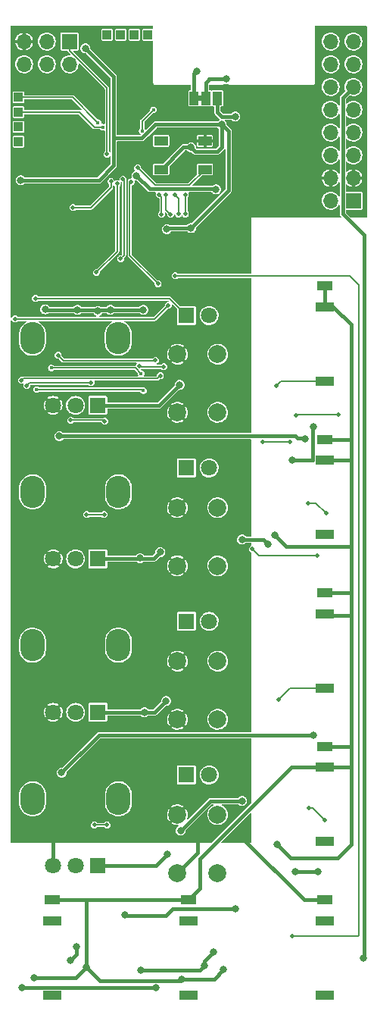
<source format=gbr>
G04 #@! TF.GenerationSoftware,KiCad,Pcbnew,6.0.4+dfsg-1+b1*
G04 #@! TF.CreationDate,2022-05-20T09:30:11+02:00*
G04 #@! TF.ProjectId,demiurge,64656d69-7572-4676-952e-6b696361645f,A*
G04 #@! TF.SameCoordinates,Original*
G04 #@! TF.FileFunction,Copper,L2,Bot*
G04 #@! TF.FilePolarity,Positive*
%FSLAX46Y46*%
G04 Gerber Fmt 4.6, Leading zero omitted, Abs format (unit mm)*
G04 Created by KiCad (PCBNEW 6.0.4+dfsg-1+b1) date 2022-05-20 09:30:11*
%MOMM*%
%LPD*%
G01*
G04 APERTURE LIST*
G04 #@! TA.AperFunction,ComponentPad*
%ADD10R,1.700000X1.700000*%
G04 #@! TD*
G04 #@! TA.AperFunction,ComponentPad*
%ADD11O,1.700000X1.700000*%
G04 #@! TD*
G04 #@! TA.AperFunction,ComponentPad*
%ADD12C,2.000000*%
G04 #@! TD*
G04 #@! TA.AperFunction,ComponentPad*
%ADD13R,1.800000X1.000000*%
G04 #@! TD*
G04 #@! TA.AperFunction,ComponentPad*
%ADD14R,2.000000X1.000000*%
G04 #@! TD*
G04 #@! TA.AperFunction,SMDPad,CuDef*
%ADD15R,1.000000X1.500000*%
G04 #@! TD*
G04 #@! TA.AperFunction,ComponentPad*
%ADD16O,2.720000X3.600000*%
G04 #@! TD*
G04 #@! TA.AperFunction,ComponentPad*
%ADD17R,1.800000X1.800000*%
G04 #@! TD*
G04 #@! TA.AperFunction,ComponentPad*
%ADD18C,1.800000*%
G04 #@! TD*
G04 #@! TA.AperFunction,ComponentPad*
%ADD19R,1.000000X1.000000*%
G04 #@! TD*
G04 #@! TA.AperFunction,SMDPad,CuDef*
%ADD20R,1.500000X1.000000*%
G04 #@! TD*
G04 #@! TA.AperFunction,ViaPad*
%ADD21C,0.400000*%
G04 #@! TD*
G04 #@! TA.AperFunction,ViaPad*
%ADD22C,0.800000*%
G04 #@! TD*
G04 #@! TA.AperFunction,ViaPad*
%ADD23C,0.460000*%
G04 #@! TD*
G04 #@! TA.AperFunction,Conductor*
%ADD24C,0.152400*%
G04 #@! TD*
G04 #@! TA.AperFunction,Conductor*
%ADD25C,0.381000*%
G04 #@! TD*
G04 APERTURE END LIST*
G36*
X98025000Y-59355000D02*
G01*
X97525000Y-59355000D01*
X97525000Y-58755000D01*
X98025000Y-58755000D01*
X98025000Y-59355000D01*
G37*
D10*
X114935000Y-70485000D03*
D11*
X112395000Y-70485000D03*
X114935000Y-67945000D03*
X112395000Y-67945000D03*
X114935000Y-65405000D03*
X112395000Y-65405000D03*
X114935000Y-62865000D03*
X112395000Y-62865000D03*
X114935000Y-60325000D03*
X112395000Y-60325000D03*
X114935000Y-57785000D03*
X112395000Y-57785000D03*
X114935000Y-55245000D03*
X112395000Y-55245000D03*
X114935000Y-52705000D03*
X112395000Y-52705000D03*
D10*
X83185000Y-52705000D03*
D11*
X83185000Y-55245000D03*
X80645000Y-52705000D03*
X80645000Y-55245000D03*
X78105000Y-52705000D03*
X78105000Y-55245000D03*
D12*
X95250000Y-104775000D03*
X95250000Y-111275000D03*
X99750000Y-111275000D03*
X99750000Y-104775000D03*
X95250000Y-121920000D03*
X95250000Y-128420000D03*
X99750000Y-121920000D03*
X99750000Y-128420000D03*
D13*
X111760000Y-148590000D03*
D14*
X111760000Y-159225000D03*
X111760000Y-150925000D03*
D13*
X111760000Y-80010000D03*
D14*
X111760000Y-90645000D03*
X111760000Y-82345000D03*
D15*
X97125000Y-59055000D03*
X98425000Y-59055000D03*
X99725000Y-59055000D03*
D12*
X95250000Y-145565000D03*
X95250000Y-139065000D03*
X99750000Y-139065000D03*
X99750000Y-145565000D03*
D13*
X96520000Y-148590000D03*
D14*
X96520000Y-159225000D03*
X96520000Y-150925000D03*
D16*
X79046000Y-85845000D03*
X88646000Y-85845000D03*
D17*
X86346000Y-93345000D03*
D18*
X83846000Y-93345000D03*
X81346000Y-93345000D03*
D16*
X79060000Y-137280000D03*
X88660000Y-137280000D03*
D17*
X86360000Y-144780000D03*
D18*
X83860000Y-144780000D03*
X81360000Y-144780000D03*
D13*
X111760000Y-131445000D03*
D14*
X111760000Y-142080000D03*
X111760000Y-133780000D03*
D13*
X111760000Y-114300000D03*
D14*
X111760000Y-124935000D03*
X111760000Y-116635000D03*
D13*
X111760000Y-97155000D03*
D14*
X111760000Y-107790000D03*
X111760000Y-99490000D03*
D16*
X88660000Y-102990000D03*
X79060000Y-102990000D03*
D17*
X86360000Y-110490000D03*
D18*
X83860000Y-110490000D03*
X81360000Y-110490000D03*
D17*
X96261000Y-83312000D03*
D18*
X98801000Y-83312000D03*
D16*
X79060000Y-120135000D03*
X88660000Y-120135000D03*
D17*
X86360000Y-127635000D03*
D18*
X83860000Y-127635000D03*
X81360000Y-127635000D03*
D12*
X95250000Y-94130000D03*
X95250000Y-87630000D03*
X99750000Y-94130000D03*
X99750000Y-87630000D03*
D13*
X81280000Y-148590000D03*
D14*
X81280000Y-159225000D03*
X81280000Y-150925000D03*
D19*
X77470000Y-62230000D03*
X90424000Y-51943000D03*
X87376000Y-51943000D03*
X77470000Y-63881000D03*
X77470000Y-58928000D03*
X91948000Y-51943000D03*
X77470000Y-60579000D03*
D17*
X96261000Y-100330000D03*
D18*
X98801000Y-100330000D03*
D17*
X96266000Y-134620000D03*
D18*
X98806000Y-134620000D03*
D17*
X96261000Y-117475000D03*
D18*
X98801000Y-117475000D03*
D20*
X93435000Y-67005000D03*
X93435000Y-63805000D03*
X98335000Y-63805000D03*
X98335000Y-67005000D03*
D19*
X88900000Y-51943000D03*
D21*
X91186000Y-89789000D03*
X81153000Y-89154000D03*
X79502000Y-91567000D03*
X91440000Y-91694000D03*
D22*
X93980000Y-126365000D03*
D21*
X86904000Y-62266000D03*
X91313000Y-62694100D03*
X92583000Y-60325000D03*
X86360000Y-61769100D03*
D22*
X96774000Y-64516000D03*
X94107000Y-143510000D03*
X100203000Y-61976000D03*
X77724000Y-68199000D03*
X91567000Y-127635000D03*
X96773999Y-73533002D03*
X91067184Y-110403142D03*
X92837000Y-158369000D03*
X87757000Y-82677000D03*
X77851000Y-158369000D03*
X84074000Y-82677000D03*
X86360000Y-82804000D03*
X102489000Y-108331000D03*
X105410000Y-108839000D03*
X102489000Y-137541000D03*
X84963000Y-53467000D03*
X80454134Y-82613866D03*
X110998000Y-145415000D03*
X108458000Y-145415000D03*
X93345000Y-109728000D03*
X95496856Y-91052648D03*
X91440000Y-82677000D03*
X94063580Y-73660000D03*
X95631000Y-140843000D03*
X97409000Y-56007000D03*
X116078000Y-155067000D03*
X82042000Y-96774000D03*
X82296000Y-134366000D03*
X89408000Y-150241000D03*
X101727000Y-149606000D03*
X110490000Y-130175000D03*
X109511611Y-97117389D03*
X101727000Y-61087000D03*
X83947000Y-153797000D03*
X110490000Y-95758000D03*
X108068437Y-99446742D03*
X99314000Y-154432000D03*
X98298000Y-155956000D03*
X91186000Y-156464000D03*
X83312000Y-155321000D03*
X106172000Y-107823000D03*
X99568000Y-69215000D03*
X106426000Y-142367000D03*
X79248000Y-157251500D03*
X85063531Y-156082757D03*
X100378531Y-156395461D03*
X90678000Y-67691000D03*
X95757706Y-157442897D03*
X84201000Y-73787000D03*
X92456000Y-129286000D03*
X96774000Y-76581000D03*
X89662000Y-129286000D03*
X87630000Y-79883000D03*
X85852000Y-101854000D03*
X92964000Y-76581000D03*
X91313000Y-95313134D03*
X92964000Y-78232000D03*
D23*
X95758000Y-61341000D03*
D22*
X82162100Y-84657609D03*
X84963000Y-80010000D03*
X102537805Y-141687718D03*
X87757000Y-141605000D03*
X97536000Y-140716000D03*
X96774000Y-79883000D03*
D23*
X93345000Y-67945000D03*
D22*
X89662000Y-131318000D03*
D23*
X99568000Y-63500000D03*
D22*
X91567000Y-79756000D03*
X85852000Y-136017000D03*
X80899000Y-65405000D03*
X92456000Y-131064000D03*
X91316816Y-97793084D03*
X101473000Y-136525000D03*
X87122000Y-53340000D03*
X91440000Y-84455000D03*
X91440000Y-140589000D03*
X78867000Y-65024000D03*
X84074000Y-84582000D03*
X101600000Y-131064000D03*
X91059000Y-74930000D03*
X84582000Y-76581000D03*
X81407000Y-80010000D03*
X88823563Y-56357111D03*
X80772000Y-141478000D03*
D23*
X87376000Y-65278000D03*
X106299000Y-91186000D03*
X90805000Y-66802000D03*
X93472000Y-72009000D03*
X93218000Y-69795011D03*
X94996000Y-78867000D03*
X108077000Y-152654000D03*
X87376000Y-140208000D03*
X88900000Y-76962000D03*
X89154000Y-68072000D03*
X85979000Y-140208000D03*
X87122000Y-95123000D03*
X87834100Y-68326000D03*
X85090000Y-105537000D03*
X83312000Y-94996000D03*
X83566000Y-71247000D03*
X87072100Y-105537000D03*
X85598000Y-90805000D03*
X86182200Y-78486000D03*
X78416074Y-91128926D03*
X88519000Y-68580000D03*
X93091000Y-79756000D03*
X90070487Y-68386211D03*
X93345000Y-90043000D03*
X77819624Y-90532476D03*
X79375000Y-81407000D03*
X92787100Y-88322821D03*
X81915000Y-87757000D03*
X106553000Y-126238000D03*
X109952001Y-138303000D03*
X111760000Y-139700000D03*
X104775000Y-97409000D03*
X107823000Y-97409000D03*
X96139000Y-69795011D03*
X103632000Y-109381400D03*
X96139000Y-71956531D03*
X110871000Y-110109000D03*
X109855000Y-104267000D03*
X111887000Y-105410000D03*
X108507900Y-94425907D03*
X113284000Y-94361000D03*
X93994787Y-69835213D03*
X77089000Y-83693000D03*
X94234000Y-82169000D03*
X94488000Y-72009000D03*
X90993109Y-88948257D03*
X94996000Y-69850000D03*
X93726000Y-89027000D03*
X95377000Y-71956531D03*
D22*
X100711000Y-56896000D03*
D24*
X92710000Y-83693000D02*
X94234000Y-82169000D01*
X77089000Y-83693000D02*
X92710000Y-83693000D01*
X91071852Y-89027000D02*
X93726000Y-89027000D01*
X90993109Y-88948257D02*
X91071852Y-89027000D01*
X93043899Y-90344101D02*
X93345000Y-90043000D01*
X78007999Y-90344101D02*
X93043899Y-90344101D01*
X77819624Y-90532476D02*
X78007999Y-90344101D01*
X81153000Y-89154000D02*
X90551000Y-89154000D01*
X90551000Y-89154000D02*
X91186000Y-89789000D01*
X92787100Y-88322821D02*
X92765021Y-88344900D01*
X92765021Y-88344900D02*
X82502900Y-88344900D01*
X82502900Y-88344900D02*
X81915000Y-87757000D01*
D25*
X84074000Y-82677000D02*
X80517268Y-82677000D01*
X80517268Y-82677000D02*
X80454134Y-82613866D01*
D24*
X85598000Y-90805000D02*
X78740000Y-90805000D01*
X78740000Y-90805000D02*
X78416074Y-91128926D01*
X91313000Y-91567000D02*
X91440000Y-91694000D01*
X79502000Y-91567000D02*
X91313000Y-91567000D01*
X86015000Y-62266000D02*
X86904000Y-62266000D01*
X77470000Y-60579000D02*
X84328000Y-60579000D01*
X84328000Y-60579000D02*
X86015000Y-62266000D01*
X83518900Y-58928000D02*
X86360000Y-61769100D01*
X77470000Y-58928000D02*
X83518900Y-58928000D01*
X83185000Y-52705000D02*
X83185000Y-53707400D01*
X83185000Y-53707400D02*
X87376000Y-57898400D01*
X87376000Y-57898400D02*
X87376000Y-65278000D01*
X85598000Y-71247000D02*
X87834100Y-69010900D01*
X83566000Y-71247000D02*
X85598000Y-71247000D01*
X87834100Y-69010900D02*
X87834100Y-68326000D01*
D25*
X88138000Y-63500000D02*
X88138000Y-66548000D01*
X88138000Y-66548000D02*
X86487000Y-68199000D01*
X86487000Y-68199000D02*
X77724000Y-68199000D01*
X88138000Y-62611000D02*
X88138000Y-63500000D01*
X91274172Y-63500000D02*
X88138000Y-63500000D01*
X84963000Y-53467000D02*
X88138000Y-56642000D01*
X88138000Y-56642000D02*
X88138000Y-62611000D01*
X91274172Y-63500000D02*
X92798172Y-61976000D01*
X92798172Y-61976000D02*
X100203000Y-61976000D01*
D24*
X91313000Y-61595000D02*
X91313000Y-62694100D01*
X92583000Y-60325000D02*
X91313000Y-61595000D01*
D25*
X92710000Y-127635000D02*
X93980000Y-126365000D01*
X91567000Y-127635000D02*
X92710000Y-127635000D01*
X104902000Y-108331000D02*
X102489000Y-108331000D01*
X97282000Y-65024000D02*
X96774000Y-64516000D01*
X86233000Y-82677000D02*
X87757000Y-82677000D01*
X100203000Y-61976000D02*
X100965000Y-62738000D01*
X100965000Y-62738000D02*
X100965000Y-69342000D01*
X92583000Y-110490000D02*
X93345000Y-109728000D01*
X95631000Y-140843000D02*
X98933000Y-137541000D01*
X87757000Y-82677000D02*
X91440000Y-82677000D01*
X108458000Y-145415000D02*
X110998000Y-145415000D01*
X98933000Y-137541000D02*
X102489000Y-137541000D01*
X77851000Y-158369000D02*
X92837000Y-158369000D01*
X86360000Y-144780000D02*
X92837000Y-144780000D01*
X93435000Y-67005000D02*
X95924000Y-64516000D01*
X95924000Y-64516000D02*
X96774000Y-64516000D01*
X105410000Y-108839000D02*
X104902000Y-108331000D01*
X100203000Y-61976000D02*
X100203000Y-64516000D01*
X84074000Y-82677000D02*
X86233000Y-82677000D01*
X86360000Y-110490000D02*
X92583000Y-110490000D01*
X95496856Y-91052648D02*
X93204504Y-93345000D01*
X99695000Y-65024000D02*
X97282000Y-65024000D01*
X96774000Y-73533000D02*
X94190580Y-73533000D01*
X92837000Y-144780000D02*
X94107000Y-143510000D01*
X100965000Y-69342000D02*
X96774000Y-73533000D01*
X100203000Y-64516000D02*
X99695000Y-65024000D01*
X86360000Y-127635000D02*
X91567000Y-127635000D01*
X93204504Y-93345000D02*
X86346000Y-93345000D01*
X94190580Y-73533000D02*
X94063580Y-73660000D01*
X86346000Y-82790000D02*
X86233000Y-82677000D01*
X113742589Y-71959589D02*
X116127411Y-74344411D01*
X97125000Y-59055000D02*
X97125000Y-56291000D01*
X97125000Y-56291000D02*
X97409000Y-56007000D01*
X113742589Y-58977411D02*
X113742589Y-71959589D01*
X116127411Y-74344411D02*
X116127411Y-77519411D01*
X116078000Y-155067000D02*
X116127411Y-155017589D01*
X114935000Y-57785000D02*
X113742589Y-58977411D01*
X116127411Y-155017589D02*
X116127411Y-77519411D01*
X108458000Y-96774000D02*
X108712000Y-97028000D01*
X94742000Y-149606000D02*
X101727000Y-149606000D01*
X86487000Y-130175000D02*
X110490000Y-130175000D01*
X89535000Y-150368000D02*
X89408000Y-150241000D01*
X99725000Y-60609000D02*
X99725000Y-59055000D01*
X109422222Y-97028000D02*
X109511611Y-97117389D01*
X93980000Y-150368000D02*
X94742000Y-149606000D01*
X82296000Y-134366000D02*
X86487000Y-130175000D01*
X93980000Y-150368000D02*
X89535000Y-150368000D01*
X100203000Y-61087000D02*
X99725000Y-60609000D01*
X82042000Y-96774000D02*
X108458000Y-96774000D01*
X101727000Y-61087000D02*
X100203000Y-61087000D01*
X108712000Y-97028000D02*
X109422222Y-97028000D01*
X110417589Y-95830411D02*
X110417589Y-99386411D01*
X97790000Y-156464000D02*
X98298000Y-155956000D01*
X83947000Y-154686000D02*
X83312000Y-155321000D01*
X110357258Y-99446742D02*
X108068437Y-99446742D01*
X98298000Y-155956000D02*
X98298000Y-155448000D01*
X110417589Y-99386411D02*
X110357258Y-99446742D01*
X83947000Y-153797000D02*
X83947000Y-154686000D01*
X98298000Y-155448000D02*
X99314000Y-154432000D01*
X110490000Y-95758000D02*
X110417589Y-95830411D01*
X91186000Y-156464000D02*
X97790000Y-156464000D01*
X114681000Y-131445000D02*
X114681000Y-130429000D01*
X92167599Y-69180599D02*
X90678000Y-67691000D01*
X114681000Y-116840000D02*
X111965000Y-116840000D01*
X97801000Y-147309000D02*
X96520000Y-148590000D01*
X95757706Y-157442897D02*
X95613202Y-157587401D01*
X114681000Y-84328000D02*
X114681000Y-97282000D01*
X111760000Y-99490000D02*
X114632000Y-99490000D01*
X111760000Y-131445000D02*
X114681000Y-131445000D01*
X114681000Y-114427000D02*
X114681000Y-116840000D01*
X114632000Y-99490000D02*
X114681000Y-99441000D01*
X85063531Y-156082757D02*
X85090000Y-156056288D01*
X95613202Y-157587401D02*
X86568175Y-157587401D01*
X85090000Y-156056288D02*
X85090000Y-148590000D01*
X86568175Y-157587401D02*
X85063531Y-156082757D01*
X111730599Y-133750599D02*
X108023486Y-133750599D01*
X96520000Y-148590000D02*
X85090000Y-148590000D01*
X114681000Y-116840000D02*
X114681000Y-130429000D01*
X111760000Y-80010000D02*
X111760000Y-82345000D01*
X114554000Y-97155000D02*
X114681000Y-97282000D01*
X114681000Y-99441000D02*
X114681000Y-109093000D01*
X114681000Y-132842000D02*
X114681000Y-142367000D01*
X114554000Y-114300000D02*
X114681000Y-114427000D01*
X99533599Y-69180599D02*
X92167599Y-69180599D01*
X111760000Y-133780000D02*
X114632000Y-133780000D01*
X114681000Y-109093000D02*
X114681000Y-114427000D01*
X114681000Y-109093000D02*
X107442000Y-109093000D01*
X111760000Y-82345000D02*
X112698000Y-82345000D01*
X114681000Y-130429000D02*
X114681000Y-132842000D01*
X85090000Y-148590000D02*
X81280000Y-148590000D01*
X83894788Y-157251500D02*
X85063531Y-156082757D01*
X111760000Y-97155000D02*
X114554000Y-97155000D01*
X97801000Y-143973085D02*
X97801000Y-147309000D01*
X108023486Y-133750599D02*
X97801000Y-143973085D01*
X111760000Y-114300000D02*
X114554000Y-114300000D01*
X79248000Y-157251500D02*
X83894788Y-157251500D01*
X114681000Y-133731000D02*
X114681000Y-132842000D01*
X107442000Y-109093000D02*
X106172000Y-107823000D01*
X99568000Y-69215000D02*
X99533599Y-69180599D01*
X112698000Y-82345000D02*
X114681000Y-84328000D01*
X111760000Y-133780000D02*
X111730599Y-133750599D01*
X107950000Y-143891000D02*
X106426000Y-142367000D01*
X95757706Y-157442897D02*
X99331095Y-157442897D01*
X114632000Y-133780000D02*
X114681000Y-133731000D01*
X99331095Y-157442897D02*
X100378531Y-156395461D01*
X111965000Y-116840000D02*
X111760000Y-116635000D01*
X113157000Y-143891000D02*
X107950000Y-143891000D01*
X114681000Y-97282000D02*
X114681000Y-99441000D01*
X114681000Y-142367000D02*
X113157000Y-143891000D01*
X109440087Y-148590000D02*
X102537805Y-141687718D01*
X95250000Y-145565000D02*
X97536000Y-143279000D01*
X81360000Y-142066000D02*
X80772000Y-141478000D01*
X111760000Y-148590000D02*
X109440087Y-148590000D01*
X97536000Y-143279000D02*
X97536000Y-140716000D01*
X81360000Y-144780000D02*
X81360000Y-142066000D01*
D24*
X106840000Y-90645000D02*
X106299000Y-91186000D01*
X111760000Y-90645000D02*
X106840000Y-90645000D01*
X98335000Y-67005000D02*
X96578012Y-68761988D01*
X92764988Y-68761988D02*
X90805000Y-66802000D01*
X96578012Y-68761988D02*
X92764988Y-68761988D01*
X114554000Y-78867000D02*
X94996000Y-78867000D01*
X115443000Y-152654000D02*
X115570000Y-152527000D01*
X93472000Y-72009000D02*
X93472000Y-70049011D01*
X115570000Y-152527000D02*
X115570000Y-79883000D01*
X108077000Y-152654000D02*
X115443000Y-152654000D01*
X115570000Y-79883000D02*
X114554000Y-78867000D01*
X93472000Y-70049011D02*
X93218000Y-69795011D01*
X89281000Y-68199000D02*
X89154000Y-68072000D01*
X89281000Y-76581000D02*
X89281000Y-68199000D01*
X88900000Y-76962000D02*
X89281000Y-76581000D01*
X87376000Y-140208000D02*
X85979000Y-140208000D01*
X86995000Y-94996000D02*
X87122000Y-95123000D01*
X85090000Y-105537000D02*
X87072100Y-105537000D01*
X83312000Y-94996000D02*
X86995000Y-94996000D01*
X88519000Y-76149200D02*
X86182200Y-78486000D01*
X88519000Y-68580000D02*
X88519000Y-76149200D01*
X90070487Y-68386211D02*
X89916000Y-68540698D01*
X89916000Y-76581000D02*
X93091000Y-79756000D01*
X89916000Y-68540698D02*
X89916000Y-76581000D01*
X79375000Y-81407000D02*
X94356000Y-81407000D01*
X94356000Y-81407000D02*
X96261000Y-83312000D01*
X111760000Y-124935000D02*
X107856000Y-124935000D01*
X107856000Y-124935000D02*
X106553000Y-126238000D01*
X111760000Y-139700000D02*
X110363000Y-138303000D01*
X110363000Y-138303000D02*
X109952001Y-138303000D01*
X104775000Y-97409000D02*
X107823000Y-97409000D01*
X104359600Y-110109000D02*
X103632000Y-109381400D01*
X110871000Y-110109000D02*
X104359600Y-110109000D01*
X96139000Y-69795011D02*
X96139000Y-71956531D01*
X110744000Y-104267000D02*
X111887000Y-105410000D01*
X109855000Y-104267000D02*
X110744000Y-104267000D01*
X108572807Y-94361000D02*
X108507900Y-94425907D01*
X113284000Y-94361000D02*
X108572807Y-94361000D01*
X94488000Y-72009000D02*
X93994787Y-71515787D01*
X93994787Y-71515787D02*
X93994787Y-69835213D01*
X95377000Y-70231000D02*
X95377000Y-71956531D01*
X94996000Y-69850000D02*
X95377000Y-70231000D01*
D25*
X98425000Y-57277000D02*
X98679000Y-57023000D01*
X98806000Y-56896000D02*
X100711000Y-56896000D01*
X98679000Y-57023000D02*
X98806000Y-56896000D01*
X98425000Y-59055000D02*
X98425000Y-57277000D01*
G04 #@! TA.AperFunction,Conductor*
G36*
X103472933Y-138874674D02*
G01*
X103502438Y-138916811D01*
X103505000Y-138936274D01*
X103505000Y-142164800D01*
X103487407Y-142213138D01*
X103442858Y-142238858D01*
X103429800Y-142240000D01*
X100201274Y-142240000D01*
X100152936Y-142222407D01*
X100127216Y-142177858D01*
X100136149Y-142127200D01*
X100148100Y-142111626D01*
X103376626Y-138883100D01*
X103423246Y-138861360D01*
X103472933Y-138874674D01*
G37*
G04 #@! TD.AperFunction*
G04 #@! TA.AperFunction,Conductor*
G36*
X92525238Y-50970493D02*
G01*
X92550958Y-51015042D01*
X92552100Y-51028100D01*
X92552100Y-51216263D01*
X92534507Y-51264601D01*
X92489958Y-51290321D01*
X92469531Y-51291101D01*
X92466676Y-51290820D01*
X92463057Y-51290100D01*
X91948349Y-51290100D01*
X91432944Y-51290101D01*
X91388342Y-51298972D01*
X91337766Y-51332766D01*
X91303972Y-51383342D01*
X91295100Y-51427943D01*
X91295101Y-52458056D01*
X91303972Y-52502658D01*
X91337766Y-52553234D01*
X91343923Y-52557348D01*
X91382183Y-52582913D01*
X91382184Y-52582914D01*
X91388342Y-52587028D01*
X91395606Y-52588473D01*
X91427901Y-52594897D01*
X91432943Y-52595900D01*
X91947791Y-52595900D01*
X92463056Y-52595899D01*
X92466687Y-52595177D01*
X92469527Y-52594897D01*
X92519356Y-52607666D01*
X92549320Y-52649478D01*
X92552100Y-52669735D01*
X92552100Y-57328800D01*
X92552700Y-57342557D01*
X92553842Y-57355615D01*
X92555077Y-57359531D01*
X92555077Y-57359533D01*
X92567121Y-57397731D01*
X92574396Y-57420807D01*
X92576447Y-57424359D01*
X92576448Y-57424362D01*
X92599288Y-57463922D01*
X92600116Y-57465356D01*
X92615905Y-57487904D01*
X92682859Y-57534785D01*
X92687487Y-57536469D01*
X92687490Y-57536471D01*
X92708821Y-57544234D01*
X92731197Y-57552378D01*
X92734428Y-57552948D01*
X92734429Y-57552948D01*
X92781970Y-57561331D01*
X92781976Y-57561332D01*
X92785200Y-57561900D01*
X96706400Y-57561900D01*
X96754738Y-57579493D01*
X96780458Y-57624042D01*
X96781600Y-57637100D01*
X96781600Y-58076901D01*
X96764007Y-58125239D01*
X96719458Y-58150959D01*
X96706400Y-58152101D01*
X96609944Y-58152101D01*
X96565342Y-58160972D01*
X96514766Y-58194766D01*
X96510652Y-58200923D01*
X96503702Y-58211325D01*
X96480972Y-58245342D01*
X96479527Y-58252606D01*
X96475053Y-58275100D01*
X96472100Y-58289943D01*
X96472101Y-59820056D01*
X96480972Y-59864658D01*
X96514766Y-59915234D01*
X96520923Y-59919348D01*
X96559183Y-59944913D01*
X96559184Y-59944914D01*
X96565342Y-59949028D01*
X96609943Y-59957900D01*
X97124930Y-59957900D01*
X97640056Y-59957899D01*
X97684658Y-59949028D01*
X97733221Y-59916579D01*
X97783187Y-59904352D01*
X97816779Y-59916579D01*
X97859183Y-59944913D01*
X97859184Y-59944914D01*
X97865342Y-59949028D01*
X97909943Y-59957900D01*
X98424930Y-59957900D01*
X98940056Y-59957899D01*
X98984658Y-59949028D01*
X99033221Y-59916579D01*
X99083187Y-59904352D01*
X99116779Y-59916579D01*
X99159183Y-59944913D01*
X99159184Y-59944914D01*
X99165342Y-59949028D01*
X99209943Y-59957900D01*
X99306400Y-59957900D01*
X99354738Y-59975493D01*
X99380458Y-60020042D01*
X99381600Y-60033100D01*
X99381600Y-60590730D01*
X99381314Y-60597284D01*
X99378350Y-60631166D01*
X99377630Y-60639391D01*
X99379333Y-60645747D01*
X99388573Y-60680235D01*
X99389992Y-60686637D01*
X99392081Y-60698482D01*
X99397332Y-60728261D01*
X99400622Y-60733960D01*
X99401787Y-60737160D01*
X99405835Y-60746935D01*
X99407271Y-60750015D01*
X99408973Y-60756366D01*
X99412746Y-60761754D01*
X99412747Y-60761757D01*
X99433222Y-60791000D01*
X99436745Y-60796529D01*
X99454593Y-60827441D01*
X99454595Y-60827444D01*
X99457883Y-60833138D01*
X99462919Y-60837364D01*
X99462921Y-60837366D01*
X99490264Y-60860309D01*
X99495100Y-60864741D01*
X99947260Y-61316901D01*
X99951693Y-61321738D01*
X99978862Y-61354117D01*
X99979401Y-61354428D01*
X100003608Y-61396356D01*
X99994677Y-61447014D01*
X99958330Y-61478890D01*
X99928718Y-61491156D01*
X99928711Y-61491160D01*
X99924165Y-61493043D01*
X99920261Y-61496039D01*
X99920257Y-61496041D01*
X99813679Y-61577821D01*
X99808667Y-61581667D01*
X99805669Y-61585574D01*
X99792160Y-61603179D01*
X99748776Y-61630818D01*
X99732500Y-61632600D01*
X92816430Y-61632600D01*
X92809876Y-61632314D01*
X92774335Y-61629204D01*
X92774333Y-61629204D01*
X92767781Y-61628631D01*
X92761425Y-61630334D01*
X92726948Y-61639571D01*
X92720546Y-61640990D01*
X92694737Y-61645541D01*
X92678911Y-61648332D01*
X92673216Y-61651620D01*
X92670029Y-61652780D01*
X92660248Y-61656831D01*
X92657157Y-61658272D01*
X92650806Y-61659974D01*
X92645419Y-61663746D01*
X92645417Y-61663747D01*
X92616169Y-61684226D01*
X92610637Y-61687750D01*
X92579735Y-61705591D01*
X92579733Y-61705593D01*
X92574034Y-61708883D01*
X92563830Y-61721044D01*
X92546863Y-61741264D01*
X92542431Y-61746100D01*
X91756648Y-62531883D01*
X91710028Y-62553623D01*
X91660341Y-62540309D01*
X91636470Y-62512849D01*
X91619166Y-62478888D01*
X91619165Y-62478887D01*
X91616477Y-62473611D01*
X91564126Y-62421260D01*
X91542386Y-62374640D01*
X91542100Y-62368086D01*
X91542100Y-61721044D01*
X91559693Y-61672706D01*
X91564126Y-61667870D01*
X92511774Y-60720222D01*
X92558394Y-60698482D01*
X92576711Y-60699122D01*
X92583000Y-60700118D01*
X92698918Y-60681758D01*
X92704192Y-60679071D01*
X92798212Y-60631166D01*
X92798213Y-60631165D01*
X92803489Y-60628477D01*
X92886477Y-60545489D01*
X92926592Y-60466759D01*
X92937071Y-60446192D01*
X92937071Y-60446191D01*
X92939758Y-60440918D01*
X92958118Y-60325000D01*
X92939758Y-60209082D01*
X92886477Y-60104511D01*
X92803489Y-60021523D01*
X92798213Y-60018835D01*
X92798212Y-60018834D01*
X92704192Y-59970929D01*
X92704191Y-59970929D01*
X92698918Y-59968242D01*
X92583000Y-59949882D01*
X92467082Y-59968242D01*
X92461809Y-59970929D01*
X92461808Y-59970929D01*
X92367788Y-60018834D01*
X92367787Y-60018835D01*
X92362511Y-60021523D01*
X92279523Y-60104511D01*
X92226242Y-60209082D01*
X92207882Y-60325000D01*
X92208808Y-60330845D01*
X92208878Y-60331287D01*
X92208808Y-60331647D01*
X92208808Y-60336764D01*
X92207813Y-60336764D01*
X92199063Y-60381782D01*
X92187778Y-60396226D01*
X91645893Y-60938110D01*
X91156633Y-61427370D01*
X91153778Y-61430080D01*
X91123514Y-61457330D01*
X91113444Y-61479947D01*
X91107822Y-61490301D01*
X91094339Y-61511064D01*
X91093103Y-61518871D01*
X91092989Y-61519588D01*
X91087413Y-61538413D01*
X91083900Y-61546303D01*
X91083900Y-61571054D01*
X91082974Y-61582818D01*
X91081823Y-61590088D01*
X91079103Y-61607258D01*
X91081148Y-61614890D01*
X91081148Y-61614891D01*
X91081338Y-61615599D01*
X91083900Y-61635062D01*
X91083900Y-62368086D01*
X91066307Y-62416424D01*
X91061874Y-62421260D01*
X91009523Y-62473611D01*
X91006835Y-62478887D01*
X91006834Y-62478888D01*
X90979832Y-62531883D01*
X90956242Y-62578182D01*
X90937882Y-62694100D01*
X90956242Y-62810018D01*
X90958929Y-62815291D01*
X90958929Y-62815292D01*
X90989593Y-62875473D01*
X91009523Y-62914589D01*
X91092511Y-62997577D01*
X91097789Y-63000266D01*
X91097790Y-63000267D01*
X91125520Y-63014396D01*
X91160603Y-63052016D01*
X91163295Y-63103386D01*
X91132339Y-63144468D01*
X91091381Y-63156600D01*
X88556600Y-63156600D01*
X88508262Y-63139007D01*
X88482542Y-63094458D01*
X88481400Y-63081400D01*
X88481400Y-56660270D01*
X88481686Y-56653716D01*
X88484797Y-56618163D01*
X88484797Y-56618161D01*
X88485370Y-56611609D01*
X88474423Y-56570754D01*
X88473013Y-56564394D01*
X88465668Y-56522739D01*
X88462380Y-56517044D01*
X88461220Y-56513857D01*
X88457173Y-56504086D01*
X88455728Y-56500988D01*
X88454026Y-56494634D01*
X88450253Y-56489246D01*
X88450252Y-56489243D01*
X88429777Y-56460002D01*
X88426252Y-56454469D01*
X88405117Y-56417862D01*
X88372736Y-56390691D01*
X88367900Y-56386259D01*
X85538515Y-53556874D01*
X85516775Y-53510254D01*
X85517132Y-53493885D01*
X85520028Y-53471886D01*
X85520028Y-53471884D01*
X85520671Y-53467000D01*
X85501669Y-53322664D01*
X85445957Y-53188165D01*
X85442961Y-53184261D01*
X85442959Y-53184257D01*
X85360331Y-53076574D01*
X85357333Y-53072667D01*
X85241836Y-52984043D01*
X85181958Y-52959241D01*
X85111890Y-52930217D01*
X85111888Y-52930216D01*
X85107336Y-52928331D01*
X84963000Y-52909329D01*
X84818664Y-52928331D01*
X84814112Y-52930216D01*
X84814110Y-52930217D01*
X84744368Y-52959106D01*
X84684165Y-52984043D01*
X84680261Y-52987039D01*
X84680257Y-52987041D01*
X84572574Y-53069669D01*
X84568667Y-53072667D01*
X84565669Y-53076574D01*
X84483041Y-53184257D01*
X84483039Y-53184261D01*
X84480043Y-53188165D01*
X84424331Y-53322664D01*
X84405329Y-53467000D01*
X84424331Y-53611336D01*
X84426216Y-53615888D01*
X84426217Y-53615890D01*
X84448361Y-53669348D01*
X84480043Y-53745835D01*
X84483039Y-53749739D01*
X84483041Y-53749743D01*
X84565073Y-53856649D01*
X84568667Y-53861333D01*
X84684164Y-53949957D01*
X84744042Y-53974759D01*
X84814110Y-54003783D01*
X84814112Y-54003784D01*
X84818664Y-54005669D01*
X84963000Y-54024671D01*
X84967884Y-54024028D01*
X84967886Y-54024028D01*
X84989885Y-54021132D01*
X85040106Y-54032266D01*
X85052874Y-54042515D01*
X87772574Y-56762215D01*
X87794314Y-56808835D01*
X87794600Y-56815389D01*
X87794600Y-64973550D01*
X87777007Y-65021888D01*
X87732458Y-65047608D01*
X87681800Y-65038675D01*
X87666226Y-65026724D01*
X87627126Y-64987624D01*
X87605386Y-64941004D01*
X87605100Y-64934450D01*
X87605100Y-57906360D01*
X87605203Y-57902424D01*
X87606920Y-57869652D01*
X87607334Y-57861761D01*
X87598463Y-57838650D01*
X87595118Y-57827358D01*
X87589969Y-57803135D01*
X87585323Y-57796740D01*
X87584893Y-57796148D01*
X87575527Y-57778898D01*
X87575265Y-57778216D01*
X87575264Y-57778215D01*
X87572432Y-57770836D01*
X87554936Y-57753340D01*
X87547272Y-57744368D01*
X87537367Y-57730735D01*
X87532722Y-57724342D01*
X87525243Y-57720024D01*
X87509669Y-57708073D01*
X83637870Y-53836273D01*
X83616130Y-53789653D01*
X83629444Y-53739966D01*
X83671581Y-53710461D01*
X83691044Y-53707899D01*
X84050056Y-53707899D01*
X84094658Y-53699028D01*
X84145234Y-53665234D01*
X84169801Y-53628467D01*
X84174913Y-53620817D01*
X84174914Y-53620816D01*
X84179028Y-53614658D01*
X84187900Y-53570057D01*
X84187899Y-51839944D01*
X84179028Y-51795342D01*
X84145234Y-51744766D01*
X84116465Y-51725543D01*
X84100817Y-51715087D01*
X84100816Y-51715086D01*
X84094658Y-51710972D01*
X84050057Y-51702100D01*
X83185118Y-51702100D01*
X82319944Y-51702101D01*
X82275342Y-51710972D01*
X82224766Y-51744766D01*
X82220652Y-51750923D01*
X82202735Y-51777738D01*
X82190972Y-51795342D01*
X82182100Y-51839943D01*
X82182101Y-53570056D01*
X82190972Y-53614658D01*
X82224766Y-53665234D01*
X82230923Y-53669348D01*
X82269183Y-53694913D01*
X82269184Y-53694914D01*
X82275342Y-53699028D01*
X82319943Y-53707900D01*
X82888110Y-53707900D01*
X82936448Y-53725493D01*
X82958316Y-53756153D01*
X82962535Y-53767145D01*
X82965882Y-53778442D01*
X82971031Y-53802665D01*
X82975676Y-53809058D01*
X82975677Y-53809060D01*
X82976107Y-53809652D01*
X82985473Y-53826902D01*
X82988568Y-53834964D01*
X83006064Y-53852460D01*
X83013728Y-53861432D01*
X83028278Y-53881458D01*
X83035123Y-53885410D01*
X83035757Y-53885776D01*
X83051331Y-53897727D01*
X83264070Y-54110466D01*
X83285810Y-54157086D01*
X83272496Y-54206773D01*
X83230359Y-54236278D01*
X83203037Y-54238428D01*
X83195692Y-54237656D01*
X83195688Y-54237656D01*
X83192035Y-54237272D01*
X83094100Y-54246185D01*
X82999824Y-54254764D01*
X82999823Y-54254764D01*
X82996166Y-54255097D01*
X82992641Y-54256134D01*
X82992638Y-54256135D01*
X82811019Y-54309589D01*
X82807489Y-54310628D01*
X82633192Y-54401748D01*
X82479912Y-54524988D01*
X82353489Y-54675653D01*
X82258739Y-54848004D01*
X82199269Y-55035476D01*
X82177345Y-55230930D01*
X82177653Y-55234598D01*
X82177653Y-55234601D01*
X82180889Y-55273138D01*
X82193803Y-55426919D01*
X82248015Y-55615979D01*
X82337916Y-55790908D01*
X82460083Y-55945044D01*
X82462877Y-55947422D01*
X82462878Y-55947423D01*
X82497691Y-55977051D01*
X82609862Y-56072516D01*
X82613063Y-56074305D01*
X82613066Y-56074307D01*
X82651656Y-56095874D01*
X82781547Y-56168467D01*
X82785044Y-56169603D01*
X82785048Y-56169605D01*
X82877615Y-56199681D01*
X82968600Y-56229244D01*
X83075984Y-56242049D01*
X83160237Y-56252096D01*
X83160239Y-56252096D01*
X83163895Y-56252532D01*
X83359994Y-56237443D01*
X83474061Y-56205595D01*
X83545883Y-56185542D01*
X83545885Y-56185541D01*
X83549428Y-56184552D01*
X83724981Y-56095874D01*
X83879966Y-55974786D01*
X84008480Y-55825901D01*
X84105628Y-55654890D01*
X84167710Y-55468266D01*
X84192360Y-55273138D01*
X84192753Y-55245000D01*
X84191734Y-55234601D01*
X84190870Y-55225792D01*
X84203663Y-55175969D01*
X84245489Y-55146025D01*
X84296777Y-55149972D01*
X84318885Y-55165281D01*
X85724374Y-56570771D01*
X87124874Y-57971271D01*
X87146614Y-58017891D01*
X87146900Y-58024445D01*
X87146900Y-61851227D01*
X87129307Y-61899565D01*
X87084758Y-61925285D01*
X87037560Y-61918231D01*
X87019918Y-61909242D01*
X86904000Y-61890882D01*
X86813217Y-61905261D01*
X86762722Y-61895446D01*
X86730350Y-61855470D01*
X86727179Y-61819223D01*
X86734192Y-61774946D01*
X86735118Y-61769100D01*
X86716758Y-61653182D01*
X86713705Y-61647190D01*
X86666166Y-61553888D01*
X86666165Y-61553887D01*
X86663477Y-61548611D01*
X86580489Y-61465623D01*
X86575213Y-61462935D01*
X86575212Y-61462934D01*
X86481192Y-61415029D01*
X86481191Y-61415029D01*
X86475918Y-61412342D01*
X86360000Y-61393982D01*
X86353712Y-61394978D01*
X86353353Y-61394908D01*
X86348236Y-61394908D01*
X86348236Y-61393913D01*
X86303218Y-61385163D01*
X86288774Y-61373878D01*
X83686530Y-58771633D01*
X83683820Y-58768778D01*
X83661858Y-58744387D01*
X83656570Y-58738514D01*
X83633953Y-58728444D01*
X83623597Y-58722821D01*
X83621826Y-58721671D01*
X83602836Y-58709339D01*
X83594312Y-58707989D01*
X83575487Y-58702413D01*
X83574820Y-58702116D01*
X83567597Y-58698900D01*
X83542846Y-58698900D01*
X83531082Y-58697974D01*
X83514448Y-58695339D01*
X83514446Y-58695339D01*
X83506642Y-58694103D01*
X83499010Y-58696148D01*
X83499009Y-58696148D01*
X83498301Y-58696338D01*
X83478838Y-58698900D01*
X78198099Y-58698900D01*
X78149761Y-58681307D01*
X78124041Y-58636758D01*
X78122899Y-58623700D01*
X78122899Y-58412944D01*
X78114028Y-58368342D01*
X78080234Y-58317766D01*
X78038596Y-58289944D01*
X78035817Y-58288087D01*
X78035816Y-58288086D01*
X78029658Y-58283972D01*
X77985057Y-58275100D01*
X77470070Y-58275100D01*
X76954944Y-58275101D01*
X76910342Y-58283972D01*
X76859766Y-58317766D01*
X76825972Y-58368342D01*
X76817100Y-58412943D01*
X76817101Y-59443056D01*
X76825972Y-59487658D01*
X76859766Y-59538234D01*
X76865923Y-59542348D01*
X76904183Y-59567913D01*
X76904184Y-59567914D01*
X76910342Y-59572028D01*
X76954943Y-59580900D01*
X77469930Y-59580900D01*
X77985056Y-59580899D01*
X78029658Y-59572028D01*
X78080234Y-59538234D01*
X78114028Y-59487658D01*
X78122900Y-59443057D01*
X78122900Y-59232300D01*
X78140493Y-59183962D01*
X78185042Y-59158242D01*
X78198100Y-59157100D01*
X83392856Y-59157100D01*
X83441194Y-59174693D01*
X83446030Y-59179126D01*
X84520138Y-60253234D01*
X84541878Y-60299854D01*
X84528564Y-60349541D01*
X84486427Y-60379046D01*
X84435183Y-60374562D01*
X84426009Y-60369477D01*
X84418566Y-60364644D01*
X84418565Y-60364643D01*
X84411936Y-60360339D01*
X84403412Y-60358989D01*
X84384587Y-60353413D01*
X84383920Y-60353116D01*
X84376697Y-60349900D01*
X84351946Y-60349900D01*
X84340182Y-60348974D01*
X84323548Y-60346339D01*
X84323546Y-60346339D01*
X84315742Y-60345103D01*
X84308110Y-60347148D01*
X84308109Y-60347148D01*
X84307401Y-60347338D01*
X84287938Y-60349900D01*
X78198099Y-60349900D01*
X78149761Y-60332307D01*
X78124041Y-60287758D01*
X78122899Y-60274700D01*
X78122899Y-60063944D01*
X78114028Y-60019342D01*
X78080234Y-59968766D01*
X78063972Y-59957900D01*
X78035817Y-59939087D01*
X78035816Y-59939086D01*
X78029658Y-59934972D01*
X77985057Y-59926100D01*
X77470070Y-59926100D01*
X76954944Y-59926101D01*
X76910342Y-59934972D01*
X76859766Y-59968766D01*
X76825972Y-60019342D01*
X76817100Y-60063943D01*
X76817101Y-61094056D01*
X76825972Y-61138658D01*
X76859766Y-61189234D01*
X76865923Y-61193348D01*
X76904183Y-61218913D01*
X76904184Y-61218914D01*
X76910342Y-61223028D01*
X76954943Y-61231900D01*
X77469930Y-61231900D01*
X77985056Y-61231899D01*
X78029658Y-61223028D01*
X78080234Y-61189234D01*
X78103572Y-61154307D01*
X78109913Y-61144817D01*
X78109914Y-61144816D01*
X78114028Y-61138658D01*
X78122900Y-61094057D01*
X78122900Y-60883300D01*
X78140493Y-60834962D01*
X78185042Y-60809242D01*
X78198100Y-60808100D01*
X84201956Y-60808100D01*
X84250294Y-60825693D01*
X84255130Y-60830126D01*
X85847361Y-62422357D01*
X85850071Y-62425212D01*
X85877330Y-62455486D01*
X85884549Y-62458700D01*
X85899939Y-62465552D01*
X85910310Y-62471184D01*
X85931063Y-62484661D01*
X85939588Y-62486011D01*
X85958414Y-62491587D01*
X85966303Y-62495100D01*
X85991054Y-62495100D01*
X86002818Y-62496026D01*
X86019452Y-62498661D01*
X86019454Y-62498661D01*
X86027258Y-62499897D01*
X86034890Y-62497852D01*
X86034891Y-62497852D01*
X86035599Y-62497662D01*
X86055062Y-62495100D01*
X86577986Y-62495100D01*
X86626324Y-62512693D01*
X86631160Y-62517126D01*
X86683511Y-62569477D01*
X86688787Y-62572165D01*
X86688788Y-62572166D01*
X86780194Y-62618739D01*
X86788082Y-62622758D01*
X86904000Y-62641118D01*
X87019918Y-62622758D01*
X87037560Y-62613769D01*
X87088616Y-62607500D01*
X87131757Y-62635517D01*
X87146900Y-62680773D01*
X87146900Y-64934450D01*
X87129307Y-64982788D01*
X87124874Y-64987624D01*
X87062366Y-65050132D01*
X87007301Y-65158202D01*
X86988327Y-65278000D01*
X86989253Y-65283847D01*
X86990926Y-65294407D01*
X87007301Y-65397798D01*
X87062366Y-65505868D01*
X87148132Y-65591634D01*
X87256202Y-65646699D01*
X87376000Y-65665673D01*
X87495798Y-65646699D01*
X87603868Y-65591634D01*
X87666226Y-65529276D01*
X87712846Y-65507536D01*
X87762533Y-65520850D01*
X87792038Y-65562987D01*
X87794600Y-65582450D01*
X87794600Y-66374611D01*
X87777007Y-66422949D01*
X87772574Y-66427785D01*
X86366785Y-67833574D01*
X86320165Y-67855314D01*
X86313611Y-67855600D01*
X78194500Y-67855600D01*
X78146162Y-67838007D01*
X78134840Y-67826179D01*
X78121331Y-67808574D01*
X78118333Y-67804667D01*
X78002836Y-67716043D01*
X77926267Y-67684327D01*
X77872890Y-67662217D01*
X77872888Y-67662216D01*
X77868336Y-67660331D01*
X77724000Y-67641329D01*
X77579664Y-67660331D01*
X77575112Y-67662216D01*
X77575110Y-67662217D01*
X77532358Y-67679926D01*
X77445165Y-67716043D01*
X77441261Y-67719039D01*
X77441257Y-67719041D01*
X77362568Y-67779421D01*
X77329667Y-67804667D01*
X77326669Y-67808574D01*
X77244041Y-67916257D01*
X77244039Y-67916261D01*
X77241043Y-67920165D01*
X77227773Y-67952202D01*
X77201104Y-68016586D01*
X77185331Y-68054664D01*
X77166329Y-68199000D01*
X77185331Y-68343336D01*
X77187216Y-68347888D01*
X77187217Y-68347890D01*
X77216106Y-68417632D01*
X77241043Y-68477835D01*
X77244039Y-68481739D01*
X77244041Y-68481743D01*
X77302600Y-68558058D01*
X77329667Y-68593333D01*
X77445164Y-68681957D01*
X77474120Y-68693951D01*
X77575110Y-68735783D01*
X77575112Y-68735784D01*
X77579664Y-68737669D01*
X77724000Y-68756671D01*
X77868336Y-68737669D01*
X77872888Y-68735784D01*
X77872890Y-68735783D01*
X77973880Y-68693951D01*
X78002836Y-68681957D01*
X78118333Y-68593333D01*
X78134839Y-68571821D01*
X78178224Y-68544182D01*
X78194500Y-68542400D01*
X86468730Y-68542400D01*
X86475284Y-68542686D01*
X86510837Y-68545797D01*
X86510839Y-68545797D01*
X86517391Y-68546370D01*
X86525557Y-68544182D01*
X86558235Y-68535427D01*
X86564637Y-68534008D01*
X86579002Y-68531475D01*
X86606261Y-68526668D01*
X86611960Y-68523378D01*
X86615160Y-68522213D01*
X86624935Y-68518165D01*
X86628015Y-68516729D01*
X86634366Y-68515027D01*
X86639754Y-68511254D01*
X86639757Y-68511253D01*
X86669000Y-68490778D01*
X86674529Y-68487255D01*
X86705441Y-68469407D01*
X86705444Y-68469405D01*
X86711138Y-68466117D01*
X86715364Y-68461081D01*
X86715366Y-68461079D01*
X86738309Y-68433736D01*
X86742741Y-68428900D01*
X88367901Y-66803740D01*
X88372738Y-66799307D01*
X88400078Y-66776366D01*
X88405117Y-66772138D01*
X88408405Y-66766444D01*
X88408407Y-66766441D01*
X88426255Y-66735529D01*
X88429778Y-66730000D01*
X88450253Y-66700757D01*
X88450254Y-66700754D01*
X88454027Y-66695366D01*
X88455729Y-66689015D01*
X88457165Y-66685935D01*
X88461216Y-66676153D01*
X88462379Y-66672957D01*
X88465668Y-66667261D01*
X88473009Y-66625628D01*
X88474429Y-66619223D01*
X88483667Y-66584744D01*
X88485370Y-66578390D01*
X88484685Y-66570552D01*
X88481686Y-66536279D01*
X88481400Y-66529725D01*
X88481400Y-63918600D01*
X88498993Y-63870262D01*
X88543542Y-63844542D01*
X88556600Y-63843400D01*
X91255902Y-63843400D01*
X91262456Y-63843686D01*
X91298009Y-63846797D01*
X91298011Y-63846797D01*
X91304563Y-63847370D01*
X91315118Y-63844542D01*
X91345407Y-63836427D01*
X91351809Y-63835008D01*
X91366174Y-63832475D01*
X91393433Y-63827668D01*
X91399132Y-63824378D01*
X91402332Y-63823213D01*
X91412107Y-63819165D01*
X91415187Y-63817729D01*
X91421538Y-63816027D01*
X91426926Y-63812254D01*
X91426929Y-63812253D01*
X91456172Y-63791778D01*
X91461701Y-63788255D01*
X91492613Y-63770407D01*
X91492616Y-63770405D01*
X91498310Y-63767117D01*
X91502536Y-63762081D01*
X91502538Y-63762079D01*
X91525481Y-63734736D01*
X91529913Y-63729900D01*
X91969870Y-63289943D01*
X92532100Y-63289943D01*
X92532101Y-64320056D01*
X92540972Y-64364658D01*
X92574766Y-64415234D01*
X92580923Y-64419348D01*
X92619183Y-64444913D01*
X92619184Y-64444914D01*
X92625342Y-64449028D01*
X92632606Y-64450473D01*
X92663805Y-64456679D01*
X92669943Y-64457900D01*
X93434896Y-64457900D01*
X94200056Y-64457899D01*
X94244658Y-64449028D01*
X94295234Y-64415234D01*
X94308048Y-64396057D01*
X94324913Y-64370817D01*
X94324914Y-64370816D01*
X94329028Y-64364658D01*
X94330512Y-64357198D01*
X94337179Y-64323682D01*
X94337179Y-64323681D01*
X94337900Y-64320057D01*
X94337899Y-63639341D01*
X97432600Y-63639341D01*
X97436297Y-63649498D01*
X97441669Y-63652600D01*
X98169341Y-63652600D01*
X98179498Y-63648903D01*
X98182600Y-63643531D01*
X98182600Y-63639341D01*
X98487400Y-63639341D01*
X98491097Y-63649498D01*
X98496469Y-63652600D01*
X99224141Y-63652600D01*
X99234298Y-63648903D01*
X99237400Y-63643531D01*
X99237400Y-63293684D01*
X99236679Y-63286363D01*
X99230003Y-63252802D01*
X99224442Y-63239377D01*
X99198986Y-63201280D01*
X99188720Y-63191014D01*
X99150623Y-63165558D01*
X99137198Y-63159997D01*
X99103637Y-63153321D01*
X99096316Y-63152600D01*
X98500659Y-63152600D01*
X98490502Y-63156297D01*
X98487400Y-63161669D01*
X98487400Y-63639341D01*
X98182600Y-63639341D01*
X98182600Y-63165859D01*
X98178903Y-63155702D01*
X98173531Y-63152600D01*
X97573684Y-63152600D01*
X97566363Y-63153321D01*
X97532802Y-63159997D01*
X97519377Y-63165558D01*
X97481280Y-63191014D01*
X97471014Y-63201280D01*
X97445558Y-63239377D01*
X97439997Y-63252802D01*
X97433321Y-63286363D01*
X97432600Y-63293684D01*
X97432600Y-63639341D01*
X94337899Y-63639341D01*
X94337899Y-63289944D01*
X94329028Y-63245342D01*
X94295234Y-63194766D01*
X94251972Y-63165859D01*
X94250817Y-63165087D01*
X94250816Y-63165086D01*
X94244658Y-63160972D01*
X94237394Y-63159527D01*
X94203682Y-63152821D01*
X94203681Y-63152821D01*
X94200057Y-63152100D01*
X93435104Y-63152100D01*
X92669944Y-63152101D01*
X92625342Y-63160972D01*
X92574766Y-63194766D01*
X92570652Y-63200923D01*
X92546565Y-63236972D01*
X92540972Y-63245342D01*
X92532100Y-63289943D01*
X91969870Y-63289943D01*
X92918387Y-62341426D01*
X92965007Y-62319686D01*
X92971561Y-62319400D01*
X99732500Y-62319400D01*
X99780838Y-62336993D01*
X99792160Y-62348821D01*
X99808667Y-62370333D01*
X99812574Y-62373331D01*
X99830179Y-62386840D01*
X99857818Y-62430224D01*
X99859600Y-62446500D01*
X99859600Y-64342611D01*
X99842007Y-64390949D01*
X99837574Y-64395785D01*
X99574785Y-64658574D01*
X99528165Y-64680314D01*
X99521611Y-64680600D01*
X97455389Y-64680600D01*
X97407051Y-64663007D01*
X97402215Y-64658574D01*
X97349515Y-64605874D01*
X97327775Y-64559254D01*
X97328132Y-64542885D01*
X97331028Y-64520886D01*
X97331028Y-64520884D01*
X97331671Y-64516000D01*
X97323927Y-64457177D01*
X97321987Y-64442440D01*
X97333121Y-64392220D01*
X97373931Y-64360905D01*
X97425322Y-64363149D01*
X97459070Y-64390846D01*
X97471012Y-64408718D01*
X97481280Y-64418986D01*
X97519377Y-64444442D01*
X97532802Y-64450003D01*
X97566363Y-64456679D01*
X97573684Y-64457400D01*
X98169341Y-64457400D01*
X98179498Y-64453703D01*
X98182600Y-64448331D01*
X98182600Y-64444141D01*
X98487400Y-64444141D01*
X98491097Y-64454298D01*
X98496469Y-64457400D01*
X99096316Y-64457400D01*
X99103637Y-64456679D01*
X99137198Y-64450003D01*
X99150623Y-64444442D01*
X99188720Y-64418986D01*
X99198986Y-64408720D01*
X99224442Y-64370623D01*
X99230003Y-64357198D01*
X99236679Y-64323637D01*
X99237400Y-64316316D01*
X99237400Y-63970659D01*
X99233703Y-63960502D01*
X99228331Y-63957400D01*
X98500659Y-63957400D01*
X98490502Y-63961097D01*
X98487400Y-63966469D01*
X98487400Y-64444141D01*
X98182600Y-64444141D01*
X98182600Y-63970659D01*
X98178903Y-63960502D01*
X98173531Y-63957400D01*
X97445859Y-63957400D01*
X97435702Y-63961097D01*
X97432600Y-63966469D01*
X97432600Y-64283147D01*
X97415007Y-64331485D01*
X97370458Y-64357205D01*
X97319800Y-64348272D01*
X97287924Y-64311925D01*
X97276264Y-64283775D01*
X97256957Y-64237165D01*
X97253961Y-64233261D01*
X97253959Y-64233257D01*
X97171331Y-64125574D01*
X97168333Y-64121667D01*
X97052836Y-64033043D01*
X96992958Y-64008241D01*
X96922890Y-63979217D01*
X96922888Y-63979216D01*
X96918336Y-63977331D01*
X96774000Y-63958329D01*
X96629664Y-63977331D01*
X96625112Y-63979216D01*
X96625110Y-63979217D01*
X96555368Y-64008106D01*
X96495165Y-64033043D01*
X96491261Y-64036039D01*
X96491257Y-64036041D01*
X96383574Y-64118669D01*
X96379667Y-64121667D01*
X96376669Y-64125574D01*
X96363160Y-64143179D01*
X96319776Y-64170818D01*
X96303500Y-64172600D01*
X95942271Y-64172600D01*
X95935717Y-64172314D01*
X95900164Y-64169203D01*
X95900162Y-64169203D01*
X95893610Y-64168630D01*
X95857430Y-64178324D01*
X95852777Y-64179571D01*
X95846372Y-64180991D01*
X95811214Y-64187190D01*
X95811212Y-64187191D01*
X95804739Y-64188332D01*
X95799043Y-64191621D01*
X95795847Y-64192784D01*
X95786065Y-64196835D01*
X95782985Y-64198271D01*
X95776634Y-64199973D01*
X95771246Y-64203746D01*
X95771243Y-64203747D01*
X95742000Y-64224222D01*
X95736471Y-64227745D01*
X95705559Y-64245593D01*
X95705556Y-64245595D01*
X95699862Y-64248883D01*
X95695636Y-64253919D01*
X95695634Y-64253921D01*
X95672691Y-64281264D01*
X95668259Y-64286100D01*
X93624285Y-66330074D01*
X93577665Y-66351814D01*
X93571111Y-66352100D01*
X92768861Y-66352101D01*
X92669944Y-66352101D01*
X92625342Y-66360972D01*
X92574766Y-66394766D01*
X92570652Y-66400923D01*
X92549018Y-66433301D01*
X92540972Y-66445342D01*
X92532100Y-66489943D01*
X92532101Y-67520056D01*
X92540972Y-67564658D01*
X92574766Y-67615234D01*
X92580923Y-67619348D01*
X92619183Y-67644913D01*
X92619184Y-67644914D01*
X92625342Y-67649028D01*
X92669943Y-67657900D01*
X93434896Y-67657900D01*
X94200056Y-67657899D01*
X94244658Y-67649028D01*
X94295234Y-67615234D01*
X94315616Y-67584731D01*
X94324913Y-67570817D01*
X94324914Y-67570816D01*
X94329028Y-67564658D01*
X94337900Y-67520057D01*
X94337899Y-66618890D01*
X94355492Y-66570552D01*
X94359925Y-66565716D01*
X96044215Y-64881426D01*
X96090835Y-64859686D01*
X96097389Y-64859400D01*
X96303500Y-64859400D01*
X96351838Y-64876993D01*
X96363160Y-64888821D01*
X96379667Y-64910333D01*
X96495164Y-64998957D01*
X96525477Y-65011513D01*
X96625110Y-65052783D01*
X96625112Y-65052784D01*
X96629664Y-65054669D01*
X96774000Y-65073671D01*
X96778884Y-65073028D01*
X96778886Y-65073028D01*
X96800885Y-65070132D01*
X96851106Y-65081266D01*
X96863874Y-65091515D01*
X97026260Y-65253901D01*
X97030691Y-65258736D01*
X97057862Y-65291117D01*
X97063559Y-65294406D01*
X97063560Y-65294407D01*
X97094465Y-65312250D01*
X97099997Y-65315774D01*
X97129245Y-65336253D01*
X97129247Y-65336254D01*
X97134634Y-65340026D01*
X97140985Y-65341728D01*
X97144076Y-65343169D01*
X97153857Y-65347220D01*
X97157044Y-65348380D01*
X97162739Y-65351668D01*
X97178565Y-65354459D01*
X97204374Y-65359010D01*
X97210776Y-65360429D01*
X97237863Y-65367686D01*
X97251609Y-65371369D01*
X97258161Y-65370796D01*
X97258163Y-65370796D01*
X97293708Y-65367686D01*
X97300262Y-65367400D01*
X99676730Y-65367400D01*
X99683284Y-65367686D01*
X99718837Y-65370797D01*
X99718839Y-65370797D01*
X99725391Y-65371370D01*
X99735539Y-65368651D01*
X99766235Y-65360427D01*
X99772637Y-65359008D01*
X99787002Y-65356475D01*
X99814261Y-65351668D01*
X99819960Y-65348378D01*
X99823160Y-65347213D01*
X99832935Y-65343165D01*
X99836015Y-65341729D01*
X99842366Y-65340027D01*
X99847754Y-65336254D01*
X99847757Y-65336253D01*
X99877000Y-65315778D01*
X99882529Y-65312255D01*
X99913441Y-65294407D01*
X99913444Y-65294405D01*
X99919138Y-65291117D01*
X99923364Y-65286081D01*
X99923366Y-65286079D01*
X99946309Y-65258736D01*
X99950741Y-65253900D01*
X100432901Y-64771740D01*
X100437738Y-64767307D01*
X100465077Y-64744367D01*
X100470117Y-64740138D01*
X100481275Y-64720812D01*
X100520680Y-64687747D01*
X100572120Y-64687747D01*
X100611525Y-64720812D01*
X100621600Y-64758412D01*
X100621600Y-69168611D01*
X100604007Y-69216949D01*
X100599574Y-69221785D01*
X96863872Y-72957487D01*
X96817252Y-72979227D01*
X96800883Y-72978870D01*
X96778884Y-72975974D01*
X96778883Y-72975974D01*
X96773999Y-72975331D01*
X96629663Y-72994333D01*
X96625111Y-72996218D01*
X96625109Y-72996219D01*
X96555367Y-73025108D01*
X96495164Y-73050045D01*
X96491260Y-73053041D01*
X96491256Y-73053043D01*
X96383573Y-73135671D01*
X96379666Y-73138669D01*
X96376669Y-73142575D01*
X96363162Y-73160178D01*
X96319778Y-73187817D01*
X96303501Y-73189600D01*
X94383029Y-73189600D01*
X94345770Y-73179616D01*
X94342416Y-73177043D01*
X94310289Y-73163736D01*
X94212470Y-73123217D01*
X94212468Y-73123216D01*
X94207916Y-73121331D01*
X94063580Y-73102329D01*
X93919244Y-73121331D01*
X93914692Y-73123216D01*
X93914690Y-73123217D01*
X93867957Y-73142575D01*
X93784745Y-73177043D01*
X93780841Y-73180039D01*
X93780837Y-73180041D01*
X93673154Y-73262669D01*
X93669247Y-73265667D01*
X93666249Y-73269574D01*
X93583621Y-73377257D01*
X93583619Y-73377261D01*
X93580623Y-73381165D01*
X93524911Y-73515664D01*
X93505909Y-73660000D01*
X93524911Y-73804336D01*
X93580623Y-73938835D01*
X93583619Y-73942739D01*
X93583621Y-73942743D01*
X93637501Y-74012961D01*
X93669247Y-74054333D01*
X93784744Y-74142957D01*
X93825216Y-74159721D01*
X93914690Y-74196783D01*
X93914692Y-74196784D01*
X93919244Y-74198669D01*
X94063580Y-74217671D01*
X94207916Y-74198669D01*
X94212468Y-74196784D01*
X94212470Y-74196783D01*
X94301944Y-74159721D01*
X94342416Y-74142957D01*
X94457913Y-74054333D01*
X94489659Y-74012961D01*
X94543539Y-73942743D01*
X94543541Y-73942739D01*
X94546537Y-73938835D01*
X94552919Y-73923429D01*
X94553171Y-73922821D01*
X94587923Y-73884896D01*
X94622646Y-73876400D01*
X96303498Y-73876400D01*
X96351836Y-73893993D01*
X96363158Y-73905821D01*
X96379666Y-73927335D01*
X96383573Y-73930333D01*
X96388725Y-73934286D01*
X96495163Y-74015959D01*
X96555041Y-74040761D01*
X96625109Y-74069785D01*
X96625111Y-74069786D01*
X96629663Y-74071671D01*
X96773999Y-74090673D01*
X96918335Y-74071671D01*
X96922887Y-74069786D01*
X96922889Y-74069785D01*
X96992957Y-74040761D01*
X97052835Y-74015959D01*
X97159273Y-73934286D01*
X97164425Y-73930333D01*
X97168332Y-73927335D01*
X97171796Y-73922821D01*
X97253958Y-73815745D01*
X97253960Y-73815741D01*
X97256956Y-73811837D01*
X97312668Y-73677338D01*
X97331670Y-73533002D01*
X97330031Y-73520551D01*
X97328131Y-73506115D01*
X97339266Y-73455895D01*
X97349514Y-73443127D01*
X101194901Y-69597740D01*
X101199738Y-69593307D01*
X101208278Y-69586141D01*
X101232117Y-69566138D01*
X101253256Y-69529524D01*
X101256777Y-69523998D01*
X101277252Y-69494757D01*
X101277253Y-69494754D01*
X101281026Y-69489366D01*
X101282728Y-69483012D01*
X101284173Y-69479914D01*
X101288220Y-69470143D01*
X101289380Y-69466956D01*
X101292668Y-69461261D01*
X101300013Y-69419606D01*
X101301423Y-69413246D01*
X101312370Y-69372391D01*
X101311627Y-69363890D01*
X101308686Y-69330284D01*
X101308400Y-69323730D01*
X101308400Y-68105318D01*
X111402492Y-68105318D01*
X111403990Y-68123160D01*
X111405312Y-68130364D01*
X111457470Y-68312261D01*
X111460164Y-68319063D01*
X111546657Y-68487363D01*
X111550623Y-68493518D01*
X111668164Y-68641817D01*
X111673240Y-68647074D01*
X111817355Y-68769725D01*
X111823353Y-68773894D01*
X111988537Y-68866211D01*
X111995250Y-68869144D01*
X112175210Y-68927616D01*
X112182358Y-68929188D01*
X112229434Y-68934802D01*
X112239957Y-68932334D01*
X112242600Y-68928801D01*
X112242600Y-68110659D01*
X112238903Y-68100502D01*
X112233531Y-68097400D01*
X111415086Y-68097400D01*
X111404929Y-68101097D01*
X111402492Y-68105318D01*
X101308400Y-68105318D01*
X101308400Y-67779421D01*
X111404843Y-67779421D01*
X111407386Y-67789930D01*
X111411007Y-67792600D01*
X112229341Y-67792600D01*
X112239498Y-67788903D01*
X112242600Y-67783531D01*
X112242600Y-66965543D01*
X112238903Y-66955386D01*
X112234766Y-66952997D01*
X112209918Y-66955258D01*
X112202732Y-66956629D01*
X112021208Y-67010055D01*
X112014421Y-67012797D01*
X111846721Y-67100468D01*
X111840603Y-67104472D01*
X111693128Y-67223044D01*
X111687903Y-67228161D01*
X111566266Y-67373122D01*
X111562132Y-67379160D01*
X111470975Y-67544975D01*
X111468088Y-67551711D01*
X111410874Y-67732074D01*
X111409351Y-67739239D01*
X111404843Y-67779421D01*
X101308400Y-67779421D01*
X101308400Y-62756270D01*
X101308686Y-62749716D01*
X101311797Y-62714163D01*
X101311797Y-62714161D01*
X101312370Y-62707609D01*
X101310317Y-62699946D01*
X101301427Y-62666765D01*
X101300008Y-62660363D01*
X101296451Y-62640192D01*
X101292668Y-62618739D01*
X101289378Y-62613040D01*
X101288213Y-62609840D01*
X101284165Y-62600065D01*
X101282729Y-62596985D01*
X101281027Y-62590634D01*
X101277254Y-62585246D01*
X101277253Y-62585243D01*
X101256778Y-62556000D01*
X101253255Y-62550471D01*
X101235407Y-62519559D01*
X101235405Y-62519556D01*
X101232117Y-62513862D01*
X101227081Y-62509636D01*
X101227079Y-62509634D01*
X101199736Y-62486691D01*
X101194900Y-62482259D01*
X100778515Y-62065874D01*
X100756775Y-62019254D01*
X100757132Y-62002885D01*
X100760028Y-61980886D01*
X100760028Y-61980884D01*
X100760671Y-61976000D01*
X100741669Y-61831664D01*
X100685957Y-61697165D01*
X100682961Y-61693261D01*
X100682959Y-61693257D01*
X100600331Y-61585574D01*
X100597333Y-61581667D01*
X100591383Y-61577101D01*
X100575951Y-61565260D01*
X100548313Y-61521876D01*
X100555027Y-61470876D01*
X100592952Y-61436124D01*
X100621730Y-61430400D01*
X101256500Y-61430400D01*
X101304838Y-61447993D01*
X101316160Y-61459821D01*
X101332667Y-61481333D01*
X101448164Y-61569957D01*
X101496762Y-61590087D01*
X101578110Y-61623783D01*
X101578112Y-61623784D01*
X101582664Y-61625669D01*
X101727000Y-61644671D01*
X101871336Y-61625669D01*
X101875888Y-61623784D01*
X101875890Y-61623783D01*
X101957238Y-61590087D01*
X102005836Y-61569957D01*
X102121333Y-61481333D01*
X102143809Y-61452042D01*
X102206959Y-61369743D01*
X102206961Y-61369739D01*
X102209957Y-61365835D01*
X102251500Y-61265542D01*
X102263783Y-61235890D01*
X102263784Y-61235888D01*
X102265669Y-61231336D01*
X102284671Y-61087000D01*
X102265669Y-60942664D01*
X102209957Y-60808165D01*
X102206961Y-60804261D01*
X102206959Y-60804257D01*
X102124331Y-60696574D01*
X102121333Y-60692667D01*
X102005836Y-60604043D01*
X101945958Y-60579241D01*
X101875890Y-60550217D01*
X101875888Y-60550216D01*
X101871336Y-60548331D01*
X101727000Y-60529329D01*
X101582664Y-60548331D01*
X101578112Y-60550216D01*
X101578110Y-60550217D01*
X101508368Y-60579106D01*
X101448165Y-60604043D01*
X101444261Y-60607039D01*
X101444257Y-60607041D01*
X101336574Y-60689669D01*
X101332667Y-60692667D01*
X101329669Y-60696574D01*
X101316160Y-60714179D01*
X101272776Y-60741818D01*
X101256500Y-60743600D01*
X100376389Y-60743600D01*
X100328051Y-60726007D01*
X100323215Y-60721574D01*
X100090426Y-60488785D01*
X100068686Y-60442165D01*
X100068400Y-60435611D01*
X100068400Y-60033099D01*
X100085993Y-59984761D01*
X100130542Y-59959041D01*
X100143600Y-59957899D01*
X100240056Y-59957899D01*
X100284658Y-59949028D01*
X100335234Y-59915234D01*
X100369028Y-59864658D01*
X100377900Y-59820057D01*
X100377899Y-58289944D01*
X100369028Y-58245342D01*
X100335234Y-58194766D01*
X100290818Y-58165088D01*
X100290816Y-58165086D01*
X100284658Y-58160972D01*
X100277394Y-58159527D01*
X100243682Y-58152821D01*
X100243681Y-58152821D01*
X100240057Y-58152100D01*
X99725070Y-58152100D01*
X99209944Y-58152101D01*
X99165342Y-58160972D01*
X99159184Y-58165087D01*
X99159182Y-58165088D01*
X99116779Y-58193421D01*
X99066813Y-58205648D01*
X99033221Y-58193421D01*
X98990817Y-58165087D01*
X98990816Y-58165086D01*
X98984658Y-58160972D01*
X98977394Y-58159527D01*
X98943682Y-58152821D01*
X98943681Y-58152821D01*
X98940057Y-58152100D01*
X98843600Y-58152100D01*
X98795262Y-58134507D01*
X98769542Y-58089958D01*
X98768400Y-58076900D01*
X98768400Y-57770930D01*
X111387345Y-57770930D01*
X111387653Y-57774598D01*
X111387653Y-57774601D01*
X111403495Y-57963252D01*
X111403803Y-57966919D01*
X111435340Y-58076901D01*
X111456576Y-58150959D01*
X111458015Y-58155979D01*
X111547916Y-58330908D01*
X111670083Y-58485044D01*
X111672877Y-58487422D01*
X111672878Y-58487423D01*
X111707691Y-58517051D01*
X111819862Y-58612516D01*
X111823063Y-58614305D01*
X111823066Y-58614307D01*
X111861656Y-58635874D01*
X111991547Y-58708467D01*
X111995044Y-58709603D01*
X111995048Y-58709605D01*
X112074137Y-58735302D01*
X112178600Y-58769244D01*
X112285984Y-58782049D01*
X112370237Y-58792096D01*
X112370239Y-58792096D01*
X112373895Y-58792532D01*
X112569994Y-58777443D01*
X112730521Y-58732623D01*
X112755883Y-58725542D01*
X112755885Y-58725541D01*
X112759428Y-58724552D01*
X112934981Y-58635874D01*
X113089966Y-58514786D01*
X113218480Y-58365901D01*
X113248162Y-58313652D01*
X113313810Y-58198091D01*
X113313812Y-58198088D01*
X113315628Y-58194890D01*
X113346669Y-58101578D01*
X113376548Y-58011760D01*
X113376549Y-58011757D01*
X113377710Y-58008266D01*
X113402360Y-57813138D01*
X113402753Y-57785000D01*
X113402088Y-57778216D01*
X113383921Y-57592927D01*
X113383920Y-57592922D01*
X113383561Y-57589260D01*
X113326714Y-57400975D01*
X113234379Y-57227318D01*
X113110072Y-57074903D01*
X112958528Y-56949535D01*
X112785520Y-56855990D01*
X112597637Y-56797830D01*
X112468343Y-56784241D01*
X112405690Y-56777656D01*
X112405689Y-56777656D01*
X112402035Y-56777272D01*
X112325457Y-56784241D01*
X112209824Y-56794764D01*
X112209823Y-56794764D01*
X112206166Y-56795097D01*
X112202641Y-56796134D01*
X112202638Y-56796135D01*
X112021019Y-56849589D01*
X112017489Y-56850628D01*
X111843192Y-56941748D01*
X111689912Y-57064988D01*
X111563489Y-57215653D01*
X111468739Y-57388004D01*
X111409269Y-57575476D01*
X111387345Y-57770930D01*
X98768400Y-57770930D01*
X98768400Y-57607805D01*
X98785993Y-57559467D01*
X98830542Y-57533747D01*
X98869318Y-57537140D01*
X98911186Y-57552378D01*
X98914417Y-57552948D01*
X98914418Y-57552948D01*
X98961959Y-57561331D01*
X98961965Y-57561332D01*
X98965189Y-57561900D01*
X100251396Y-57561900D01*
X100261718Y-57561562D01*
X100262340Y-57561521D01*
X100262345Y-57561521D01*
X100263986Y-57561413D01*
X100271533Y-57560919D01*
X100275290Y-57559868D01*
X100275292Y-57559868D01*
X100328801Y-57544903D01*
X100334122Y-57543415D01*
X100337584Y-57541613D01*
X100337586Y-57541612D01*
X100378286Y-57520424D01*
X100379750Y-57519662D01*
X100402963Y-57504874D01*
X100448195Y-57445926D01*
X100491578Y-57418288D01*
X100536634Y-57422230D01*
X100562107Y-57432782D01*
X100562111Y-57432783D01*
X100566664Y-57434669D01*
X100711000Y-57453671D01*
X100855336Y-57434669D01*
X100859889Y-57432783D01*
X100859893Y-57432782D01*
X100885170Y-57422312D01*
X100936561Y-57420069D01*
X100979071Y-57454187D01*
X100985520Y-57465356D01*
X101001309Y-57487904D01*
X101068263Y-57534785D01*
X101072891Y-57536469D01*
X101072894Y-57536471D01*
X101094225Y-57544234D01*
X101116601Y-57552378D01*
X101119832Y-57552948D01*
X101119833Y-57552948D01*
X101167374Y-57561331D01*
X101167380Y-57561332D01*
X101170604Y-57561900D01*
X110414800Y-57561900D01*
X110415571Y-57561866D01*
X110415588Y-57561866D01*
X110424247Y-57561488D01*
X110428557Y-57561300D01*
X110429340Y-57561232D01*
X110429348Y-57561231D01*
X110437522Y-57560516D01*
X110441615Y-57560158D01*
X110445531Y-57558923D01*
X110445533Y-57558923D01*
X110502894Y-57540838D01*
X110502896Y-57540837D01*
X110506807Y-57539604D01*
X110510359Y-57537553D01*
X110510362Y-57537552D01*
X110549922Y-57514712D01*
X110549924Y-57514711D01*
X110551356Y-57513884D01*
X110573904Y-57498095D01*
X110614562Y-57440029D01*
X110617960Y-57435176D01*
X110617961Y-57435174D01*
X110620785Y-57431141D01*
X110622469Y-57426513D01*
X110622471Y-57426510D01*
X110632945Y-57397731D01*
X110638378Y-57382803D01*
X110645335Y-57343348D01*
X110647331Y-57332030D01*
X110647332Y-57332024D01*
X110647900Y-57328800D01*
X110647900Y-55230930D01*
X111387345Y-55230930D01*
X111387653Y-55234598D01*
X111387653Y-55234601D01*
X111390889Y-55273138D01*
X111403803Y-55426919D01*
X111458015Y-55615979D01*
X111547916Y-55790908D01*
X111670083Y-55945044D01*
X111672877Y-55947422D01*
X111672878Y-55947423D01*
X111707691Y-55977051D01*
X111819862Y-56072516D01*
X111823063Y-56074305D01*
X111823066Y-56074307D01*
X111861656Y-56095874D01*
X111991547Y-56168467D01*
X111995044Y-56169603D01*
X111995048Y-56169605D01*
X112087615Y-56199681D01*
X112178600Y-56229244D01*
X112285984Y-56242049D01*
X112370237Y-56252096D01*
X112370239Y-56252096D01*
X112373895Y-56252532D01*
X112569994Y-56237443D01*
X112684061Y-56205595D01*
X112755883Y-56185542D01*
X112755885Y-56185541D01*
X112759428Y-56184552D01*
X112934981Y-56095874D01*
X113089966Y-55974786D01*
X113218480Y-55825901D01*
X113315628Y-55654890D01*
X113377710Y-55468266D01*
X113402360Y-55273138D01*
X113402753Y-55245000D01*
X113402548Y-55242905D01*
X113401374Y-55230930D01*
X113927345Y-55230930D01*
X113927653Y-55234598D01*
X113927653Y-55234601D01*
X113930889Y-55273138D01*
X113943803Y-55426919D01*
X113998015Y-55615979D01*
X114087916Y-55790908D01*
X114210083Y-55945044D01*
X114212877Y-55947422D01*
X114212878Y-55947423D01*
X114247691Y-55977051D01*
X114359862Y-56072516D01*
X114363063Y-56074305D01*
X114363066Y-56074307D01*
X114401656Y-56095874D01*
X114531547Y-56168467D01*
X114535044Y-56169603D01*
X114535048Y-56169605D01*
X114627615Y-56199681D01*
X114718600Y-56229244D01*
X114825984Y-56242049D01*
X114910237Y-56252096D01*
X114910239Y-56252096D01*
X114913895Y-56252532D01*
X115109994Y-56237443D01*
X115224061Y-56205595D01*
X115295883Y-56185542D01*
X115295885Y-56185541D01*
X115299428Y-56184552D01*
X115474981Y-56095874D01*
X115629966Y-55974786D01*
X115758480Y-55825901D01*
X115855628Y-55654890D01*
X115917710Y-55468266D01*
X115942360Y-55273138D01*
X115942753Y-55245000D01*
X115942548Y-55242905D01*
X115923921Y-55052927D01*
X115923920Y-55052922D01*
X115923561Y-55049260D01*
X115866714Y-54860975D01*
X115774379Y-54687318D01*
X115650072Y-54534903D01*
X115498528Y-54409535D01*
X115325520Y-54315990D01*
X115137637Y-54257830D01*
X115014766Y-54244916D01*
X114945690Y-54237656D01*
X114945689Y-54237656D01*
X114942035Y-54237272D01*
X114844100Y-54246185D01*
X114749824Y-54254764D01*
X114749823Y-54254764D01*
X114746166Y-54255097D01*
X114742641Y-54256134D01*
X114742638Y-54256135D01*
X114561019Y-54309589D01*
X114557489Y-54310628D01*
X114383192Y-54401748D01*
X114229912Y-54524988D01*
X114103489Y-54675653D01*
X114008739Y-54848004D01*
X113949269Y-55035476D01*
X113927345Y-55230930D01*
X113401374Y-55230930D01*
X113383921Y-55052927D01*
X113383920Y-55052922D01*
X113383561Y-55049260D01*
X113326714Y-54860975D01*
X113234379Y-54687318D01*
X113110072Y-54534903D01*
X112958528Y-54409535D01*
X112785520Y-54315990D01*
X112597637Y-54257830D01*
X112474766Y-54244916D01*
X112405690Y-54237656D01*
X112405689Y-54237656D01*
X112402035Y-54237272D01*
X112304100Y-54246185D01*
X112209824Y-54254764D01*
X112209823Y-54254764D01*
X112206166Y-54255097D01*
X112202641Y-54256134D01*
X112202638Y-54256135D01*
X112021019Y-54309589D01*
X112017489Y-54310628D01*
X111843192Y-54401748D01*
X111689912Y-54524988D01*
X111563489Y-54675653D01*
X111468739Y-54848004D01*
X111409269Y-55035476D01*
X111387345Y-55230930D01*
X110647900Y-55230930D01*
X110647900Y-52690930D01*
X111387345Y-52690930D01*
X111387653Y-52694598D01*
X111387653Y-52694601D01*
X111390889Y-52733138D01*
X111403803Y-52886919D01*
X111458015Y-53075979D01*
X111547916Y-53250908D01*
X111670083Y-53405044D01*
X111672877Y-53407422D01*
X111672878Y-53407423D01*
X111707263Y-53436687D01*
X111819862Y-53532516D01*
X111823063Y-53534305D01*
X111823066Y-53534307D01*
X111863864Y-53557108D01*
X111991547Y-53628467D01*
X111995044Y-53629603D01*
X111995048Y-53629605D01*
X112085755Y-53659077D01*
X112178600Y-53689244D01*
X112285984Y-53702049D01*
X112370237Y-53712096D01*
X112370239Y-53712096D01*
X112373895Y-53712532D01*
X112569994Y-53697443D01*
X112685354Y-53665234D01*
X112755883Y-53645542D01*
X112755885Y-53645541D01*
X112759428Y-53644552D01*
X112899727Y-53573682D01*
X112931697Y-53557533D01*
X112931698Y-53557532D01*
X112934981Y-53555874D01*
X113089966Y-53434786D01*
X113218480Y-53285901D01*
X113315628Y-53114890D01*
X113377710Y-52928266D01*
X113402360Y-52733138D01*
X113402753Y-52705000D01*
X113402548Y-52702907D01*
X113401374Y-52690930D01*
X113927345Y-52690930D01*
X113927653Y-52694598D01*
X113927653Y-52694601D01*
X113930889Y-52733138D01*
X113943803Y-52886919D01*
X113998015Y-53075979D01*
X114087916Y-53250908D01*
X114210083Y-53405044D01*
X114212877Y-53407422D01*
X114212878Y-53407423D01*
X114247263Y-53436687D01*
X114359862Y-53532516D01*
X114363063Y-53534305D01*
X114363066Y-53534307D01*
X114403864Y-53557108D01*
X114531547Y-53628467D01*
X114535044Y-53629603D01*
X114535048Y-53629605D01*
X114625755Y-53659077D01*
X114718600Y-53689244D01*
X114825984Y-53702049D01*
X114910237Y-53712096D01*
X114910239Y-53712096D01*
X114913895Y-53712532D01*
X115109994Y-53697443D01*
X115225354Y-53665234D01*
X115295883Y-53645542D01*
X115295885Y-53645541D01*
X115299428Y-53644552D01*
X115439727Y-53573682D01*
X115471697Y-53557533D01*
X115471698Y-53557532D01*
X115474981Y-53555874D01*
X115629966Y-53434786D01*
X115758480Y-53285901D01*
X115855628Y-53114890D01*
X115917710Y-52928266D01*
X115942360Y-52733138D01*
X115942753Y-52705000D01*
X115942548Y-52702907D01*
X115923921Y-52512927D01*
X115923920Y-52512922D01*
X115923561Y-52509260D01*
X115866714Y-52320975D01*
X115774379Y-52147318D01*
X115650072Y-51994903D01*
X115498528Y-51869535D01*
X115325520Y-51775990D01*
X115137637Y-51717830D01*
X114994832Y-51702821D01*
X114945690Y-51697656D01*
X114945689Y-51697656D01*
X114942035Y-51697272D01*
X114844100Y-51706185D01*
X114749824Y-51714764D01*
X114749823Y-51714764D01*
X114746166Y-51715097D01*
X114742641Y-51716134D01*
X114742638Y-51716135D01*
X114624440Y-51750923D01*
X114557489Y-51770628D01*
X114383192Y-51861748D01*
X114229912Y-51984988D01*
X114103489Y-52135653D01*
X114008739Y-52308004D01*
X113949269Y-52495476D01*
X113927345Y-52690930D01*
X113401374Y-52690930D01*
X113383921Y-52512927D01*
X113383920Y-52512922D01*
X113383561Y-52509260D01*
X113326714Y-52320975D01*
X113234379Y-52147318D01*
X113110072Y-51994903D01*
X112958528Y-51869535D01*
X112785520Y-51775990D01*
X112597637Y-51717830D01*
X112454832Y-51702821D01*
X112405690Y-51697656D01*
X112405689Y-51697656D01*
X112402035Y-51697272D01*
X112304100Y-51706185D01*
X112209824Y-51714764D01*
X112209823Y-51714764D01*
X112206166Y-51715097D01*
X112202641Y-51716134D01*
X112202638Y-51716135D01*
X112084440Y-51750923D01*
X112017489Y-51770628D01*
X111843192Y-51861748D01*
X111689912Y-51984988D01*
X111563489Y-52135653D01*
X111468739Y-52308004D01*
X111409269Y-52495476D01*
X111387345Y-52690930D01*
X110647900Y-52690930D01*
X110647900Y-51028100D01*
X110665493Y-50979762D01*
X110710042Y-50954042D01*
X110723100Y-50952900D01*
X116357900Y-50952900D01*
X116406238Y-50970493D01*
X116431958Y-51015042D01*
X116433100Y-51028100D01*
X116433100Y-72314800D01*
X116415507Y-72363138D01*
X116370958Y-72388858D01*
X116357900Y-72390000D01*
X114689789Y-72390000D01*
X114641451Y-72372407D01*
X114636615Y-72367974D01*
X114108015Y-71839374D01*
X114086275Y-71792754D01*
X114085989Y-71786200D01*
X114085989Y-71563100D01*
X114103582Y-71514762D01*
X114148131Y-71489042D01*
X114161189Y-71487900D01*
X115719737Y-71487899D01*
X115800056Y-71487899D01*
X115844658Y-71479028D01*
X115895234Y-71445234D01*
X115919868Y-71408367D01*
X115924913Y-71400817D01*
X115924914Y-71400816D01*
X115929028Y-71394658D01*
X115937900Y-71350057D01*
X115937899Y-69619944D01*
X115929028Y-69575342D01*
X115895234Y-69524766D01*
X115857828Y-69499772D01*
X115850817Y-69495087D01*
X115850816Y-69495086D01*
X115844658Y-69490972D01*
X115837394Y-69489527D01*
X115803682Y-69482821D01*
X115803681Y-69482821D01*
X115800057Y-69482100D01*
X115719759Y-69482100D01*
X114161189Y-69482101D01*
X114112851Y-69464508D01*
X114087131Y-69419959D01*
X114085989Y-69406901D01*
X114085989Y-68701428D01*
X114103582Y-68653090D01*
X114148131Y-68627370D01*
X114198789Y-68636303D01*
X114210081Y-68645122D01*
X114210445Y-68644695D01*
X114357355Y-68769725D01*
X114363353Y-68773894D01*
X114528537Y-68866211D01*
X114535250Y-68869144D01*
X114715210Y-68927616D01*
X114722358Y-68929188D01*
X114769434Y-68934802D01*
X114779957Y-68932334D01*
X114782600Y-68928801D01*
X114782600Y-68925421D01*
X115087400Y-68925421D01*
X115091097Y-68935578D01*
X115095403Y-68938064D01*
X115106238Y-68937230D01*
X115113449Y-68935959D01*
X115295701Y-68885073D01*
X115302534Y-68882422D01*
X115471428Y-68797108D01*
X115477611Y-68793184D01*
X115626720Y-68676687D01*
X115632023Y-68671637D01*
X115755664Y-68528397D01*
X115759886Y-68522412D01*
X115853354Y-68357880D01*
X115856328Y-68351200D01*
X115916059Y-68171641D01*
X115917680Y-68164508D01*
X115924495Y-68110556D01*
X115922100Y-68100014D01*
X115918656Y-68097400D01*
X115100659Y-68097400D01*
X115090502Y-68101097D01*
X115087400Y-68106469D01*
X115087400Y-68925421D01*
X114782600Y-68925421D01*
X114782600Y-67779341D01*
X115087400Y-67779341D01*
X115091097Y-67789498D01*
X115096469Y-67792600D01*
X115914048Y-67792600D01*
X115924205Y-67788903D01*
X115926547Y-67784847D01*
X115923427Y-67753024D01*
X115922001Y-67745828D01*
X115867312Y-67564688D01*
X115864524Y-67557922D01*
X115775684Y-67390839D01*
X115771639Y-67384751D01*
X115652041Y-67238109D01*
X115646878Y-67232910D01*
X115501078Y-67112294D01*
X115495016Y-67108205D01*
X115328557Y-67018201D01*
X115321813Y-67015366D01*
X115141047Y-66959410D01*
X115133880Y-66957939D01*
X115100587Y-66954440D01*
X115090100Y-66957055D01*
X115087400Y-66960771D01*
X115087400Y-67779341D01*
X114782600Y-67779341D01*
X114782600Y-66965543D01*
X114778903Y-66955386D01*
X114774766Y-66952997D01*
X114749918Y-66955258D01*
X114742732Y-66956629D01*
X114561208Y-67010055D01*
X114554421Y-67012797D01*
X114386721Y-67100468D01*
X114380603Y-67104472D01*
X114233128Y-67223044D01*
X114227897Y-67228166D01*
X114218795Y-67239014D01*
X114174247Y-67264734D01*
X114123589Y-67255801D01*
X114090524Y-67216396D01*
X114085989Y-67190676D01*
X114085989Y-66162151D01*
X114103582Y-66113813D01*
X114148131Y-66088093D01*
X114198789Y-66097026D01*
X114209664Y-66105536D01*
X114210083Y-66105044D01*
X114359862Y-66232516D01*
X114363063Y-66234305D01*
X114363066Y-66234307D01*
X114401656Y-66255874D01*
X114531547Y-66328467D01*
X114535044Y-66329603D01*
X114535048Y-66329605D01*
X114603402Y-66351814D01*
X114718600Y-66389244D01*
X114816541Y-66400923D01*
X114910237Y-66412096D01*
X114910239Y-66412096D01*
X114913895Y-66412532D01*
X115109994Y-66397443D01*
X115272391Y-66352101D01*
X115295883Y-66345542D01*
X115295885Y-66345541D01*
X115299428Y-66344552D01*
X115474981Y-66255874D01*
X115629966Y-66134786D01*
X115758480Y-65985901D01*
X115855628Y-65814890D01*
X115917710Y-65628266D01*
X115942360Y-65433138D01*
X115942753Y-65405000D01*
X115942047Y-65397798D01*
X115923921Y-65212927D01*
X115923920Y-65212922D01*
X115923561Y-65209260D01*
X115866714Y-65020975D01*
X115774379Y-64847318D01*
X115650072Y-64694903D01*
X115498528Y-64569535D01*
X115325520Y-64475990D01*
X115137637Y-64417830D01*
X115014766Y-64404916D01*
X114945690Y-64397656D01*
X114945689Y-64397656D01*
X114942035Y-64397272D01*
X114844101Y-64406184D01*
X114749824Y-64414764D01*
X114749823Y-64414764D01*
X114746166Y-64415097D01*
X114742641Y-64416134D01*
X114742638Y-64416135D01*
X114561019Y-64469589D01*
X114557489Y-64470628D01*
X114383192Y-64561748D01*
X114328310Y-64605874D01*
X114235370Y-64680600D01*
X114229912Y-64684988D01*
X114227551Y-64687802D01*
X114227547Y-64687806D01*
X114218796Y-64698235D01*
X114174249Y-64723955D01*
X114123590Y-64715024D01*
X114090525Y-64675619D01*
X114085989Y-64649898D01*
X114085989Y-63622151D01*
X114103582Y-63573813D01*
X114148131Y-63548093D01*
X114198789Y-63557026D01*
X114209664Y-63565536D01*
X114210083Y-63565044D01*
X114359862Y-63692516D01*
X114363063Y-63694305D01*
X114363066Y-63694307D01*
X114401656Y-63715874D01*
X114531547Y-63788467D01*
X114535044Y-63789603D01*
X114535048Y-63789605D01*
X114604753Y-63812253D01*
X114718600Y-63849244D01*
X114825984Y-63862049D01*
X114910237Y-63872096D01*
X114910239Y-63872096D01*
X114913895Y-63872532D01*
X115109994Y-63857443D01*
X115247090Y-63819165D01*
X115295883Y-63805542D01*
X115295885Y-63805541D01*
X115299428Y-63804552D01*
X115437641Y-63734736D01*
X115471697Y-63717533D01*
X115471698Y-63717532D01*
X115474981Y-63715874D01*
X115629966Y-63594786D01*
X115758480Y-63445901D01*
X115817747Y-63341573D01*
X115853810Y-63278091D01*
X115853812Y-63278088D01*
X115855628Y-63274890D01*
X115893848Y-63159997D01*
X115916548Y-63091760D01*
X115916549Y-63091757D01*
X115917710Y-63088266D01*
X115942360Y-62893138D01*
X115942627Y-62874028D01*
X115942724Y-62867099D01*
X115942724Y-62867093D01*
X115942753Y-62865000D01*
X115942548Y-62862907D01*
X115923921Y-62672927D01*
X115923920Y-62672922D01*
X115923561Y-62669260D01*
X115866714Y-62480975D01*
X115774379Y-62307318D01*
X115650072Y-62154903D01*
X115498528Y-62029535D01*
X115325520Y-61935990D01*
X115137637Y-61877830D01*
X115014766Y-61864916D01*
X114945690Y-61857656D01*
X114945689Y-61857656D01*
X114942035Y-61857272D01*
X114844101Y-61866184D01*
X114749824Y-61874764D01*
X114749823Y-61874764D01*
X114746166Y-61875097D01*
X114742641Y-61876134D01*
X114742638Y-61876135D01*
X114621022Y-61911929D01*
X114557489Y-61930628D01*
X114383192Y-62021748D01*
X114328310Y-62065874D01*
X114241565Y-62135619D01*
X114229912Y-62144988D01*
X114227551Y-62147802D01*
X114227547Y-62147806D01*
X114218796Y-62158235D01*
X114174249Y-62183955D01*
X114123590Y-62175024D01*
X114090525Y-62135619D01*
X114085989Y-62109898D01*
X114085989Y-61082151D01*
X114103582Y-61033813D01*
X114148131Y-61008093D01*
X114198789Y-61017026D01*
X114209664Y-61025536D01*
X114210083Y-61025044D01*
X114359862Y-61152516D01*
X114363063Y-61154305D01*
X114363066Y-61154307D01*
X114401656Y-61175874D01*
X114531547Y-61248467D01*
X114535044Y-61249603D01*
X114535048Y-61249605D01*
X114627615Y-61279681D01*
X114718600Y-61309244D01*
X114823376Y-61321738D01*
X114910237Y-61332096D01*
X114910239Y-61332096D01*
X114913895Y-61332532D01*
X115109994Y-61317443D01*
X115224061Y-61285595D01*
X115295883Y-61265542D01*
X115295885Y-61265541D01*
X115299428Y-61264552D01*
X115448533Y-61189234D01*
X115471697Y-61177533D01*
X115471698Y-61177532D01*
X115474981Y-61175874D01*
X115629966Y-61054786D01*
X115758480Y-60905901D01*
X115784380Y-60860309D01*
X115853810Y-60738091D01*
X115853812Y-60738088D01*
X115855628Y-60734890D01*
X115917710Y-60548266D01*
X115942360Y-60353138D01*
X115942665Y-60331287D01*
X115942724Y-60327099D01*
X115942724Y-60327093D01*
X115942753Y-60325000D01*
X115942180Y-60319154D01*
X115923921Y-60132927D01*
X115923920Y-60132922D01*
X115923561Y-60129260D01*
X115866714Y-59940975D01*
X115774379Y-59767318D01*
X115650072Y-59614903D01*
X115549953Y-59532077D01*
X115501359Y-59491877D01*
X115498528Y-59489535D01*
X115325520Y-59395990D01*
X115137637Y-59337830D01*
X115014766Y-59324916D01*
X114945690Y-59317656D01*
X114945689Y-59317656D01*
X114942035Y-59317272D01*
X114844100Y-59326185D01*
X114749824Y-59334764D01*
X114749823Y-59334764D01*
X114746166Y-59335097D01*
X114742641Y-59336134D01*
X114742638Y-59336135D01*
X114561019Y-59389589D01*
X114557489Y-59390628D01*
X114383192Y-59481748D01*
X114375680Y-59487788D01*
X114241565Y-59595619D01*
X114229912Y-59604988D01*
X114227551Y-59607802D01*
X114227547Y-59607806D01*
X114218796Y-59618235D01*
X114174249Y-59643955D01*
X114123590Y-59635024D01*
X114090525Y-59595619D01*
X114085989Y-59569898D01*
X114085989Y-59150800D01*
X114103582Y-59102462D01*
X114108015Y-59097626D01*
X114473018Y-58732623D01*
X114519638Y-58710883D01*
X114549428Y-58714277D01*
X114718600Y-58769244D01*
X114825984Y-58782049D01*
X114910237Y-58792096D01*
X114910239Y-58792096D01*
X114913895Y-58792532D01*
X115109994Y-58777443D01*
X115270521Y-58732623D01*
X115295883Y-58725542D01*
X115295885Y-58725541D01*
X115299428Y-58724552D01*
X115474981Y-58635874D01*
X115629966Y-58514786D01*
X115758480Y-58365901D01*
X115788162Y-58313652D01*
X115853810Y-58198091D01*
X115853812Y-58198088D01*
X115855628Y-58194890D01*
X115886669Y-58101578D01*
X115916548Y-58011760D01*
X115916549Y-58011757D01*
X115917710Y-58008266D01*
X115942360Y-57813138D01*
X115942753Y-57785000D01*
X115942088Y-57778216D01*
X115923921Y-57592927D01*
X115923920Y-57592922D01*
X115923561Y-57589260D01*
X115866714Y-57400975D01*
X115774379Y-57227318D01*
X115650072Y-57074903D01*
X115498528Y-56949535D01*
X115325520Y-56855990D01*
X115137637Y-56797830D01*
X115008343Y-56784241D01*
X114945690Y-56777656D01*
X114945689Y-56777656D01*
X114942035Y-56777272D01*
X114865457Y-56784241D01*
X114749824Y-56794764D01*
X114749823Y-56794764D01*
X114746166Y-56795097D01*
X114742641Y-56796134D01*
X114742638Y-56796135D01*
X114561019Y-56849589D01*
X114557489Y-56850628D01*
X114383192Y-56941748D01*
X114229912Y-57064988D01*
X114103489Y-57215653D01*
X114008739Y-57388004D01*
X113949269Y-57575476D01*
X113927345Y-57770930D01*
X113927653Y-57774598D01*
X113927653Y-57774601D01*
X113943495Y-57963252D01*
X113943803Y-57966919D01*
X113975340Y-58076901D01*
X113996576Y-58150959D01*
X113998015Y-58155979D01*
X114000232Y-58160294D01*
X114000290Y-58160750D01*
X114001049Y-58162667D01*
X114000557Y-58162862D01*
X114006678Y-58211325D01*
X113986521Y-58247838D01*
X113512688Y-58721671D01*
X113507851Y-58726104D01*
X113475472Y-58753273D01*
X113472184Y-58758967D01*
X113472182Y-58758970D01*
X113454334Y-58789882D01*
X113450811Y-58795411D01*
X113430336Y-58824654D01*
X113430335Y-58824657D01*
X113426562Y-58830045D01*
X113424860Y-58836396D01*
X113423424Y-58839476D01*
X113419376Y-58849251D01*
X113418211Y-58852451D01*
X113414921Y-58858150D01*
X113413779Y-58864629D01*
X113407581Y-58899774D01*
X113406162Y-58906176D01*
X113396922Y-58940664D01*
X113395219Y-58947020D01*
X113395792Y-58953572D01*
X113395792Y-58953574D01*
X113398903Y-58989127D01*
X113399189Y-58995681D01*
X113399189Y-59775669D01*
X113381596Y-59824007D01*
X113337047Y-59849727D01*
X113286389Y-59840794D01*
X113257591Y-59810974D01*
X113245103Y-59787486D01*
X113234379Y-59767318D01*
X113110072Y-59614903D01*
X113009953Y-59532077D01*
X112961359Y-59491877D01*
X112958528Y-59489535D01*
X112785520Y-59395990D01*
X112597637Y-59337830D01*
X112474766Y-59324916D01*
X112405690Y-59317656D01*
X112405689Y-59317656D01*
X112402035Y-59317272D01*
X112304100Y-59326185D01*
X112209824Y-59334764D01*
X112209823Y-59334764D01*
X112206166Y-59335097D01*
X112202641Y-59336134D01*
X112202638Y-59336135D01*
X112021019Y-59389589D01*
X112017489Y-59390628D01*
X111843192Y-59481748D01*
X111835680Y-59487788D01*
X111701565Y-59595619D01*
X111689912Y-59604988D01*
X111563489Y-59755653D01*
X111561718Y-59758875D01*
X111561717Y-59758876D01*
X111500177Y-59870818D01*
X111468739Y-59928004D01*
X111409269Y-60115476D01*
X111387345Y-60310930D01*
X111387653Y-60314598D01*
X111387653Y-60314601D01*
X111402280Y-60488785D01*
X111403803Y-60506919D01*
X111458015Y-60695979D01*
X111547916Y-60870908D01*
X111670083Y-61025044D01*
X111672877Y-61027422D01*
X111672878Y-61027423D01*
X111707691Y-61057051D01*
X111819862Y-61152516D01*
X111823063Y-61154305D01*
X111823066Y-61154307D01*
X111861656Y-61175874D01*
X111991547Y-61248467D01*
X111995044Y-61249603D01*
X111995048Y-61249605D01*
X112087615Y-61279681D01*
X112178600Y-61309244D01*
X112283376Y-61321738D01*
X112370237Y-61332096D01*
X112370239Y-61332096D01*
X112373895Y-61332532D01*
X112569994Y-61317443D01*
X112684061Y-61285595D01*
X112755883Y-61265542D01*
X112755885Y-61265541D01*
X112759428Y-61264552D01*
X112908533Y-61189234D01*
X112931697Y-61177533D01*
X112931698Y-61177532D01*
X112934981Y-61175874D01*
X113089966Y-61054786D01*
X113218480Y-60905901D01*
X113258604Y-60835270D01*
X113297776Y-60801932D01*
X113349215Y-60801573D01*
X113388850Y-60834362D01*
X113399189Y-60872416D01*
X113399189Y-62315669D01*
X113381596Y-62364007D01*
X113337047Y-62389727D01*
X113286389Y-62380794D01*
X113257591Y-62350974D01*
X113256447Y-62348821D01*
X113234379Y-62307318D01*
X113110072Y-62154903D01*
X112958528Y-62029535D01*
X112785520Y-61935990D01*
X112597637Y-61877830D01*
X112474766Y-61864916D01*
X112405690Y-61857656D01*
X112405689Y-61857656D01*
X112402035Y-61857272D01*
X112304101Y-61866184D01*
X112209824Y-61874764D01*
X112209823Y-61874764D01*
X112206166Y-61875097D01*
X112202641Y-61876134D01*
X112202638Y-61876135D01*
X112081022Y-61911929D01*
X112017489Y-61930628D01*
X111843192Y-62021748D01*
X111788310Y-62065874D01*
X111701565Y-62135619D01*
X111689912Y-62144988D01*
X111563489Y-62295653D01*
X111561718Y-62298875D01*
X111561717Y-62298876D01*
X111480561Y-62446500D01*
X111468739Y-62468004D01*
X111409269Y-62655476D01*
X111387345Y-62850930D01*
X111387653Y-62854598D01*
X111387653Y-62854601D01*
X111399885Y-63000267D01*
X111403803Y-63046919D01*
X111458015Y-63235979D01*
X111547916Y-63410908D01*
X111670083Y-63565044D01*
X111672877Y-63567422D01*
X111672878Y-63567423D01*
X111707691Y-63597051D01*
X111819862Y-63692516D01*
X111823063Y-63694305D01*
X111823066Y-63694307D01*
X111861656Y-63715874D01*
X111991547Y-63788467D01*
X111995044Y-63789603D01*
X111995048Y-63789605D01*
X112064753Y-63812253D01*
X112178600Y-63849244D01*
X112285984Y-63862049D01*
X112370237Y-63872096D01*
X112370239Y-63872096D01*
X112373895Y-63872532D01*
X112569994Y-63857443D01*
X112707090Y-63819165D01*
X112755883Y-63805542D01*
X112755885Y-63805541D01*
X112759428Y-63804552D01*
X112897641Y-63734736D01*
X112931697Y-63717533D01*
X112931698Y-63717532D01*
X112934981Y-63715874D01*
X113089966Y-63594786D01*
X113218480Y-63445901D01*
X113258604Y-63375270D01*
X113297776Y-63341932D01*
X113349215Y-63341573D01*
X113388850Y-63374362D01*
X113399189Y-63412416D01*
X113399189Y-64855669D01*
X113381596Y-64904007D01*
X113337047Y-64929727D01*
X113286389Y-64920794D01*
X113257591Y-64890974D01*
X113256447Y-64888821D01*
X113234379Y-64847318D01*
X113110072Y-64694903D01*
X112958528Y-64569535D01*
X112785520Y-64475990D01*
X112597637Y-64417830D01*
X112474766Y-64404916D01*
X112405690Y-64397656D01*
X112405689Y-64397656D01*
X112402035Y-64397272D01*
X112304101Y-64406184D01*
X112209824Y-64414764D01*
X112209823Y-64414764D01*
X112206166Y-64415097D01*
X112202641Y-64416134D01*
X112202638Y-64416135D01*
X112021019Y-64469589D01*
X112017489Y-64470628D01*
X111843192Y-64561748D01*
X111788310Y-64605874D01*
X111695370Y-64680600D01*
X111689912Y-64684988D01*
X111563489Y-64835653D01*
X111561718Y-64838875D01*
X111561717Y-64838876D01*
X111479943Y-64987624D01*
X111468739Y-65008004D01*
X111409269Y-65195476D01*
X111387345Y-65390930D01*
X111387653Y-65394598D01*
X111387653Y-65394601D01*
X111390889Y-65433138D01*
X111403803Y-65586919D01*
X111458015Y-65775979D01*
X111547916Y-65950908D01*
X111670083Y-66105044D01*
X111672877Y-66107422D01*
X111672878Y-66107423D01*
X111707691Y-66137051D01*
X111819862Y-66232516D01*
X111823063Y-66234305D01*
X111823066Y-66234307D01*
X111861656Y-66255874D01*
X111991547Y-66328467D01*
X111995044Y-66329603D01*
X111995048Y-66329605D01*
X112063402Y-66351814D01*
X112178600Y-66389244D01*
X112276541Y-66400923D01*
X112370237Y-66412096D01*
X112370239Y-66412096D01*
X112373895Y-66412532D01*
X112569994Y-66397443D01*
X112732391Y-66352101D01*
X112755883Y-66345542D01*
X112755885Y-66345541D01*
X112759428Y-66344552D01*
X112934981Y-66255874D01*
X113089966Y-66134786D01*
X113218480Y-65985901D01*
X113258604Y-65915270D01*
X113297776Y-65881932D01*
X113349215Y-65881573D01*
X113388850Y-65914362D01*
X113399189Y-65952416D01*
X113399189Y-67396736D01*
X113381596Y-67445074D01*
X113337047Y-67470794D01*
X113286389Y-67461861D01*
X113257591Y-67432040D01*
X113235684Y-67390839D01*
X113231639Y-67384751D01*
X113112041Y-67238109D01*
X113106878Y-67232910D01*
X112961078Y-67112294D01*
X112955016Y-67108205D01*
X112788557Y-67018201D01*
X112781813Y-67015366D01*
X112601047Y-66959410D01*
X112593880Y-66957939D01*
X112560587Y-66954440D01*
X112550100Y-66957055D01*
X112547400Y-66960771D01*
X112547400Y-68925421D01*
X112551097Y-68935578D01*
X112555403Y-68938064D01*
X112566238Y-68937230D01*
X112573449Y-68935959D01*
X112755701Y-68885073D01*
X112762534Y-68882422D01*
X112931428Y-68797108D01*
X112937611Y-68793184D01*
X113086720Y-68676687D01*
X113092023Y-68671637D01*
X113215664Y-68528397D01*
X113219886Y-68522412D01*
X113258603Y-68454259D01*
X113297777Y-68420920D01*
X113349215Y-68420561D01*
X113388850Y-68453351D01*
X113399189Y-68491404D01*
X113399189Y-69935669D01*
X113381596Y-69984007D01*
X113337047Y-70009727D01*
X113286389Y-70000794D01*
X113257591Y-69970974D01*
X113249104Y-69955011D01*
X113234379Y-69927318D01*
X113110072Y-69774903D01*
X113084405Y-69753669D01*
X112961359Y-69651877D01*
X112958528Y-69649535D01*
X112785520Y-69555990D01*
X112597637Y-69497830D01*
X112454832Y-69482821D01*
X112405690Y-69477656D01*
X112405689Y-69477656D01*
X112402035Y-69477272D01*
X112304101Y-69486184D01*
X112209824Y-69494764D01*
X112209823Y-69494764D01*
X112206166Y-69495097D01*
X112202641Y-69496134D01*
X112202638Y-69496135D01*
X112021019Y-69549589D01*
X112017489Y-69550628D01*
X111843192Y-69641748D01*
X111840328Y-69644051D01*
X111706336Y-69751783D01*
X111689912Y-69764988D01*
X111563489Y-69915653D01*
X111561718Y-69918875D01*
X111561717Y-69918876D01*
X111504541Y-70022879D01*
X111468739Y-70088004D01*
X111409269Y-70275476D01*
X111387345Y-70470930D01*
X111403803Y-70666919D01*
X111458015Y-70855979D01*
X111459697Y-70859251D01*
X111459697Y-70859252D01*
X111469011Y-70877375D01*
X111547916Y-71030908D01*
X111670083Y-71185044D01*
X111672877Y-71187422D01*
X111672878Y-71187423D01*
X111707691Y-71217051D01*
X111819862Y-71312516D01*
X111823063Y-71314305D01*
X111823066Y-71314307D01*
X111861656Y-71335874D01*
X111991547Y-71408467D01*
X111995044Y-71409603D01*
X111995048Y-71409605D01*
X112045311Y-71425936D01*
X112178600Y-71469244D01*
X112285984Y-71482049D01*
X112370237Y-71492096D01*
X112370239Y-71492096D01*
X112373895Y-71492532D01*
X112569994Y-71477443D01*
X112693656Y-71442916D01*
X112755883Y-71425542D01*
X112755885Y-71425541D01*
X112759428Y-71424552D01*
X112899727Y-71353682D01*
X112931697Y-71337533D01*
X112931698Y-71337532D01*
X112934981Y-71335874D01*
X113089966Y-71214786D01*
X113218480Y-71065901D01*
X113258604Y-70995270D01*
X113297776Y-70961932D01*
X113349215Y-70961573D01*
X113388850Y-70994362D01*
X113399189Y-71032416D01*
X113399189Y-71941319D01*
X113398903Y-71947873D01*
X113395219Y-71989980D01*
X113396922Y-71996336D01*
X113406162Y-72030824D01*
X113407581Y-72037226D01*
X113408461Y-72042214D01*
X113414921Y-72078850D01*
X113418211Y-72084549D01*
X113419376Y-72087749D01*
X113423424Y-72097524D01*
X113424860Y-72100604D01*
X113426562Y-72106955D01*
X113430335Y-72112343D01*
X113430336Y-72112346D01*
X113450811Y-72141589D01*
X113454334Y-72147118D01*
X113472182Y-72178030D01*
X113472184Y-72178033D01*
X113475472Y-72183727D01*
X113480508Y-72187953D01*
X113480510Y-72187955D01*
X113507853Y-72210898D01*
X113512689Y-72215330D01*
X113558985Y-72261626D01*
X113580725Y-72308246D01*
X113567411Y-72357933D01*
X113525274Y-72387438D01*
X113505811Y-72390000D01*
X103505000Y-72390000D01*
X103505000Y-78562700D01*
X103487407Y-78611038D01*
X103442858Y-78636758D01*
X103429800Y-78637900D01*
X95339550Y-78637900D01*
X95291212Y-78620307D01*
X95286376Y-78615874D01*
X95223868Y-78553366D01*
X95115798Y-78498301D01*
X94996000Y-78479327D01*
X94876202Y-78498301D01*
X94768132Y-78553366D01*
X94682366Y-78639132D01*
X94679678Y-78644408D01*
X94679677Y-78644409D01*
X94662809Y-78677514D01*
X94627301Y-78747202D01*
X94608327Y-78867000D01*
X94627301Y-78986798D01*
X94682366Y-79094868D01*
X94768132Y-79180634D01*
X94876202Y-79235699D01*
X94996000Y-79254673D01*
X95115798Y-79235699D01*
X95223868Y-79180634D01*
X95286376Y-79118126D01*
X95332996Y-79096386D01*
X95339550Y-79096100D01*
X103429800Y-79096100D01*
X103478138Y-79113693D01*
X103503858Y-79158242D01*
X103505000Y-79171300D01*
X103505000Y-96355400D01*
X103487407Y-96403738D01*
X103442858Y-96429458D01*
X103429800Y-96430600D01*
X82512500Y-96430600D01*
X82464162Y-96413007D01*
X82452840Y-96401179D01*
X82439331Y-96383574D01*
X82436333Y-96379667D01*
X82320836Y-96291043D01*
X82260958Y-96266241D01*
X82190890Y-96237217D01*
X82190888Y-96237216D01*
X82186336Y-96235331D01*
X82042000Y-96216329D01*
X81897664Y-96235331D01*
X81893112Y-96237216D01*
X81893110Y-96237217D01*
X81823368Y-96266106D01*
X81763165Y-96291043D01*
X81759261Y-96294039D01*
X81759257Y-96294041D01*
X81651574Y-96376669D01*
X81647667Y-96379667D01*
X81644669Y-96383574D01*
X81562041Y-96491257D01*
X81562039Y-96491261D01*
X81559043Y-96495165D01*
X81503331Y-96629664D01*
X81484329Y-96774000D01*
X81503331Y-96918336D01*
X81559043Y-97052835D01*
X81562039Y-97056739D01*
X81562041Y-97056743D01*
X81631160Y-97146821D01*
X81647667Y-97168333D01*
X81763164Y-97256957D01*
X81774675Y-97261725D01*
X81893110Y-97310783D01*
X81893112Y-97310784D01*
X81897664Y-97312669D01*
X82042000Y-97331671D01*
X82186336Y-97312669D01*
X82190888Y-97310784D01*
X82190890Y-97310783D01*
X82309325Y-97261725D01*
X82320836Y-97256957D01*
X82436333Y-97168333D01*
X82452839Y-97146821D01*
X82496224Y-97119182D01*
X82512500Y-97117400D01*
X103429800Y-97117400D01*
X103478138Y-97134993D01*
X103503858Y-97179542D01*
X103505000Y-97192600D01*
X103505000Y-107912400D01*
X103487407Y-107960738D01*
X103442858Y-107986458D01*
X103429800Y-107987600D01*
X102959500Y-107987600D01*
X102911162Y-107970007D01*
X102899840Y-107958179D01*
X102886331Y-107940574D01*
X102883333Y-107936667D01*
X102767836Y-107848043D01*
X102707377Y-107823000D01*
X102637890Y-107794217D01*
X102637888Y-107794216D01*
X102633336Y-107792331D01*
X102489000Y-107773329D01*
X102344664Y-107792331D01*
X102340112Y-107794216D01*
X102340110Y-107794217D01*
X102270623Y-107823000D01*
X102210165Y-107848043D01*
X102206261Y-107851039D01*
X102206257Y-107851041D01*
X102098574Y-107933669D01*
X102094667Y-107936667D01*
X102091669Y-107940574D01*
X102009041Y-108048257D01*
X102009039Y-108048261D01*
X102006043Y-108052165D01*
X101950331Y-108186664D01*
X101931329Y-108331000D01*
X101950331Y-108475336D01*
X102006043Y-108609835D01*
X102009039Y-108613739D01*
X102009041Y-108613743D01*
X102071134Y-108694664D01*
X102094667Y-108725333D01*
X102210164Y-108813957D01*
X102270042Y-108838759D01*
X102340110Y-108867783D01*
X102340112Y-108867784D01*
X102344664Y-108869669D01*
X102489000Y-108888671D01*
X102633336Y-108869669D01*
X102637888Y-108867784D01*
X102637890Y-108867783D01*
X102707958Y-108838759D01*
X102767836Y-108813957D01*
X102883333Y-108725333D01*
X102899839Y-108703821D01*
X102943224Y-108676182D01*
X102959500Y-108674400D01*
X103429800Y-108674400D01*
X103478138Y-108691993D01*
X103503858Y-108736542D01*
X103505000Y-108749600D01*
X103505000Y-108970288D01*
X103487407Y-109018626D01*
X103463940Y-109037292D01*
X103404132Y-109067766D01*
X103318366Y-109153532D01*
X103263301Y-109261602D01*
X103244327Y-109381400D01*
X103263301Y-109501198D01*
X103270167Y-109514673D01*
X103303000Y-109579110D01*
X103318366Y-109609268D01*
X103404132Y-109695034D01*
X103409408Y-109697722D01*
X103409409Y-109697723D01*
X103463940Y-109725508D01*
X103499022Y-109763129D01*
X103505000Y-109792512D01*
X103505000Y-129756400D01*
X103487407Y-129804738D01*
X103442858Y-129830458D01*
X103429800Y-129831600D01*
X86505270Y-129831600D01*
X86498716Y-129831314D01*
X86463163Y-129828203D01*
X86463161Y-129828203D01*
X86456609Y-129827630D01*
X86415754Y-129838577D01*
X86409394Y-129839987D01*
X86367739Y-129847332D01*
X86362044Y-129850620D01*
X86358857Y-129851780D01*
X86349086Y-129855827D01*
X86345988Y-129857272D01*
X86339634Y-129858974D01*
X86334246Y-129862747D01*
X86334243Y-129862748D01*
X86305002Y-129883223D01*
X86299476Y-129886744D01*
X86262862Y-129907883D01*
X86235691Y-129940264D01*
X86231259Y-129945100D01*
X82385874Y-133790485D01*
X82339254Y-133812225D01*
X82322885Y-133811868D01*
X82300886Y-133808972D01*
X82300884Y-133808972D01*
X82296000Y-133808329D01*
X82151664Y-133827331D01*
X82147112Y-133829216D01*
X82147110Y-133829217D01*
X82077368Y-133858106D01*
X82017165Y-133883043D01*
X82013261Y-133886039D01*
X82013257Y-133886041D01*
X81905574Y-133968669D01*
X81901667Y-133971667D01*
X81898669Y-133975574D01*
X81816041Y-134083257D01*
X81816039Y-134083261D01*
X81813043Y-134087165D01*
X81811159Y-134091714D01*
X81759334Y-134216829D01*
X81757331Y-134221664D01*
X81738329Y-134366000D01*
X81757331Y-134510336D01*
X81813043Y-134644835D01*
X81816039Y-134648739D01*
X81816041Y-134648743D01*
X81898669Y-134756426D01*
X81901667Y-134760333D01*
X82017164Y-134848957D01*
X82077042Y-134873759D01*
X82147110Y-134902783D01*
X82147112Y-134902784D01*
X82151664Y-134904669D01*
X82296000Y-134923671D01*
X82440336Y-134904669D01*
X82444888Y-134902784D01*
X82444890Y-134902783D01*
X82514958Y-134873759D01*
X82574836Y-134848957D01*
X82690333Y-134760333D01*
X82693331Y-134756426D01*
X82775959Y-134648743D01*
X82775961Y-134648739D01*
X82778957Y-134644835D01*
X82834669Y-134510336D01*
X82853671Y-134366000D01*
X82850203Y-134339658D01*
X82850132Y-134339115D01*
X82861266Y-134288894D01*
X82871515Y-134276126D01*
X83442698Y-133704943D01*
X95213100Y-133704943D01*
X95213101Y-135535056D01*
X95221972Y-135579658D01*
X95255766Y-135630234D01*
X95261923Y-135634348D01*
X95300183Y-135659913D01*
X95300184Y-135659914D01*
X95306342Y-135664028D01*
X95350943Y-135672900D01*
X96265876Y-135672900D01*
X97181056Y-135672899D01*
X97225658Y-135664028D01*
X97276234Y-135630234D01*
X97291502Y-135607384D01*
X97305913Y-135585817D01*
X97305914Y-135585816D01*
X97310028Y-135579658D01*
X97318900Y-135535057D01*
X97318899Y-134605228D01*
X97748108Y-134605228D01*
X97748416Y-134608896D01*
X97748416Y-134608899D01*
X97751762Y-134648743D01*
X97765386Y-134810988D01*
X97822301Y-135009474D01*
X97916685Y-135193125D01*
X98044942Y-135354945D01*
X98047736Y-135357323D01*
X98047737Y-135357324D01*
X98119795Y-135418650D01*
X98202188Y-135488772D01*
X98205389Y-135490561D01*
X98205392Y-135490563D01*
X98242014Y-135511030D01*
X98382433Y-135589507D01*
X98578811Y-135653314D01*
X98650999Y-135661922D01*
X98780185Y-135677327D01*
X98780187Y-135677327D01*
X98783843Y-135677763D01*
X98989719Y-135661922D01*
X99125264Y-135624077D01*
X99185052Y-135607384D01*
X99185054Y-135607383D01*
X99188597Y-135606394D01*
X99322644Y-135538682D01*
X99369618Y-135514954D01*
X99369619Y-135514953D01*
X99372902Y-135513295D01*
X99535614Y-135386170D01*
X99670535Y-135229863D01*
X99772527Y-135050325D01*
X99837703Y-134854397D01*
X99863583Y-134649541D01*
X99863995Y-134620000D01*
X99853243Y-134510336D01*
X99844206Y-134418168D01*
X99844205Y-134418163D01*
X99843846Y-134414501D01*
X99784165Y-134216829D01*
X99687227Y-134034515D01*
X99556722Y-133874501D01*
X99397623Y-133742882D01*
X99215990Y-133644673D01*
X99018739Y-133583614D01*
X98890065Y-133570090D01*
X98817041Y-133562415D01*
X98817039Y-133562415D01*
X98813386Y-133562031D01*
X98607752Y-133580745D01*
X98523125Y-133605652D01*
X98413197Y-133638005D01*
X98413194Y-133638006D01*
X98409668Y-133639044D01*
X98406411Y-133640747D01*
X98406408Y-133640748D01*
X98229940Y-133733004D01*
X98226681Y-133734708D01*
X98223815Y-133737013D01*
X98223814Y-133737013D01*
X98109135Y-133829217D01*
X98065760Y-133864091D01*
X97933034Y-134022268D01*
X97833559Y-134203211D01*
X97771125Y-134400030D01*
X97748108Y-134605228D01*
X97318899Y-134605228D01*
X97318899Y-133704944D01*
X97310028Y-133660342D01*
X97276234Y-133609766D01*
X97237095Y-133583614D01*
X97231817Y-133580087D01*
X97231816Y-133580086D01*
X97225658Y-133575972D01*
X97181057Y-133567100D01*
X96266124Y-133567100D01*
X95350944Y-133567101D01*
X95306342Y-133575972D01*
X95255766Y-133609766D01*
X95251652Y-133615923D01*
X95232442Y-133644673D01*
X95221972Y-133660342D01*
X95213100Y-133704943D01*
X83442698Y-133704943D01*
X86607215Y-130540426D01*
X86653835Y-130518686D01*
X86660389Y-130518400D01*
X103429800Y-130518400D01*
X103478138Y-130535993D01*
X103503858Y-130580542D01*
X103505000Y-130593600D01*
X103505000Y-137752296D01*
X103487407Y-137800634D01*
X103482974Y-137805470D01*
X99070470Y-142217974D01*
X99023850Y-142239714D01*
X99017296Y-142240000D01*
X76682100Y-142240000D01*
X76633762Y-142222407D01*
X76608042Y-142177858D01*
X76606900Y-142164800D01*
X76606900Y-140208000D01*
X85591327Y-140208000D01*
X85592253Y-140213847D01*
X85593426Y-140221252D01*
X85610301Y-140327798D01*
X85665366Y-140435868D01*
X85751132Y-140521634D01*
X85859202Y-140576699D01*
X85979000Y-140595673D01*
X86098798Y-140576699D01*
X86206868Y-140521634D01*
X86269376Y-140459126D01*
X86315996Y-140437386D01*
X86322550Y-140437100D01*
X87032450Y-140437100D01*
X87080788Y-140454693D01*
X87085624Y-140459126D01*
X87148132Y-140521634D01*
X87256202Y-140576699D01*
X87376000Y-140595673D01*
X87495798Y-140576699D01*
X87603868Y-140521634D01*
X87689634Y-140435868D01*
X87744699Y-140327798D01*
X87761574Y-140221252D01*
X87762747Y-140213847D01*
X87763673Y-140208000D01*
X87744699Y-140088202D01*
X87692677Y-139986104D01*
X87692323Y-139985409D01*
X87692322Y-139985408D01*
X87690913Y-139982643D01*
X94553113Y-139982643D01*
X94554013Y-139986003D01*
X94554116Y-139986104D01*
X94694906Y-140080176D01*
X94700930Y-140083447D01*
X94889197Y-140164333D01*
X94895723Y-140166453D01*
X95095574Y-140211675D01*
X95102384Y-140212571D01*
X95307127Y-140220616D01*
X95310883Y-140220419D01*
X95360074Y-140235460D01*
X95388089Y-140278602D01*
X95381819Y-140329658D01*
X95353514Y-140359484D01*
X95352165Y-140360043D01*
X95348254Y-140363044D01*
X95247887Y-140440058D01*
X95236667Y-140448667D01*
X95233669Y-140452574D01*
X95151041Y-140560257D01*
X95151039Y-140560261D01*
X95148043Y-140564165D01*
X95092331Y-140698664D01*
X95073329Y-140843000D01*
X95092331Y-140987336D01*
X95148043Y-141121835D01*
X95151039Y-141125739D01*
X95151041Y-141125743D01*
X95233669Y-141233426D01*
X95236667Y-141237333D01*
X95352164Y-141325957D01*
X95412042Y-141350759D01*
X95482110Y-141379783D01*
X95482112Y-141379784D01*
X95486664Y-141381669D01*
X95631000Y-141400671D01*
X95775336Y-141381669D01*
X95779888Y-141379784D01*
X95779890Y-141379783D01*
X95849958Y-141350759D01*
X95909836Y-141325957D01*
X96025333Y-141237333D01*
X96028331Y-141233426D01*
X96110959Y-141125743D01*
X96110961Y-141125739D01*
X96113957Y-141121835D01*
X96169669Y-140987336D01*
X96188671Y-140843000D01*
X96188028Y-140838114D01*
X96185132Y-140816115D01*
X96196266Y-140765894D01*
X96206515Y-140753126D01*
X99053215Y-137906426D01*
X99099835Y-137884686D01*
X99106389Y-137884400D01*
X99205902Y-137884400D01*
X99254240Y-137901993D01*
X99279960Y-137946542D01*
X99271027Y-137997200D01*
X99244351Y-138024227D01*
X99072404Y-138126525D01*
X99069439Y-138128289D01*
X98910133Y-138267996D01*
X98907999Y-138270702D01*
X98907997Y-138270705D01*
X98789972Y-138420421D01*
X98778955Y-138434396D01*
X98777352Y-138437444D01*
X98777350Y-138437446D01*
X98722227Y-138542217D01*
X98680296Y-138621914D01*
X98679276Y-138625199D01*
X98644990Y-138735621D01*
X98617463Y-138824272D01*
X98592558Y-139034691D01*
X98592783Y-139038125D01*
X98592783Y-139038128D01*
X98594690Y-139067217D01*
X98606416Y-139246126D01*
X98658573Y-139451495D01*
X98747282Y-139643919D01*
X98869572Y-139816956D01*
X98873983Y-139821253D01*
X98953337Y-139898556D01*
X99021348Y-139964810D01*
X99024208Y-139966721D01*
X99194666Y-140080618D01*
X99194671Y-140080621D01*
X99197527Y-140082529D01*
X99200689Y-140083888D01*
X99200690Y-140083888D01*
X99389039Y-140164809D01*
X99389044Y-140164811D01*
X99392208Y-140166170D01*
X99395564Y-140166929D01*
X99395569Y-140166931D01*
X99595512Y-140212174D01*
X99595515Y-140212174D01*
X99598872Y-140212934D01*
X99710956Y-140217337D01*
X99807153Y-140221117D01*
X99807156Y-140221117D01*
X99810597Y-140221252D01*
X99814002Y-140220758D01*
X99814007Y-140220758D01*
X99964627Y-140198919D01*
X100020292Y-140190848D01*
X100097001Y-140164809D01*
X100217673Y-140123847D01*
X100217676Y-140123845D01*
X100220936Y-140122739D01*
X100405807Y-140019205D01*
X100568716Y-139883716D01*
X100704205Y-139720807D01*
X100807739Y-139535936D01*
X100810528Y-139527722D01*
X100874738Y-139338562D01*
X100875848Y-139335292D01*
X100906252Y-139125597D01*
X100907839Y-139065000D01*
X100888451Y-138854001D01*
X100830936Y-138650068D01*
X100820651Y-138629211D01*
X100776437Y-138539555D01*
X100737220Y-138460031D01*
X100610442Y-138290254D01*
X100454848Y-138146425D01*
X100429709Y-138130563D01*
X100381776Y-138100320D01*
X100275648Y-138033358D01*
X100265842Y-138029446D01*
X100227465Y-137995192D01*
X100220085Y-137944285D01*
X100247154Y-137900543D01*
X100293709Y-137884400D01*
X102018500Y-137884400D01*
X102066838Y-137901993D01*
X102078160Y-137913821D01*
X102094667Y-137935333D01*
X102210164Y-138023957D01*
X102270042Y-138048759D01*
X102340110Y-138077783D01*
X102340112Y-138077784D01*
X102344664Y-138079669D01*
X102489000Y-138098671D01*
X102633336Y-138079669D01*
X102637888Y-138077784D01*
X102637890Y-138077783D01*
X102707958Y-138048759D01*
X102767836Y-138023957D01*
X102883333Y-137935333D01*
X102899184Y-137914676D01*
X102968959Y-137823743D01*
X102968961Y-137823739D01*
X102971957Y-137819835D01*
X103027669Y-137685336D01*
X103046671Y-137541000D01*
X103027669Y-137396664D01*
X102971957Y-137262165D01*
X102968961Y-137258261D01*
X102968959Y-137258257D01*
X102886331Y-137150574D01*
X102883333Y-137146667D01*
X102767836Y-137058043D01*
X102707958Y-137033241D01*
X102637890Y-137004217D01*
X102637888Y-137004216D01*
X102633336Y-137002331D01*
X102489000Y-136983329D01*
X102344664Y-137002331D01*
X102340112Y-137004216D01*
X102340110Y-137004217D01*
X102270368Y-137033106D01*
X102210165Y-137058043D01*
X102206261Y-137061039D01*
X102206257Y-137061041D01*
X102098574Y-137143669D01*
X102094667Y-137146667D01*
X102091669Y-137150574D01*
X102078160Y-137168179D01*
X102034776Y-137195818D01*
X102018500Y-137197600D01*
X98951270Y-137197600D01*
X98944716Y-137197314D01*
X98909163Y-137194203D01*
X98909161Y-137194203D01*
X98902609Y-137193630D01*
X98861754Y-137204577D01*
X98855394Y-137205987D01*
X98813739Y-137213332D01*
X98808044Y-137216620D01*
X98804857Y-137217780D01*
X98795086Y-137221827D01*
X98791988Y-137223272D01*
X98785634Y-137224974D01*
X98780246Y-137228747D01*
X98780243Y-137228748D01*
X98751002Y-137249223D01*
X98745476Y-137252744D01*
X98708862Y-137273883D01*
X98681691Y-137306264D01*
X98677259Y-137311100D01*
X96460637Y-139527722D01*
X96414017Y-139549462D01*
X96364330Y-139536148D01*
X96334825Y-139494011D01*
X96336254Y-139450375D01*
X96374251Y-139338442D01*
X96375855Y-139331760D01*
X96405434Y-139127755D01*
X96405809Y-139123359D01*
X96407279Y-139067217D01*
X96407135Y-139062798D01*
X96388272Y-138857525D01*
X96387021Y-138850773D01*
X96331402Y-138653564D01*
X96328943Y-138647157D01*
X96238315Y-138463380D01*
X96234734Y-138457537D01*
X96173521Y-138375561D01*
X96164483Y-138369636D01*
X96160408Y-138370118D01*
X94557682Y-139972844D01*
X94553113Y-139982643D01*
X87690913Y-139982643D01*
X87689634Y-139980132D01*
X87603868Y-139894366D01*
X87582967Y-139883716D01*
X87501071Y-139841988D01*
X87501072Y-139841988D01*
X87495798Y-139839301D01*
X87376000Y-139820327D01*
X87256202Y-139839301D01*
X87250928Y-139841988D01*
X87250929Y-139841988D01*
X87169034Y-139883716D01*
X87148132Y-139894366D01*
X87085624Y-139956874D01*
X87039004Y-139978614D01*
X87032450Y-139978900D01*
X86322550Y-139978900D01*
X86274212Y-139961307D01*
X86269376Y-139956874D01*
X86206868Y-139894366D01*
X86185967Y-139883716D01*
X86104071Y-139841988D01*
X86104072Y-139841988D01*
X86098798Y-139839301D01*
X85979000Y-139820327D01*
X85859202Y-139839301D01*
X85853928Y-139841988D01*
X85853929Y-139841988D01*
X85772034Y-139883716D01*
X85751132Y-139894366D01*
X85665366Y-139980132D01*
X85662678Y-139985408D01*
X85662677Y-139985409D01*
X85662323Y-139986104D01*
X85610301Y-140088202D01*
X85591327Y-140208000D01*
X76606900Y-140208000D01*
X76606900Y-137781174D01*
X77547100Y-137781174D01*
X77561703Y-137962671D01*
X77562422Y-137965599D01*
X77562423Y-137965604D01*
X77606651Y-138145669D01*
X77619775Y-138199099D01*
X77714901Y-138423201D01*
X77716510Y-138425756D01*
X77842106Y-138625199D01*
X77844632Y-138629211D01*
X78005632Y-138811830D01*
X78007961Y-138813743D01*
X78007964Y-138813746D01*
X78092398Y-138883100D01*
X78193758Y-138966358D01*
X78298965Y-139027590D01*
X78401564Y-139087304D01*
X78401567Y-139087305D01*
X78404171Y-139088821D01*
X78406986Y-139089901D01*
X78406991Y-139089904D01*
X78628629Y-139174983D01*
X78631456Y-139176068D01*
X78634416Y-139176686D01*
X78634418Y-139176687D01*
X78866811Y-139225237D01*
X78866815Y-139225238D01*
X78869766Y-139225854D01*
X78872778Y-139225991D01*
X78872780Y-139225991D01*
X78945874Y-139229310D01*
X79112971Y-139236897D01*
X79115960Y-139236551D01*
X79115965Y-139236551D01*
X79228315Y-139223551D01*
X79354813Y-139208915D01*
X79357718Y-139208093D01*
X79357723Y-139208092D01*
X79491741Y-139170168D01*
X79589070Y-139142627D01*
X79620904Y-139127783D01*
X79735434Y-139074377D01*
X79809716Y-139039739D01*
X80011073Y-138902896D01*
X80013266Y-138900822D01*
X80013270Y-138900819D01*
X80185771Y-138737693D01*
X80185771Y-138737692D01*
X80187962Y-138735621D01*
X80335830Y-138542217D01*
X80450876Y-138327659D01*
X80494185Y-138201879D01*
X80529155Y-138100320D01*
X80529156Y-138100316D01*
X80530137Y-138097467D01*
X80571575Y-137857564D01*
X80572900Y-137828386D01*
X80572900Y-137781174D01*
X87147100Y-137781174D01*
X87161703Y-137962671D01*
X87162422Y-137965599D01*
X87162423Y-137965604D01*
X87206651Y-138145669D01*
X87219775Y-138199099D01*
X87314901Y-138423201D01*
X87316510Y-138425756D01*
X87442106Y-138625199D01*
X87444632Y-138629211D01*
X87605632Y-138811830D01*
X87607961Y-138813743D01*
X87607964Y-138813746D01*
X87692398Y-138883100D01*
X87793758Y-138966358D01*
X87898965Y-139027590D01*
X88001564Y-139087304D01*
X88001567Y-139087305D01*
X88004171Y-139088821D01*
X88006986Y-139089901D01*
X88006991Y-139089904D01*
X88228629Y-139174983D01*
X88231456Y-139176068D01*
X88234416Y-139176686D01*
X88234418Y-139176687D01*
X88466811Y-139225237D01*
X88466815Y-139225238D01*
X88469766Y-139225854D01*
X88472778Y-139225991D01*
X88472780Y-139225991D01*
X88545874Y-139229310D01*
X88712971Y-139236897D01*
X88715960Y-139236551D01*
X88715965Y-139236551D01*
X88828315Y-139223551D01*
X88954813Y-139208915D01*
X88957718Y-139208093D01*
X88957723Y-139208092D01*
X89091741Y-139170168D01*
X89189070Y-139142627D01*
X89220904Y-139127783D01*
X89335434Y-139074377D01*
X89409716Y-139039739D01*
X89412067Y-139038141D01*
X94093285Y-139038141D01*
X94106687Y-139242608D01*
X94107761Y-139249388D01*
X94158197Y-139447984D01*
X94160491Y-139454461D01*
X94246274Y-139640538D01*
X94249704Y-139646479D01*
X94326230Y-139754762D01*
X94335112Y-139760923D01*
X94338899Y-139760575D01*
X95025097Y-139074377D01*
X95029666Y-139064578D01*
X95028061Y-139058587D01*
X94343753Y-138374279D01*
X94333954Y-138369710D01*
X94329684Y-138370854D01*
X94281508Y-138431964D01*
X94277771Y-138437719D01*
X94182363Y-138619059D01*
X94179740Y-138625391D01*
X94118975Y-138821087D01*
X94117549Y-138827797D01*
X94093465Y-139031285D01*
X94093285Y-139038141D01*
X89412067Y-139038141D01*
X89611073Y-138902896D01*
X89613266Y-138900822D01*
X89613270Y-138900819D01*
X89785771Y-138737693D01*
X89785771Y-138737692D01*
X89787962Y-138735621D01*
X89935830Y-138542217D01*
X90050876Y-138327659D01*
X90094185Y-138201879D01*
X90112614Y-138148358D01*
X94552920Y-138148358D01*
X94553922Y-138153396D01*
X95240623Y-138840097D01*
X95250422Y-138844666D01*
X95256413Y-138843061D01*
X95944006Y-138155468D01*
X95948575Y-138145669D01*
X95947812Y-138142821D01*
X95947051Y-138142096D01*
X95778332Y-138035643D01*
X95772218Y-138032528D01*
X95581910Y-137956602D01*
X95575315Y-137954648D01*
X95374358Y-137914676D01*
X95367529Y-137913958D01*
X95162639Y-137911276D01*
X95155801Y-137911814D01*
X94953851Y-137946515D01*
X94947229Y-137948290D01*
X94754988Y-138019212D01*
X94748790Y-138022169D01*
X94572699Y-138126931D01*
X94567141Y-138130969D01*
X94558119Y-138138881D01*
X94552920Y-138148358D01*
X90112614Y-138148358D01*
X90129155Y-138100320D01*
X90129156Y-138100316D01*
X90130137Y-138097467D01*
X90171575Y-137857564D01*
X90172900Y-137828386D01*
X90172900Y-136778826D01*
X90158297Y-136597329D01*
X90124488Y-136459680D01*
X90100946Y-136363835D01*
X90100945Y-136363831D01*
X90100225Y-136360901D01*
X90005099Y-136136799D01*
X89875368Y-135930789D01*
X89714368Y-135748170D01*
X89712039Y-135746257D01*
X89712036Y-135746254D01*
X89542972Y-135607384D01*
X89526242Y-135593642D01*
X89341971Y-135486394D01*
X89318436Y-135472696D01*
X89318433Y-135472695D01*
X89315829Y-135471179D01*
X89313014Y-135470099D01*
X89313009Y-135470096D01*
X89091371Y-135385017D01*
X89091369Y-135385016D01*
X89088544Y-135383932D01*
X89085584Y-135383314D01*
X89085582Y-135383313D01*
X88853189Y-135334763D01*
X88853185Y-135334762D01*
X88850234Y-135334146D01*
X88847222Y-135334009D01*
X88847220Y-135334009D01*
X88774126Y-135330690D01*
X88607029Y-135323103D01*
X88604040Y-135323449D01*
X88604035Y-135323449D01*
X88506254Y-135334763D01*
X88365187Y-135351085D01*
X88362282Y-135351907D01*
X88362277Y-135351908D01*
X88251041Y-135383385D01*
X88130930Y-135417373D01*
X87910284Y-135520261D01*
X87811034Y-135587712D01*
X87713864Y-135653749D01*
X87708927Y-135657104D01*
X87706734Y-135659178D01*
X87706730Y-135659181D01*
X87534229Y-135822307D01*
X87532038Y-135824379D01*
X87384170Y-136017783D01*
X87269124Y-136232341D01*
X87268142Y-136235194D01*
X87224858Y-136360901D01*
X87189863Y-136462533D01*
X87148425Y-136702436D01*
X87147100Y-136731614D01*
X87147100Y-137781174D01*
X80572900Y-137781174D01*
X80572900Y-136778826D01*
X80558297Y-136597329D01*
X80524488Y-136459680D01*
X80500946Y-136363835D01*
X80500945Y-136363831D01*
X80500225Y-136360901D01*
X80405099Y-136136799D01*
X80275368Y-135930789D01*
X80114368Y-135748170D01*
X80112039Y-135746257D01*
X80112036Y-135746254D01*
X79942972Y-135607384D01*
X79926242Y-135593642D01*
X79741971Y-135486394D01*
X79718436Y-135472696D01*
X79718433Y-135472695D01*
X79715829Y-135471179D01*
X79713014Y-135470099D01*
X79713009Y-135470096D01*
X79491371Y-135385017D01*
X79491369Y-135385016D01*
X79488544Y-135383932D01*
X79485584Y-135383314D01*
X79485582Y-135383313D01*
X79253189Y-135334763D01*
X79253185Y-135334762D01*
X79250234Y-135334146D01*
X79247222Y-135334009D01*
X79247220Y-135334009D01*
X79174126Y-135330690D01*
X79007029Y-135323103D01*
X79004040Y-135323449D01*
X79004035Y-135323449D01*
X78906254Y-135334763D01*
X78765187Y-135351085D01*
X78762282Y-135351907D01*
X78762277Y-135351908D01*
X78651041Y-135383385D01*
X78530930Y-135417373D01*
X78310284Y-135520261D01*
X78211034Y-135587712D01*
X78113864Y-135653749D01*
X78108927Y-135657104D01*
X78106734Y-135659178D01*
X78106730Y-135659181D01*
X77934229Y-135822307D01*
X77932038Y-135824379D01*
X77784170Y-136017783D01*
X77669124Y-136232341D01*
X77668142Y-136235194D01*
X77624858Y-136360901D01*
X77589863Y-136462533D01*
X77548425Y-136702436D01*
X77547100Y-136731614D01*
X77547100Y-137781174D01*
X76606900Y-137781174D01*
X76606900Y-129337643D01*
X94553113Y-129337643D01*
X94554013Y-129341003D01*
X94554116Y-129341104D01*
X94694906Y-129435176D01*
X94700930Y-129438447D01*
X94889197Y-129519333D01*
X94895723Y-129521453D01*
X95095574Y-129566675D01*
X95102384Y-129567571D01*
X95307126Y-129575616D01*
X95313980Y-129575257D01*
X95516760Y-129545855D01*
X95523445Y-129544250D01*
X95717468Y-129478388D01*
X95723736Y-129475597D01*
X95902514Y-129375477D01*
X95908174Y-129371587D01*
X95940501Y-129344701D01*
X95945947Y-129335363D01*
X95945140Y-129330666D01*
X95259377Y-128644903D01*
X95249578Y-128640334D01*
X95243587Y-128641939D01*
X94557682Y-129327844D01*
X94553113Y-129337643D01*
X76606900Y-129337643D01*
X76606900Y-128481111D01*
X80734646Y-128481111D01*
X80735920Y-128485865D01*
X80753681Y-128500981D01*
X80759679Y-128505150D01*
X80933423Y-128602251D01*
X80940136Y-128605184D01*
X81129421Y-128666686D01*
X81136569Y-128668258D01*
X81334196Y-128691824D01*
X81341528Y-128691977D01*
X81539964Y-128676708D01*
X81547173Y-128675437D01*
X81738870Y-128621915D01*
X81745703Y-128619264D01*
X81923347Y-128529530D01*
X81929533Y-128525605D01*
X81978335Y-128487476D01*
X81984065Y-128478307D01*
X81983457Y-128473984D01*
X81369377Y-127859903D01*
X81359578Y-127855334D01*
X81353587Y-127856939D01*
X80739215Y-128471312D01*
X80734646Y-128481111D01*
X76606900Y-128481111D01*
X76606900Y-127623906D01*
X80302919Y-127623906D01*
X80319573Y-127822231D01*
X80320895Y-127829433D01*
X80375755Y-128020753D01*
X80378451Y-128027562D01*
X80469427Y-128204580D01*
X80473393Y-128210735D01*
X80507313Y-128253532D01*
X80516522Y-128259197D01*
X80520928Y-128258546D01*
X81135097Y-127644377D01*
X81139272Y-127635422D01*
X81580334Y-127635422D01*
X81581939Y-127641413D01*
X82196668Y-128256141D01*
X82206467Y-128260710D01*
X82211317Y-128259411D01*
X82221718Y-128247360D01*
X82225943Y-128241372D01*
X82324249Y-128068322D01*
X82327229Y-128061627D01*
X82390051Y-127872780D01*
X82391674Y-127865635D01*
X82416816Y-127666616D01*
X82417109Y-127662424D01*
X82417463Y-127637099D01*
X82417287Y-127632907D01*
X82416044Y-127620228D01*
X82802108Y-127620228D01*
X82802416Y-127623896D01*
X82802416Y-127623899D01*
X82819078Y-127822321D01*
X82819386Y-127825988D01*
X82876301Y-128024474D01*
X82970685Y-128208125D01*
X83098942Y-128369945D01*
X83101736Y-128372323D01*
X83101737Y-128372324D01*
X83168774Y-128429377D01*
X83256188Y-128503772D01*
X83259389Y-128505561D01*
X83259392Y-128505563D01*
X83303035Y-128529954D01*
X83436433Y-128604507D01*
X83632811Y-128668314D01*
X83704999Y-128676922D01*
X83834185Y-128692327D01*
X83834187Y-128692327D01*
X83837843Y-128692763D01*
X84043719Y-128676922D01*
X84179264Y-128639077D01*
X84239052Y-128622384D01*
X84239054Y-128622383D01*
X84242597Y-128621394D01*
X84376644Y-128553682D01*
X84423618Y-128529954D01*
X84423619Y-128529953D01*
X84426902Y-128528295D01*
X84589614Y-128401170D01*
X84596545Y-128393141D01*
X84722129Y-128247650D01*
X84724535Y-128244863D01*
X84743922Y-128210735D01*
X84824711Y-128068522D01*
X84824712Y-128068521D01*
X84826527Y-128065325D01*
X84891703Y-127869397D01*
X84892903Y-127859903D01*
X84917319Y-127666630D01*
X84917583Y-127664541D01*
X84917995Y-127635000D01*
X84905582Y-127508396D01*
X84898206Y-127433168D01*
X84898205Y-127433163D01*
X84897846Y-127429501D01*
X84838165Y-127231829D01*
X84741227Y-127049515D01*
X84713864Y-127015964D01*
X84613045Y-126892349D01*
X84613044Y-126892348D01*
X84610722Y-126889501D01*
X84451623Y-126757882D01*
X84434137Y-126748427D01*
X84381458Y-126719944D01*
X84381456Y-126719943D01*
X85307100Y-126719943D01*
X85307101Y-128550056D01*
X85315972Y-128594658D01*
X85349766Y-128645234D01*
X85355923Y-128649348D01*
X85394183Y-128674913D01*
X85394184Y-128674914D01*
X85400342Y-128679028D01*
X85444943Y-128687900D01*
X86359876Y-128687900D01*
X87275056Y-128687899D01*
X87319658Y-128679028D01*
X87370234Y-128645234D01*
X87385815Y-128621915D01*
X87399913Y-128600817D01*
X87399914Y-128600816D01*
X87404028Y-128594658D01*
X87412900Y-128550057D01*
X87412900Y-128393141D01*
X94093285Y-128393141D01*
X94106687Y-128597608D01*
X94107761Y-128604388D01*
X94158197Y-128802984D01*
X94160491Y-128809461D01*
X94246274Y-128995538D01*
X94249704Y-129001479D01*
X94326230Y-129109762D01*
X94335112Y-129115923D01*
X94338899Y-129115575D01*
X95025097Y-128429377D01*
X95029272Y-128420422D01*
X95470334Y-128420422D01*
X95471939Y-128426413D01*
X96156845Y-129111319D01*
X96166644Y-129115888D01*
X96171246Y-129114655D01*
X96201587Y-129078174D01*
X96205477Y-129072514D01*
X96305597Y-128893736D01*
X96308388Y-128887468D01*
X96374250Y-128693445D01*
X96375855Y-128686760D01*
X96405434Y-128482755D01*
X96405809Y-128478359D01*
X96407279Y-128422217D01*
X96407135Y-128417798D01*
X96404552Y-128389691D01*
X98592558Y-128389691D01*
X98592783Y-128393125D01*
X98592783Y-128393128D01*
X98594572Y-128420422D01*
X98606416Y-128601126D01*
X98658573Y-128806495D01*
X98747282Y-128998919D01*
X98869572Y-129171956D01*
X99021348Y-129319810D01*
X99024208Y-129321721D01*
X99194666Y-129435618D01*
X99194671Y-129435621D01*
X99197527Y-129437529D01*
X99200689Y-129438888D01*
X99200690Y-129438888D01*
X99389039Y-129519809D01*
X99389044Y-129519811D01*
X99392208Y-129521170D01*
X99395564Y-129521929D01*
X99395569Y-129521931D01*
X99595512Y-129567174D01*
X99595515Y-129567174D01*
X99598872Y-129567934D01*
X99710956Y-129572337D01*
X99807153Y-129576117D01*
X99807156Y-129576117D01*
X99810597Y-129576252D01*
X99814002Y-129575758D01*
X99814007Y-129575758D01*
X99964627Y-129553919D01*
X100020292Y-129545848D01*
X100097001Y-129519809D01*
X100217673Y-129478847D01*
X100217676Y-129478845D01*
X100220936Y-129477739D01*
X100405807Y-129374205D01*
X100568716Y-129238716D01*
X100704205Y-129075807D01*
X100807739Y-128890936D01*
X100808917Y-128887468D01*
X100874738Y-128693562D01*
X100875848Y-128690292D01*
X100906252Y-128480597D01*
X100907839Y-128420000D01*
X100906978Y-128410623D01*
X100893063Y-128259197D01*
X100888451Y-128209001D01*
X100883846Y-128192671D01*
X100837280Y-128027562D01*
X100830936Y-128005068D01*
X100815550Y-127973867D01*
X100765699Y-127872780D01*
X100737220Y-127815031D01*
X100610442Y-127645254D01*
X100454848Y-127501425D01*
X100429709Y-127485563D01*
X100398802Y-127466063D01*
X100275648Y-127388358D01*
X100150405Y-127338391D01*
X100082053Y-127311121D01*
X100082050Y-127311120D01*
X100078844Y-127309841D01*
X100075463Y-127309168D01*
X100075458Y-127309167D01*
X99874410Y-127269177D01*
X99874411Y-127269177D01*
X99871027Y-127268504D01*
X99735939Y-127266735D01*
X99662599Y-127265775D01*
X99662598Y-127265775D01*
X99659157Y-127265730D01*
X99655765Y-127266313D01*
X99655763Y-127266313D01*
X99453721Y-127301030D01*
X99453719Y-127301030D01*
X99450329Y-127301613D01*
X99251537Y-127374952D01*
X99069439Y-127483289D01*
X98910133Y-127622996D01*
X98907999Y-127625702D01*
X98907997Y-127625705D01*
X98829949Y-127724710D01*
X98778955Y-127789396D01*
X98777352Y-127792444D01*
X98777350Y-127792446D01*
X98693916Y-127951027D01*
X98680296Y-127976914D01*
X98679276Y-127980199D01*
X98635917Y-128119841D01*
X98617463Y-128179272D01*
X98592558Y-128389691D01*
X96404552Y-128389691D01*
X96388272Y-128212525D01*
X96387021Y-128205773D01*
X96331402Y-128008564D01*
X96328943Y-128002157D01*
X96238315Y-127818380D01*
X96234734Y-127812537D01*
X96173521Y-127730561D01*
X96164483Y-127724636D01*
X96160408Y-127725118D01*
X95474903Y-128410623D01*
X95470334Y-128420422D01*
X95029272Y-128420422D01*
X95029666Y-128419578D01*
X95028061Y-128413587D01*
X94343753Y-127729279D01*
X94333954Y-127724710D01*
X94329684Y-127725854D01*
X94281508Y-127786964D01*
X94277771Y-127792719D01*
X94182363Y-127974059D01*
X94179740Y-127980391D01*
X94118975Y-128176087D01*
X94117549Y-128182797D01*
X94093465Y-128386285D01*
X94093285Y-128393141D01*
X87412900Y-128393141D01*
X87412900Y-128053600D01*
X87430493Y-128005262D01*
X87475042Y-127979542D01*
X87488100Y-127978400D01*
X91096500Y-127978400D01*
X91144838Y-127995993D01*
X91156160Y-128007821D01*
X91169669Y-128025426D01*
X91172667Y-128029333D01*
X91288164Y-128117957D01*
X91348042Y-128142759D01*
X91418110Y-128171783D01*
X91418112Y-128171784D01*
X91422664Y-128173669D01*
X91567000Y-128192671D01*
X91711336Y-128173669D01*
X91715888Y-128171784D01*
X91715890Y-128171783D01*
X91785958Y-128142759D01*
X91845836Y-128117957D01*
X91961333Y-128029333D01*
X91964331Y-128025426D01*
X91977840Y-128007821D01*
X92021224Y-127980182D01*
X92037500Y-127978400D01*
X92691730Y-127978400D01*
X92698284Y-127978686D01*
X92733837Y-127981797D01*
X92733839Y-127981797D01*
X92740391Y-127982370D01*
X92750946Y-127979542D01*
X92781235Y-127971427D01*
X92787637Y-127970008D01*
X92802002Y-127967475D01*
X92829261Y-127962668D01*
X92834960Y-127959378D01*
X92838160Y-127958213D01*
X92847935Y-127954165D01*
X92851015Y-127952729D01*
X92857366Y-127951027D01*
X92862754Y-127947254D01*
X92862757Y-127947253D01*
X92892000Y-127926778D01*
X92897529Y-127923255D01*
X92928441Y-127905407D01*
X92928444Y-127905405D01*
X92934138Y-127902117D01*
X92938364Y-127897081D01*
X92938366Y-127897079D01*
X92961309Y-127869736D01*
X92965741Y-127864900D01*
X93327283Y-127503358D01*
X94552920Y-127503358D01*
X94553922Y-127508396D01*
X95240623Y-128195097D01*
X95250422Y-128199666D01*
X95256413Y-128198061D01*
X95944006Y-127510468D01*
X95948575Y-127500669D01*
X95947812Y-127497821D01*
X95947051Y-127497096D01*
X95778332Y-127390643D01*
X95772218Y-127387528D01*
X95581910Y-127311602D01*
X95575315Y-127309648D01*
X95374358Y-127269676D01*
X95367529Y-127268958D01*
X95162639Y-127266276D01*
X95155801Y-127266814D01*
X94953851Y-127301515D01*
X94947229Y-127303290D01*
X94754988Y-127374212D01*
X94748790Y-127377169D01*
X94572699Y-127481931D01*
X94567141Y-127485969D01*
X94558119Y-127493881D01*
X94552920Y-127503358D01*
X93327283Y-127503358D01*
X93890126Y-126940515D01*
X93936746Y-126918775D01*
X93953115Y-126919132D01*
X93975114Y-126922028D01*
X93975116Y-126922028D01*
X93980000Y-126922671D01*
X94124336Y-126903669D01*
X94128888Y-126901784D01*
X94128890Y-126901783D01*
X94198958Y-126872759D01*
X94258836Y-126847957D01*
X94374333Y-126759333D01*
X94379950Y-126752013D01*
X94459959Y-126647743D01*
X94459961Y-126647739D01*
X94462957Y-126643835D01*
X94490628Y-126577031D01*
X94516783Y-126513890D01*
X94516784Y-126513888D01*
X94518669Y-126509336D01*
X94537671Y-126365000D01*
X94518669Y-126220664D01*
X94462957Y-126086165D01*
X94459961Y-126082261D01*
X94459959Y-126082257D01*
X94377331Y-125974574D01*
X94374333Y-125970667D01*
X94258836Y-125882043D01*
X94182267Y-125850327D01*
X94128890Y-125828217D01*
X94128888Y-125828216D01*
X94124336Y-125826331D01*
X93980000Y-125807329D01*
X93835664Y-125826331D01*
X93831112Y-125828216D01*
X93831110Y-125828217D01*
X93777733Y-125850327D01*
X93701165Y-125882043D01*
X93697261Y-125885039D01*
X93697257Y-125885041D01*
X93646008Y-125924366D01*
X93585667Y-125970667D01*
X93582669Y-125974574D01*
X93500041Y-126082257D01*
X93500039Y-126082261D01*
X93497043Y-126086165D01*
X93441331Y-126220664D01*
X93422329Y-126365000D01*
X93422972Y-126369884D01*
X93422972Y-126369886D01*
X93425868Y-126391885D01*
X93414734Y-126442106D01*
X93404485Y-126454874D01*
X92589785Y-127269574D01*
X92543165Y-127291314D01*
X92536611Y-127291600D01*
X92037500Y-127291600D01*
X91989162Y-127274007D01*
X91977840Y-127262179D01*
X91964331Y-127244574D01*
X91961333Y-127240667D01*
X91845836Y-127152043D01*
X91785958Y-127127241D01*
X91715890Y-127098217D01*
X91715888Y-127098216D01*
X91711336Y-127096331D01*
X91567000Y-127077329D01*
X91422664Y-127096331D01*
X91418112Y-127098216D01*
X91418110Y-127098217D01*
X91348368Y-127127106D01*
X91288165Y-127152043D01*
X91284261Y-127155039D01*
X91284257Y-127155041D01*
X91201932Y-127218211D01*
X91172667Y-127240667D01*
X91169669Y-127244574D01*
X91156160Y-127262179D01*
X91112776Y-127289818D01*
X91096500Y-127291600D01*
X87488099Y-127291600D01*
X87439761Y-127274007D01*
X87414041Y-127229458D01*
X87412899Y-127216400D01*
X87412899Y-126719944D01*
X87404028Y-126675342D01*
X87370234Y-126624766D01*
X87332722Y-126599701D01*
X87325817Y-126595087D01*
X87325816Y-126595086D01*
X87319658Y-126590972D01*
X87275057Y-126582100D01*
X86360124Y-126582100D01*
X85444944Y-126582101D01*
X85400342Y-126590972D01*
X85349766Y-126624766D01*
X85345652Y-126630923D01*
X85324964Y-126661885D01*
X85315972Y-126675342D01*
X85307100Y-126719943D01*
X84381456Y-126719943D01*
X84269990Y-126659673D01*
X84072739Y-126598614D01*
X83944065Y-126585090D01*
X83871041Y-126577415D01*
X83871039Y-126577415D01*
X83867386Y-126577031D01*
X83661752Y-126595745D01*
X83577125Y-126620652D01*
X83467197Y-126653005D01*
X83467194Y-126653006D01*
X83463668Y-126654044D01*
X83460411Y-126655747D01*
X83460408Y-126655748D01*
X83330546Y-126723639D01*
X83280681Y-126749708D01*
X83277815Y-126752013D01*
X83277814Y-126752013D01*
X83219011Y-126799292D01*
X83119760Y-126879091D01*
X82987034Y-127037268D01*
X82887559Y-127218211D01*
X82825125Y-127415030D01*
X82802108Y-127620228D01*
X82416044Y-127620228D01*
X82397712Y-127433266D01*
X82396286Y-127426070D01*
X82338763Y-127235542D01*
X82335975Y-127228776D01*
X82242534Y-127053040D01*
X82238483Y-127046942D01*
X82213218Y-127015964D01*
X82203934Y-127010430D01*
X82199356Y-127011171D01*
X81584903Y-127625623D01*
X81580334Y-127635422D01*
X81139272Y-127635422D01*
X81139666Y-127634578D01*
X81138061Y-127628587D01*
X80524008Y-127014535D01*
X80514209Y-127009966D01*
X80509549Y-127011214D01*
X80489813Y-127034734D01*
X80485677Y-127040775D01*
X80389796Y-127215183D01*
X80386909Y-127221919D01*
X80326730Y-127411628D01*
X80325207Y-127418793D01*
X80303022Y-127616573D01*
X80302919Y-127623906D01*
X76606900Y-127623906D01*
X76606900Y-126791311D01*
X80735636Y-126791311D01*
X80736331Y-126795804D01*
X81350623Y-127410097D01*
X81360422Y-127414666D01*
X81366413Y-127413061D01*
X81980181Y-126799292D01*
X81984750Y-126789493D01*
X81983526Y-126784925D01*
X81954172Y-126760640D01*
X81948113Y-126756553D01*
X81773027Y-126661885D01*
X81766283Y-126659050D01*
X81576149Y-126600194D01*
X81568982Y-126598723D01*
X81371038Y-126577918D01*
X81363725Y-126577867D01*
X81165504Y-126595906D01*
X81158318Y-126597277D01*
X80967387Y-126653471D01*
X80960600Y-126656213D01*
X80784210Y-126748427D01*
X80778093Y-126752430D01*
X80741235Y-126782065D01*
X80735636Y-126791311D01*
X76606900Y-126791311D01*
X76606900Y-122837643D01*
X94553113Y-122837643D01*
X94554013Y-122841003D01*
X94554116Y-122841104D01*
X94694906Y-122935176D01*
X94700930Y-122938447D01*
X94889197Y-123019333D01*
X94895723Y-123021453D01*
X95095574Y-123066675D01*
X95102384Y-123067571D01*
X95307126Y-123075616D01*
X95313980Y-123075257D01*
X95516760Y-123045855D01*
X95523445Y-123044250D01*
X95717468Y-122978388D01*
X95723736Y-122975597D01*
X95902514Y-122875477D01*
X95908174Y-122871587D01*
X95940501Y-122844701D01*
X95945947Y-122835363D01*
X95945140Y-122830666D01*
X95259377Y-122144903D01*
X95249578Y-122140334D01*
X95243587Y-122141939D01*
X94557682Y-122827844D01*
X94553113Y-122837643D01*
X76606900Y-122837643D01*
X76606900Y-120636174D01*
X77547100Y-120636174D01*
X77561703Y-120817671D01*
X77562422Y-120820599D01*
X77562423Y-120820604D01*
X77605952Y-120997821D01*
X77619775Y-121054099D01*
X77714901Y-121278201D01*
X77716510Y-121280756D01*
X77842106Y-121480199D01*
X77844632Y-121484211D01*
X78005632Y-121666830D01*
X78007961Y-121668743D01*
X78007964Y-121668746D01*
X78043653Y-121698061D01*
X78193758Y-121821358D01*
X78298965Y-121882590D01*
X78401564Y-121942304D01*
X78401567Y-121942305D01*
X78404171Y-121943821D01*
X78406986Y-121944901D01*
X78406991Y-121944904D01*
X78628629Y-122029983D01*
X78631456Y-122031068D01*
X78634416Y-122031686D01*
X78634418Y-122031687D01*
X78866811Y-122080237D01*
X78866815Y-122080238D01*
X78869766Y-122080854D01*
X78872778Y-122080991D01*
X78872780Y-122080991D01*
X78945874Y-122084310D01*
X79112971Y-122091897D01*
X79115960Y-122091551D01*
X79115965Y-122091551D01*
X79228315Y-122078551D01*
X79354813Y-122063915D01*
X79357718Y-122063093D01*
X79357723Y-122063092D01*
X79491741Y-122025168D01*
X79589070Y-121997627D01*
X79620904Y-121982783D01*
X79741790Y-121926413D01*
X79809716Y-121894739D01*
X80011073Y-121757896D01*
X80013266Y-121755822D01*
X80013270Y-121755819D01*
X80185771Y-121592693D01*
X80185771Y-121592692D01*
X80187962Y-121590621D01*
X80335830Y-121397217D01*
X80450876Y-121182659D01*
X80494185Y-121056879D01*
X80529155Y-120955320D01*
X80529156Y-120955316D01*
X80530137Y-120952467D01*
X80571575Y-120712564D01*
X80572900Y-120683386D01*
X80572900Y-120636174D01*
X87147100Y-120636174D01*
X87161703Y-120817671D01*
X87162422Y-120820599D01*
X87162423Y-120820604D01*
X87205952Y-120997821D01*
X87219775Y-121054099D01*
X87314901Y-121278201D01*
X87316510Y-121280756D01*
X87442106Y-121480199D01*
X87444632Y-121484211D01*
X87605632Y-121666830D01*
X87607961Y-121668743D01*
X87607964Y-121668746D01*
X87643653Y-121698061D01*
X87793758Y-121821358D01*
X87898965Y-121882590D01*
X88001564Y-121942304D01*
X88001567Y-121942305D01*
X88004171Y-121943821D01*
X88006986Y-121944901D01*
X88006991Y-121944904D01*
X88228629Y-122029983D01*
X88231456Y-122031068D01*
X88234416Y-122031686D01*
X88234418Y-122031687D01*
X88466811Y-122080237D01*
X88466815Y-122080238D01*
X88469766Y-122080854D01*
X88472778Y-122080991D01*
X88472780Y-122080991D01*
X88545874Y-122084310D01*
X88712971Y-122091897D01*
X88715960Y-122091551D01*
X88715965Y-122091551D01*
X88828315Y-122078551D01*
X88954813Y-122063915D01*
X88957718Y-122063093D01*
X88957723Y-122063092D01*
X89091741Y-122025168D01*
X89189070Y-121997627D01*
X89220904Y-121982783D01*
X89341790Y-121926413D01*
X89409716Y-121894739D01*
X89412067Y-121893141D01*
X94093285Y-121893141D01*
X94106687Y-122097608D01*
X94107761Y-122104388D01*
X94158197Y-122302984D01*
X94160491Y-122309461D01*
X94246274Y-122495538D01*
X94249704Y-122501479D01*
X94326230Y-122609762D01*
X94335112Y-122615923D01*
X94338899Y-122615575D01*
X95025097Y-121929377D01*
X95029272Y-121920422D01*
X95470334Y-121920422D01*
X95471939Y-121926413D01*
X96156845Y-122611319D01*
X96166644Y-122615888D01*
X96171246Y-122614655D01*
X96201587Y-122578174D01*
X96205477Y-122572514D01*
X96305597Y-122393736D01*
X96308388Y-122387468D01*
X96374250Y-122193445D01*
X96375855Y-122186760D01*
X96405434Y-121982755D01*
X96405809Y-121978359D01*
X96407279Y-121922217D01*
X96407135Y-121917798D01*
X96404552Y-121889691D01*
X98592558Y-121889691D01*
X98592783Y-121893125D01*
X98592783Y-121893128D01*
X98594572Y-121920422D01*
X98606416Y-122101126D01*
X98658573Y-122306495D01*
X98747282Y-122498919D01*
X98869572Y-122671956D01*
X99021348Y-122819810D01*
X99024208Y-122821721D01*
X99194666Y-122935618D01*
X99194671Y-122935621D01*
X99197527Y-122937529D01*
X99200689Y-122938888D01*
X99200690Y-122938888D01*
X99389039Y-123019809D01*
X99389044Y-123019811D01*
X99392208Y-123021170D01*
X99395564Y-123021929D01*
X99395569Y-123021931D01*
X99595512Y-123067174D01*
X99595515Y-123067174D01*
X99598872Y-123067934D01*
X99710956Y-123072337D01*
X99807153Y-123076117D01*
X99807156Y-123076117D01*
X99810597Y-123076252D01*
X99814002Y-123075758D01*
X99814007Y-123075758D01*
X99964627Y-123053919D01*
X100020292Y-123045848D01*
X100097001Y-123019809D01*
X100217673Y-122978847D01*
X100217676Y-122978845D01*
X100220936Y-122977739D01*
X100405807Y-122874205D01*
X100568716Y-122738716D01*
X100704205Y-122575807D01*
X100807739Y-122390936D01*
X100808917Y-122387468D01*
X100874738Y-122193562D01*
X100875848Y-122190292D01*
X100906252Y-121980597D01*
X100907839Y-121920000D01*
X100906978Y-121910623D01*
X100899560Y-121829900D01*
X100888451Y-121709001D01*
X100830936Y-121505068D01*
X100820651Y-121484211D01*
X100776437Y-121394555D01*
X100737220Y-121315031D01*
X100610442Y-121145254D01*
X100454848Y-121001425D01*
X100429709Y-120985563D01*
X100372544Y-120949495D01*
X100275648Y-120888358D01*
X100105822Y-120820604D01*
X100082053Y-120811121D01*
X100082050Y-120811120D01*
X100078844Y-120809841D01*
X100075463Y-120809168D01*
X100075458Y-120809167D01*
X99874410Y-120769177D01*
X99874411Y-120769177D01*
X99871027Y-120768504D01*
X99735939Y-120766735D01*
X99662599Y-120765775D01*
X99662598Y-120765775D01*
X99659157Y-120765730D01*
X99655765Y-120766313D01*
X99655763Y-120766313D01*
X99453721Y-120801030D01*
X99453719Y-120801030D01*
X99450329Y-120801613D01*
X99251537Y-120874952D01*
X99069439Y-120983289D01*
X98910133Y-121122996D01*
X98907999Y-121125702D01*
X98907997Y-121125705D01*
X98789972Y-121275421D01*
X98778955Y-121289396D01*
X98777352Y-121292444D01*
X98777350Y-121292446D01*
X98722227Y-121397217D01*
X98680296Y-121476914D01*
X98679276Y-121480199D01*
X98644990Y-121590621D01*
X98617463Y-121679272D01*
X98592558Y-121889691D01*
X96404552Y-121889691D01*
X96388272Y-121712525D01*
X96387021Y-121705773D01*
X96331402Y-121508564D01*
X96328943Y-121502157D01*
X96238315Y-121318380D01*
X96234734Y-121312537D01*
X96173521Y-121230561D01*
X96164483Y-121224636D01*
X96160408Y-121225118D01*
X95474903Y-121910623D01*
X95470334Y-121920422D01*
X95029272Y-121920422D01*
X95029666Y-121919578D01*
X95028061Y-121913587D01*
X94343753Y-121229279D01*
X94333954Y-121224710D01*
X94329684Y-121225854D01*
X94281508Y-121286964D01*
X94277771Y-121292719D01*
X94182363Y-121474059D01*
X94179740Y-121480391D01*
X94118975Y-121676087D01*
X94117549Y-121682797D01*
X94093465Y-121886285D01*
X94093285Y-121893141D01*
X89412067Y-121893141D01*
X89611073Y-121757896D01*
X89613266Y-121755822D01*
X89613270Y-121755819D01*
X89785771Y-121592693D01*
X89785771Y-121592692D01*
X89787962Y-121590621D01*
X89935830Y-121397217D01*
X90050876Y-121182659D01*
X90094185Y-121056879D01*
X90112614Y-121003358D01*
X94552920Y-121003358D01*
X94553922Y-121008396D01*
X95240623Y-121695097D01*
X95250422Y-121699666D01*
X95256413Y-121698061D01*
X95944006Y-121010468D01*
X95948575Y-121000669D01*
X95947812Y-120997821D01*
X95947051Y-120997096D01*
X95778332Y-120890643D01*
X95772218Y-120887528D01*
X95581910Y-120811602D01*
X95575315Y-120809648D01*
X95374358Y-120769676D01*
X95367529Y-120768958D01*
X95162639Y-120766276D01*
X95155801Y-120766814D01*
X94953851Y-120801515D01*
X94947229Y-120803290D01*
X94754988Y-120874212D01*
X94748790Y-120877169D01*
X94572699Y-120981931D01*
X94567141Y-120985969D01*
X94558119Y-120993881D01*
X94552920Y-121003358D01*
X90112614Y-121003358D01*
X90129155Y-120955320D01*
X90129156Y-120955316D01*
X90130137Y-120952467D01*
X90171575Y-120712564D01*
X90172900Y-120683386D01*
X90172900Y-119633826D01*
X90158297Y-119452329D01*
X90124488Y-119314680D01*
X90100946Y-119218835D01*
X90100945Y-119218831D01*
X90100225Y-119215901D01*
X90005099Y-118991799D01*
X89875368Y-118785789D01*
X89714368Y-118603170D01*
X89712039Y-118601257D01*
X89712036Y-118601254D01*
X89542972Y-118462384D01*
X89526242Y-118448642D01*
X89341971Y-118341394D01*
X89318436Y-118327696D01*
X89318433Y-118327695D01*
X89315829Y-118326179D01*
X89313014Y-118325099D01*
X89313009Y-118325096D01*
X89091371Y-118240017D01*
X89091369Y-118240016D01*
X89088544Y-118238932D01*
X89085584Y-118238314D01*
X89085582Y-118238313D01*
X88853189Y-118189763D01*
X88853185Y-118189762D01*
X88850234Y-118189146D01*
X88847222Y-118189009D01*
X88847220Y-118189009D01*
X88774126Y-118185690D01*
X88607029Y-118178103D01*
X88604040Y-118178449D01*
X88604035Y-118178449D01*
X88506254Y-118189763D01*
X88365187Y-118206085D01*
X88362282Y-118206907D01*
X88362277Y-118206908D01*
X88251041Y-118238385D01*
X88130930Y-118272373D01*
X87910284Y-118375261D01*
X87811034Y-118442712D01*
X87713864Y-118508749D01*
X87708927Y-118512104D01*
X87706734Y-118514178D01*
X87706730Y-118514181D01*
X87534229Y-118677307D01*
X87532038Y-118679379D01*
X87384170Y-118872783D01*
X87269124Y-119087341D01*
X87268142Y-119090194D01*
X87224858Y-119215901D01*
X87189863Y-119317533D01*
X87148425Y-119557436D01*
X87147100Y-119586614D01*
X87147100Y-120636174D01*
X80572900Y-120636174D01*
X80572900Y-119633826D01*
X80558297Y-119452329D01*
X80524488Y-119314680D01*
X80500946Y-119218835D01*
X80500945Y-119218831D01*
X80500225Y-119215901D01*
X80405099Y-118991799D01*
X80275368Y-118785789D01*
X80114368Y-118603170D01*
X80112039Y-118601257D01*
X80112036Y-118601254D01*
X79942972Y-118462384D01*
X79926242Y-118448642D01*
X79741971Y-118341394D01*
X79718436Y-118327696D01*
X79718433Y-118327695D01*
X79715829Y-118326179D01*
X79713014Y-118325099D01*
X79713009Y-118325096D01*
X79491371Y-118240017D01*
X79491369Y-118240016D01*
X79488544Y-118238932D01*
X79485584Y-118238314D01*
X79485582Y-118238313D01*
X79253189Y-118189763D01*
X79253185Y-118189762D01*
X79250234Y-118189146D01*
X79247222Y-118189009D01*
X79247220Y-118189009D01*
X79174126Y-118185690D01*
X79007029Y-118178103D01*
X79004040Y-118178449D01*
X79004035Y-118178449D01*
X78906254Y-118189763D01*
X78765187Y-118206085D01*
X78762282Y-118206907D01*
X78762277Y-118206908D01*
X78651041Y-118238385D01*
X78530930Y-118272373D01*
X78310284Y-118375261D01*
X78211034Y-118442712D01*
X78113864Y-118508749D01*
X78108927Y-118512104D01*
X78106734Y-118514178D01*
X78106730Y-118514181D01*
X77934229Y-118677307D01*
X77932038Y-118679379D01*
X77784170Y-118872783D01*
X77669124Y-119087341D01*
X77668142Y-119090194D01*
X77624858Y-119215901D01*
X77589863Y-119317533D01*
X77548425Y-119557436D01*
X77547100Y-119586614D01*
X77547100Y-120636174D01*
X76606900Y-120636174D01*
X76606900Y-116559943D01*
X95208100Y-116559943D01*
X95208101Y-118390056D01*
X95216972Y-118434658D01*
X95250766Y-118485234D01*
X95256923Y-118489348D01*
X95295183Y-118514913D01*
X95295184Y-118514914D01*
X95301342Y-118519028D01*
X95345943Y-118527900D01*
X96260876Y-118527900D01*
X97176056Y-118527899D01*
X97220658Y-118519028D01*
X97271234Y-118485234D01*
X97286502Y-118462384D01*
X97300913Y-118440817D01*
X97300914Y-118440816D01*
X97305028Y-118434658D01*
X97313900Y-118390057D01*
X97313899Y-117460228D01*
X97743108Y-117460228D01*
X97743416Y-117463896D01*
X97743416Y-117463899D01*
X97746829Y-117504541D01*
X97760386Y-117665988D01*
X97817301Y-117864474D01*
X97911685Y-118048125D01*
X98039942Y-118209945D01*
X98042736Y-118212323D01*
X98042737Y-118212324D01*
X98114795Y-118273650D01*
X98197188Y-118343772D01*
X98200389Y-118345561D01*
X98200392Y-118345563D01*
X98237014Y-118366030D01*
X98377433Y-118444507D01*
X98573811Y-118508314D01*
X98645999Y-118516922D01*
X98775185Y-118532327D01*
X98775187Y-118532327D01*
X98778843Y-118532763D01*
X98984719Y-118516922D01*
X99120264Y-118479077D01*
X99180052Y-118462384D01*
X99180054Y-118462383D01*
X99183597Y-118461394D01*
X99317644Y-118393682D01*
X99364618Y-118369954D01*
X99364619Y-118369953D01*
X99367902Y-118368295D01*
X99530614Y-118241170D01*
X99665535Y-118084863D01*
X99767527Y-117905325D01*
X99832703Y-117709397D01*
X99858583Y-117504541D01*
X99858995Y-117475000D01*
X99840650Y-117287899D01*
X99839206Y-117273168D01*
X99839205Y-117273163D01*
X99838846Y-117269501D01*
X99779165Y-117071829D01*
X99682227Y-116889515D01*
X99551722Y-116729501D01*
X99392623Y-116597882D01*
X99210990Y-116499673D01*
X99013739Y-116438614D01*
X98885065Y-116425090D01*
X98812041Y-116417415D01*
X98812039Y-116417415D01*
X98808386Y-116417031D01*
X98602752Y-116435745D01*
X98518125Y-116460652D01*
X98408197Y-116493005D01*
X98408194Y-116493006D01*
X98404668Y-116494044D01*
X98401411Y-116495747D01*
X98401408Y-116495748D01*
X98271546Y-116563639D01*
X98221681Y-116589708D01*
X98218815Y-116592013D01*
X98218814Y-116592013D01*
X98211515Y-116597882D01*
X98060760Y-116719091D01*
X97928034Y-116877268D01*
X97828559Y-117058211D01*
X97766125Y-117255030D01*
X97743108Y-117460228D01*
X97313899Y-117460228D01*
X97313899Y-116559944D01*
X97305028Y-116515342D01*
X97271234Y-116464766D01*
X97232095Y-116438614D01*
X97226817Y-116435087D01*
X97226816Y-116435086D01*
X97220658Y-116430972D01*
X97176057Y-116422100D01*
X96261124Y-116422100D01*
X95345944Y-116422101D01*
X95301342Y-116430972D01*
X95250766Y-116464766D01*
X95246652Y-116470923D01*
X95227442Y-116499673D01*
X95216972Y-116515342D01*
X95208100Y-116559943D01*
X76606900Y-116559943D01*
X76606900Y-112192643D01*
X94553113Y-112192643D01*
X94554013Y-112196003D01*
X94554116Y-112196104D01*
X94694906Y-112290176D01*
X94700930Y-112293447D01*
X94889197Y-112374333D01*
X94895723Y-112376453D01*
X95095574Y-112421675D01*
X95102384Y-112422571D01*
X95307126Y-112430616D01*
X95313980Y-112430257D01*
X95516760Y-112400855D01*
X95523445Y-112399250D01*
X95717468Y-112333388D01*
X95723736Y-112330597D01*
X95902514Y-112230477D01*
X95908174Y-112226587D01*
X95940501Y-112199701D01*
X95945947Y-112190363D01*
X95945140Y-112185666D01*
X95259377Y-111499903D01*
X95249578Y-111495334D01*
X95243587Y-111496939D01*
X94557682Y-112182844D01*
X94553113Y-112192643D01*
X76606900Y-112192643D01*
X76606900Y-111336111D01*
X80734646Y-111336111D01*
X80735920Y-111340865D01*
X80753681Y-111355981D01*
X80759679Y-111360150D01*
X80933423Y-111457251D01*
X80940136Y-111460184D01*
X81129421Y-111521686D01*
X81136569Y-111523258D01*
X81334196Y-111546824D01*
X81341528Y-111546977D01*
X81539964Y-111531708D01*
X81547173Y-111530437D01*
X81738870Y-111476915D01*
X81745703Y-111474264D01*
X81923347Y-111384530D01*
X81929533Y-111380605D01*
X81978335Y-111342476D01*
X81984065Y-111333307D01*
X81983457Y-111328984D01*
X81369377Y-110714903D01*
X81359578Y-110710334D01*
X81353587Y-110711939D01*
X80739215Y-111326312D01*
X80734646Y-111336111D01*
X76606900Y-111336111D01*
X76606900Y-110478906D01*
X80302919Y-110478906D01*
X80319573Y-110677231D01*
X80320895Y-110684433D01*
X80375755Y-110875753D01*
X80378451Y-110882562D01*
X80469427Y-111059580D01*
X80473393Y-111065735D01*
X80507313Y-111108532D01*
X80516522Y-111114197D01*
X80520928Y-111113546D01*
X81135097Y-110499377D01*
X81139272Y-110490422D01*
X81580334Y-110490422D01*
X81581939Y-110496413D01*
X82196668Y-111111141D01*
X82206467Y-111115710D01*
X82211317Y-111114411D01*
X82221718Y-111102360D01*
X82225943Y-111096372D01*
X82324249Y-110923322D01*
X82327229Y-110916627D01*
X82390051Y-110727780D01*
X82391674Y-110720635D01*
X82416816Y-110521616D01*
X82417109Y-110517424D01*
X82417463Y-110492099D01*
X82417287Y-110487907D01*
X82416044Y-110475228D01*
X82802108Y-110475228D01*
X82802416Y-110478896D01*
X82802416Y-110478899D01*
X82819078Y-110677321D01*
X82819386Y-110680988D01*
X82863417Y-110834542D01*
X82867546Y-110848940D01*
X82876301Y-110879474D01*
X82970685Y-111063125D01*
X83098942Y-111224945D01*
X83101736Y-111227323D01*
X83101737Y-111227324D01*
X83168774Y-111284377D01*
X83256188Y-111358772D01*
X83259389Y-111360561D01*
X83259392Y-111360563D01*
X83303035Y-111384954D01*
X83436433Y-111459507D01*
X83632811Y-111523314D01*
X83704999Y-111531922D01*
X83834185Y-111547327D01*
X83834187Y-111547327D01*
X83837843Y-111547763D01*
X84043719Y-111531922D01*
X84179264Y-111494077D01*
X84239052Y-111477384D01*
X84239054Y-111477383D01*
X84242597Y-111476394D01*
X84376644Y-111408682D01*
X84423618Y-111384954D01*
X84423619Y-111384953D01*
X84426902Y-111383295D01*
X84589614Y-111256170D01*
X84596545Y-111248141D01*
X84722129Y-111102650D01*
X84724535Y-111099863D01*
X84743922Y-111065735D01*
X84824711Y-110923522D01*
X84824712Y-110923521D01*
X84826527Y-110920325D01*
X84891703Y-110724397D01*
X84892903Y-110714903D01*
X84917319Y-110521630D01*
X84917583Y-110519541D01*
X84917995Y-110490000D01*
X84905582Y-110363396D01*
X84898206Y-110288168D01*
X84898205Y-110288163D01*
X84897846Y-110284501D01*
X84838165Y-110086829D01*
X84741227Y-109904515D01*
X84722157Y-109881132D01*
X84613045Y-109747349D01*
X84613044Y-109747348D01*
X84610722Y-109744501D01*
X84451623Y-109612882D01*
X84434137Y-109603427D01*
X84381458Y-109574944D01*
X84381456Y-109574943D01*
X85307100Y-109574943D01*
X85307101Y-111405056D01*
X85315972Y-111449658D01*
X85349766Y-111500234D01*
X85355923Y-111504348D01*
X85394183Y-111529913D01*
X85394184Y-111529914D01*
X85400342Y-111534028D01*
X85444943Y-111542900D01*
X86359876Y-111542900D01*
X87275056Y-111542899D01*
X87319658Y-111534028D01*
X87370234Y-111500234D01*
X87385815Y-111476915D01*
X87399913Y-111455817D01*
X87399914Y-111455816D01*
X87404028Y-111449658D01*
X87412900Y-111405057D01*
X87412900Y-111248141D01*
X94093285Y-111248141D01*
X94106687Y-111452608D01*
X94107761Y-111459388D01*
X94158197Y-111657984D01*
X94160491Y-111664461D01*
X94246274Y-111850538D01*
X94249704Y-111856479D01*
X94326230Y-111964762D01*
X94335112Y-111970923D01*
X94338899Y-111970575D01*
X95025097Y-111284377D01*
X95029272Y-111275422D01*
X95470334Y-111275422D01*
X95471939Y-111281413D01*
X96156845Y-111966319D01*
X96166644Y-111970888D01*
X96171246Y-111969655D01*
X96201587Y-111933174D01*
X96205477Y-111927514D01*
X96305597Y-111748736D01*
X96308388Y-111742468D01*
X96374250Y-111548445D01*
X96375855Y-111541760D01*
X96405434Y-111337755D01*
X96405809Y-111333359D01*
X96407279Y-111277217D01*
X96407135Y-111272798D01*
X96404552Y-111244691D01*
X98592558Y-111244691D01*
X98592783Y-111248125D01*
X98592783Y-111248128D01*
X98594572Y-111275422D01*
X98606416Y-111456126D01*
X98658573Y-111661495D01*
X98747282Y-111853919D01*
X98869572Y-112026956D01*
X99021348Y-112174810D01*
X99024208Y-112176721D01*
X99194666Y-112290618D01*
X99194671Y-112290621D01*
X99197527Y-112292529D01*
X99200689Y-112293888D01*
X99200690Y-112293888D01*
X99389039Y-112374809D01*
X99389044Y-112374811D01*
X99392208Y-112376170D01*
X99395564Y-112376929D01*
X99395569Y-112376931D01*
X99595512Y-112422174D01*
X99595515Y-112422174D01*
X99598872Y-112422934D01*
X99710956Y-112427337D01*
X99807153Y-112431117D01*
X99807156Y-112431117D01*
X99810597Y-112431252D01*
X99814002Y-112430758D01*
X99814007Y-112430758D01*
X99964627Y-112408919D01*
X100020292Y-112400848D01*
X100097001Y-112374809D01*
X100217673Y-112333847D01*
X100217676Y-112333845D01*
X100220936Y-112332739D01*
X100405807Y-112229205D01*
X100568716Y-112093716D01*
X100704205Y-111930807D01*
X100807739Y-111745936D01*
X100808917Y-111742468D01*
X100874738Y-111548562D01*
X100875848Y-111545292D01*
X100906252Y-111335597D01*
X100907839Y-111275000D01*
X100906978Y-111265623D01*
X100893063Y-111114197D01*
X100888451Y-111064001D01*
X100830936Y-110860068D01*
X100825449Y-110848940D01*
X100765699Y-110727780D01*
X100737220Y-110670031D01*
X100610442Y-110500254D01*
X100454848Y-110356425D01*
X100433408Y-110342897D01*
X100363020Y-110298486D01*
X100275648Y-110243358D01*
X100150405Y-110193391D01*
X100082053Y-110166121D01*
X100082050Y-110166120D01*
X100078844Y-110164841D01*
X100075463Y-110164168D01*
X100075458Y-110164167D01*
X99874410Y-110124177D01*
X99874411Y-110124177D01*
X99871027Y-110123504D01*
X99735939Y-110121735D01*
X99662599Y-110120775D01*
X99662598Y-110120775D01*
X99659157Y-110120730D01*
X99655765Y-110121313D01*
X99655763Y-110121313D01*
X99453721Y-110156030D01*
X99453719Y-110156030D01*
X99450329Y-110156613D01*
X99251537Y-110229952D01*
X99069439Y-110338289D01*
X99066846Y-110340563D01*
X98973262Y-110422634D01*
X98910133Y-110477996D01*
X98907999Y-110480702D01*
X98907997Y-110480705D01*
X98829949Y-110579710D01*
X98778955Y-110644396D01*
X98777352Y-110647444D01*
X98777350Y-110647446D01*
X98693916Y-110806027D01*
X98680296Y-110831914D01*
X98679276Y-110835199D01*
X98646173Y-110941811D01*
X98617463Y-111034272D01*
X98592558Y-111244691D01*
X96404552Y-111244691D01*
X96388272Y-111067525D01*
X96387021Y-111060773D01*
X96331402Y-110863564D01*
X96328943Y-110857157D01*
X96238315Y-110673380D01*
X96234734Y-110667537D01*
X96173521Y-110585561D01*
X96164483Y-110579636D01*
X96160408Y-110580118D01*
X95474903Y-111265623D01*
X95470334Y-111275422D01*
X95029272Y-111275422D01*
X95029666Y-111274578D01*
X95028061Y-111268587D01*
X94343753Y-110584279D01*
X94333954Y-110579710D01*
X94329684Y-110580854D01*
X94281508Y-110641964D01*
X94277771Y-110647719D01*
X94182363Y-110829059D01*
X94179740Y-110835391D01*
X94118975Y-111031087D01*
X94117549Y-111037797D01*
X94093465Y-111241285D01*
X94093285Y-111248141D01*
X87412900Y-111248141D01*
X87412900Y-110908600D01*
X87430493Y-110860262D01*
X87475042Y-110834542D01*
X87488100Y-110833400D01*
X90694142Y-110833400D01*
X90739921Y-110848940D01*
X90784440Y-110883101D01*
X90784444Y-110883103D01*
X90788348Y-110886099D01*
X90842670Y-110908600D01*
X90918294Y-110939925D01*
X90918296Y-110939926D01*
X90922848Y-110941811D01*
X91067184Y-110960813D01*
X91211520Y-110941811D01*
X91216072Y-110939926D01*
X91216074Y-110939925D01*
X91291698Y-110908600D01*
X91346020Y-110886099D01*
X91349924Y-110883103D01*
X91349928Y-110883101D01*
X91394447Y-110848940D01*
X91440226Y-110833400D01*
X92564730Y-110833400D01*
X92571284Y-110833686D01*
X92606837Y-110836797D01*
X92606839Y-110836797D01*
X92613391Y-110837370D01*
X92623946Y-110834542D01*
X92654235Y-110826427D01*
X92660637Y-110825008D01*
X92675002Y-110822475D01*
X92702261Y-110817668D01*
X92707960Y-110814378D01*
X92711160Y-110813213D01*
X92720935Y-110809165D01*
X92724015Y-110807729D01*
X92730366Y-110806027D01*
X92735754Y-110802254D01*
X92735757Y-110802253D01*
X92765000Y-110781778D01*
X92770529Y-110778255D01*
X92801441Y-110760407D01*
X92801444Y-110760405D01*
X92807138Y-110757117D01*
X92811364Y-110752081D01*
X92811366Y-110752079D01*
X92834309Y-110724736D01*
X92838741Y-110719900D01*
X93200283Y-110358358D01*
X94552920Y-110358358D01*
X94553922Y-110363396D01*
X95240623Y-111050097D01*
X95250422Y-111054666D01*
X95256413Y-111053061D01*
X95944006Y-110365468D01*
X95948575Y-110355669D01*
X95947812Y-110352821D01*
X95947051Y-110352096D01*
X95778332Y-110245643D01*
X95772218Y-110242528D01*
X95581910Y-110166602D01*
X95575315Y-110164648D01*
X95374358Y-110124676D01*
X95367529Y-110123958D01*
X95162639Y-110121276D01*
X95155801Y-110121814D01*
X94953851Y-110156515D01*
X94947229Y-110158290D01*
X94754988Y-110229212D01*
X94748790Y-110232169D01*
X94572699Y-110336931D01*
X94567141Y-110340969D01*
X94558119Y-110348881D01*
X94552920Y-110358358D01*
X93200283Y-110358358D01*
X93255126Y-110303515D01*
X93301746Y-110281775D01*
X93318115Y-110282132D01*
X93340114Y-110285028D01*
X93340116Y-110285028D01*
X93345000Y-110285671D01*
X93489336Y-110266669D01*
X93493888Y-110264784D01*
X93493890Y-110264783D01*
X93572626Y-110232169D01*
X93623836Y-110210957D01*
X93739333Y-110122333D01*
X93766576Y-110086829D01*
X93824959Y-110010743D01*
X93824961Y-110010739D01*
X93827957Y-110006835D01*
X93863849Y-109920185D01*
X93881783Y-109876890D01*
X93881784Y-109876888D01*
X93883669Y-109872336D01*
X93902671Y-109728000D01*
X93883669Y-109583664D01*
X93881589Y-109578641D01*
X93843183Y-109485923D01*
X93827957Y-109449165D01*
X93824961Y-109445261D01*
X93824959Y-109445257D01*
X93742331Y-109337574D01*
X93739333Y-109333667D01*
X93623836Y-109245043D01*
X93563958Y-109220241D01*
X93493890Y-109191217D01*
X93493888Y-109191216D01*
X93489336Y-109189331D01*
X93345000Y-109170329D01*
X93200664Y-109189331D01*
X93196112Y-109191216D01*
X93196110Y-109191217D01*
X93126368Y-109220106D01*
X93066165Y-109245043D01*
X93062261Y-109248039D01*
X93062257Y-109248041D01*
X92965928Y-109321957D01*
X92950667Y-109333667D01*
X92947669Y-109337574D01*
X92865041Y-109445257D01*
X92865039Y-109445261D01*
X92862043Y-109449165D01*
X92846817Y-109485923D01*
X92808412Y-109578641D01*
X92806331Y-109583664D01*
X92787329Y-109728000D01*
X92787972Y-109732884D01*
X92787972Y-109732886D01*
X92790868Y-109754885D01*
X92779734Y-109805106D01*
X92769485Y-109817874D01*
X92462785Y-110124574D01*
X92416165Y-110146314D01*
X92409611Y-110146600D01*
X91604332Y-110146600D01*
X91555994Y-110129007D01*
X91544672Y-110117179D01*
X91464515Y-110012716D01*
X91461517Y-110008809D01*
X91346020Y-109920185D01*
X91271827Y-109889453D01*
X91216074Y-109866359D01*
X91216072Y-109866358D01*
X91211520Y-109864473D01*
X91067184Y-109845471D01*
X90922848Y-109864473D01*
X90918296Y-109866358D01*
X90918294Y-109866359D01*
X90903865Y-109872336D01*
X90788349Y-109920185D01*
X90784445Y-109923181D01*
X90784441Y-109923183D01*
X90681352Y-110002286D01*
X90672851Y-110008809D01*
X90669853Y-110012716D01*
X90589696Y-110117179D01*
X90546312Y-110144817D01*
X90530036Y-110146600D01*
X87488099Y-110146600D01*
X87439761Y-110129007D01*
X87414041Y-110084458D01*
X87412899Y-110071400D01*
X87412899Y-109574944D01*
X87404028Y-109530342D01*
X87370234Y-109479766D01*
X87332722Y-109454701D01*
X87325817Y-109450087D01*
X87325816Y-109450086D01*
X87319658Y-109445972D01*
X87275057Y-109437100D01*
X86360124Y-109437100D01*
X85444944Y-109437101D01*
X85400342Y-109445972D01*
X85349766Y-109479766D01*
X85345652Y-109485923D01*
X85324964Y-109516885D01*
X85315972Y-109530342D01*
X85307100Y-109574943D01*
X84381456Y-109574943D01*
X84269990Y-109514673D01*
X84072739Y-109453614D01*
X83944065Y-109440090D01*
X83871041Y-109432415D01*
X83871039Y-109432415D01*
X83867386Y-109432031D01*
X83661752Y-109450745D01*
X83577125Y-109475652D01*
X83467197Y-109508005D01*
X83467194Y-109508006D01*
X83463668Y-109509044D01*
X83460411Y-109510747D01*
X83460408Y-109510748D01*
X83330546Y-109578639D01*
X83280681Y-109604708D01*
X83277815Y-109607013D01*
X83277814Y-109607013D01*
X83127336Y-109728000D01*
X83119760Y-109734091D01*
X82987034Y-109892268D01*
X82887559Y-110073211D01*
X82825125Y-110270030D01*
X82802108Y-110475228D01*
X82416044Y-110475228D01*
X82397712Y-110288266D01*
X82396286Y-110281070D01*
X82338763Y-110090542D01*
X82335975Y-110083776D01*
X82242534Y-109908040D01*
X82238483Y-109901942D01*
X82213218Y-109870964D01*
X82203934Y-109865430D01*
X82199356Y-109866171D01*
X81584903Y-110480623D01*
X81580334Y-110490422D01*
X81139272Y-110490422D01*
X81139666Y-110489578D01*
X81138061Y-110483587D01*
X80524008Y-109869535D01*
X80514209Y-109864966D01*
X80509549Y-109866214D01*
X80489813Y-109889734D01*
X80485677Y-109895775D01*
X80389796Y-110070183D01*
X80386909Y-110076919D01*
X80326730Y-110266628D01*
X80325207Y-110273793D01*
X80303022Y-110471573D01*
X80302919Y-110478906D01*
X76606900Y-110478906D01*
X76606900Y-109646311D01*
X80735636Y-109646311D01*
X80736331Y-109650804D01*
X81350623Y-110265097D01*
X81360422Y-110269666D01*
X81366413Y-110268061D01*
X81980181Y-109654292D01*
X81984750Y-109644493D01*
X81983526Y-109639925D01*
X81954172Y-109615640D01*
X81948113Y-109611553D01*
X81773027Y-109516885D01*
X81766283Y-109514050D01*
X81576149Y-109455194D01*
X81568982Y-109453723D01*
X81371038Y-109432918D01*
X81363725Y-109432867D01*
X81165504Y-109450906D01*
X81158318Y-109452277D01*
X80967387Y-109508471D01*
X80960600Y-109511213D01*
X80784210Y-109603427D01*
X80778093Y-109607430D01*
X80741235Y-109637065D01*
X80735636Y-109646311D01*
X76606900Y-109646311D01*
X76606900Y-105537000D01*
X84702327Y-105537000D01*
X84721301Y-105656798D01*
X84776366Y-105764868D01*
X84862132Y-105850634D01*
X84970202Y-105905699D01*
X84976049Y-105906625D01*
X85079873Y-105923069D01*
X85090000Y-105924673D01*
X85100128Y-105923069D01*
X85203951Y-105906625D01*
X85209798Y-105905699D01*
X85317868Y-105850634D01*
X85380376Y-105788126D01*
X85426996Y-105766386D01*
X85433550Y-105766100D01*
X86728550Y-105766100D01*
X86776888Y-105783693D01*
X86781724Y-105788126D01*
X86844232Y-105850634D01*
X86952302Y-105905699D01*
X86958149Y-105906625D01*
X87061973Y-105923069D01*
X87072100Y-105924673D01*
X87082228Y-105923069D01*
X87186051Y-105906625D01*
X87191898Y-105905699D01*
X87299968Y-105850634D01*
X87385734Y-105764868D01*
X87422535Y-105692643D01*
X94553113Y-105692643D01*
X94554013Y-105696003D01*
X94554116Y-105696104D01*
X94694906Y-105790176D01*
X94700930Y-105793447D01*
X94889197Y-105874333D01*
X94895723Y-105876453D01*
X95095574Y-105921675D01*
X95102384Y-105922571D01*
X95307126Y-105930616D01*
X95313980Y-105930257D01*
X95516760Y-105900855D01*
X95523445Y-105899250D01*
X95717468Y-105833388D01*
X95723736Y-105830597D01*
X95902514Y-105730477D01*
X95908174Y-105726587D01*
X95940501Y-105699701D01*
X95945947Y-105690363D01*
X95945140Y-105685666D01*
X95259377Y-104999903D01*
X95249578Y-104995334D01*
X95243587Y-104996939D01*
X94557682Y-105682844D01*
X94553113Y-105692643D01*
X87422535Y-105692643D01*
X87440799Y-105656798D01*
X87459773Y-105537000D01*
X87440799Y-105417202D01*
X87385734Y-105309132D01*
X87299968Y-105223366D01*
X87191898Y-105168301D01*
X87072100Y-105149327D01*
X86952302Y-105168301D01*
X86844232Y-105223366D01*
X86781724Y-105285874D01*
X86735104Y-105307614D01*
X86728550Y-105307900D01*
X85433550Y-105307900D01*
X85385212Y-105290307D01*
X85380376Y-105285874D01*
X85317868Y-105223366D01*
X85209798Y-105168301D01*
X85090000Y-105149327D01*
X84970202Y-105168301D01*
X84862132Y-105223366D01*
X84776366Y-105309132D01*
X84721301Y-105417202D01*
X84702327Y-105537000D01*
X76606900Y-105537000D01*
X76606900Y-103491174D01*
X77547100Y-103491174D01*
X77561703Y-103672671D01*
X77562422Y-103675599D01*
X77562423Y-103675604D01*
X77619054Y-103906165D01*
X77619775Y-103909099D01*
X77714901Y-104133201D01*
X77716510Y-104135756D01*
X77842106Y-104335199D01*
X77844632Y-104339211D01*
X78005632Y-104521830D01*
X78007961Y-104523743D01*
X78007964Y-104523746D01*
X78043653Y-104553061D01*
X78193758Y-104676358D01*
X78298965Y-104737590D01*
X78401564Y-104797304D01*
X78401567Y-104797305D01*
X78404171Y-104798821D01*
X78406986Y-104799901D01*
X78406991Y-104799904D01*
X78628629Y-104884983D01*
X78631456Y-104886068D01*
X78634416Y-104886686D01*
X78634418Y-104886687D01*
X78866811Y-104935237D01*
X78866815Y-104935238D01*
X78869766Y-104935854D01*
X78872778Y-104935991D01*
X78872780Y-104935991D01*
X78945874Y-104939310D01*
X79112971Y-104946897D01*
X79115960Y-104946551D01*
X79115965Y-104946551D01*
X79228315Y-104933551D01*
X79354813Y-104918915D01*
X79357718Y-104918093D01*
X79357723Y-104918092D01*
X79491741Y-104880168D01*
X79589070Y-104852627D01*
X79620904Y-104837783D01*
X79741790Y-104781413D01*
X79809716Y-104749739D01*
X79922656Y-104672984D01*
X80008569Y-104614598D01*
X80008571Y-104614596D01*
X80011073Y-104612896D01*
X80013266Y-104610822D01*
X80013270Y-104610819D01*
X80185771Y-104447693D01*
X80185771Y-104447692D01*
X80187962Y-104445621D01*
X80189794Y-104443225D01*
X80333996Y-104254616D01*
X80333997Y-104254615D01*
X80335830Y-104252217D01*
X80450876Y-104037659D01*
X80494185Y-103911879D01*
X80529155Y-103810320D01*
X80529156Y-103810316D01*
X80530137Y-103807467D01*
X80571575Y-103567564D01*
X80572900Y-103538386D01*
X80572900Y-103491174D01*
X87147100Y-103491174D01*
X87161703Y-103672671D01*
X87162422Y-103675599D01*
X87162423Y-103675604D01*
X87219054Y-103906165D01*
X87219775Y-103909099D01*
X87314901Y-104133201D01*
X87316510Y-104135756D01*
X87442106Y-104335199D01*
X87444632Y-104339211D01*
X87605632Y-104521830D01*
X87607961Y-104523743D01*
X87607964Y-104523746D01*
X87643653Y-104553061D01*
X87793758Y-104676358D01*
X87898965Y-104737590D01*
X88001564Y-104797304D01*
X88001567Y-104797305D01*
X88004171Y-104798821D01*
X88006986Y-104799901D01*
X88006991Y-104799904D01*
X88228629Y-104884983D01*
X88231456Y-104886068D01*
X88234416Y-104886686D01*
X88234418Y-104886687D01*
X88466811Y-104935237D01*
X88466815Y-104935238D01*
X88469766Y-104935854D01*
X88472778Y-104935991D01*
X88472780Y-104935991D01*
X88545874Y-104939310D01*
X88712971Y-104946897D01*
X88715960Y-104946551D01*
X88715965Y-104946551D01*
X88828315Y-104933551D01*
X88954813Y-104918915D01*
X88957718Y-104918093D01*
X88957723Y-104918092D01*
X89091741Y-104880168D01*
X89189070Y-104852627D01*
X89220904Y-104837783D01*
X89341790Y-104781413D01*
X89409716Y-104749739D01*
X89412067Y-104748141D01*
X94093285Y-104748141D01*
X94106687Y-104952608D01*
X94107761Y-104959388D01*
X94158197Y-105157984D01*
X94160491Y-105164461D01*
X94246274Y-105350538D01*
X94249704Y-105356479D01*
X94326230Y-105464762D01*
X94335112Y-105470923D01*
X94338899Y-105470575D01*
X95025097Y-104784377D01*
X95029272Y-104775422D01*
X95470334Y-104775422D01*
X95471939Y-104781413D01*
X96156845Y-105466319D01*
X96166644Y-105470888D01*
X96171246Y-105469655D01*
X96201587Y-105433174D01*
X96205477Y-105427514D01*
X96305597Y-105248736D01*
X96308388Y-105242468D01*
X96374250Y-105048445D01*
X96375855Y-105041760D01*
X96405434Y-104837755D01*
X96405809Y-104833359D01*
X96407279Y-104777217D01*
X96407135Y-104772798D01*
X96404552Y-104744691D01*
X98592558Y-104744691D01*
X98592783Y-104748125D01*
X98592783Y-104748128D01*
X98594572Y-104775422D01*
X98606416Y-104956126D01*
X98658573Y-105161495D01*
X98747282Y-105353919D01*
X98869572Y-105526956D01*
X99021348Y-105674810D01*
X99024208Y-105676721D01*
X99194666Y-105790618D01*
X99194671Y-105790621D01*
X99197527Y-105792529D01*
X99200689Y-105793888D01*
X99200690Y-105793888D01*
X99389039Y-105874809D01*
X99389044Y-105874811D01*
X99392208Y-105876170D01*
X99395564Y-105876929D01*
X99395569Y-105876931D01*
X99595512Y-105922174D01*
X99595515Y-105922174D01*
X99598872Y-105922934D01*
X99710956Y-105927337D01*
X99807153Y-105931117D01*
X99807156Y-105931117D01*
X99810597Y-105931252D01*
X99814002Y-105930758D01*
X99814007Y-105930758D01*
X99980448Y-105906625D01*
X100020292Y-105900848D01*
X100097001Y-105874809D01*
X100217673Y-105833847D01*
X100217676Y-105833845D01*
X100220936Y-105832739D01*
X100405807Y-105729205D01*
X100568716Y-105593716D01*
X100704205Y-105430807D01*
X100807739Y-105245936D01*
X100808917Y-105242468D01*
X100874738Y-105048562D01*
X100875848Y-105045292D01*
X100906252Y-104835597D01*
X100907839Y-104775000D01*
X100906978Y-104765623D01*
X100899560Y-104684900D01*
X100888451Y-104564001D01*
X100830936Y-104360068D01*
X100820651Y-104339211D01*
X100776437Y-104249555D01*
X100737220Y-104170031D01*
X100610442Y-104000254D01*
X100454848Y-103856425D01*
X100429709Y-103840563D01*
X100372544Y-103804495D01*
X100275648Y-103743358D01*
X100105822Y-103675604D01*
X100082053Y-103666121D01*
X100082050Y-103666120D01*
X100078844Y-103664841D01*
X100075463Y-103664168D01*
X100075458Y-103664167D01*
X99874410Y-103624177D01*
X99874411Y-103624177D01*
X99871027Y-103623504D01*
X99735939Y-103621735D01*
X99662599Y-103620775D01*
X99662598Y-103620775D01*
X99659157Y-103620730D01*
X99655765Y-103621313D01*
X99655763Y-103621313D01*
X99453721Y-103656030D01*
X99453719Y-103656030D01*
X99450329Y-103656613D01*
X99251537Y-103729952D01*
X99069439Y-103838289D01*
X98910133Y-103977996D01*
X98907999Y-103980702D01*
X98907997Y-103980705D01*
X98789972Y-104130421D01*
X98778955Y-104144396D01*
X98777352Y-104147444D01*
X98777350Y-104147446D01*
X98722227Y-104252217D01*
X98680296Y-104331914D01*
X98679276Y-104335199D01*
X98629316Y-104496100D01*
X98617463Y-104534272D01*
X98592558Y-104744691D01*
X96404552Y-104744691D01*
X96388272Y-104567525D01*
X96387021Y-104560773D01*
X96331402Y-104363564D01*
X96328943Y-104357157D01*
X96238315Y-104173380D01*
X96234734Y-104167537D01*
X96173521Y-104085561D01*
X96164483Y-104079636D01*
X96160408Y-104080118D01*
X95474903Y-104765623D01*
X95470334Y-104775422D01*
X95029272Y-104775422D01*
X95029666Y-104774578D01*
X95028061Y-104768587D01*
X94343753Y-104084279D01*
X94333954Y-104079710D01*
X94329684Y-104080854D01*
X94281508Y-104141964D01*
X94277771Y-104147719D01*
X94182363Y-104329059D01*
X94179740Y-104335391D01*
X94118975Y-104531087D01*
X94117549Y-104537797D01*
X94093465Y-104741285D01*
X94093285Y-104748141D01*
X89412067Y-104748141D01*
X89522656Y-104672984D01*
X89608569Y-104614598D01*
X89608571Y-104614596D01*
X89611073Y-104612896D01*
X89613266Y-104610822D01*
X89613270Y-104610819D01*
X89785771Y-104447693D01*
X89785771Y-104447692D01*
X89787962Y-104445621D01*
X89789794Y-104443225D01*
X89933996Y-104254616D01*
X89933997Y-104254615D01*
X89935830Y-104252217D01*
X90050876Y-104037659D01*
X90094185Y-103911879D01*
X90112614Y-103858358D01*
X94552920Y-103858358D01*
X94553922Y-103863396D01*
X95240623Y-104550097D01*
X95250422Y-104554666D01*
X95256413Y-104553061D01*
X95944006Y-103865468D01*
X95948575Y-103855669D01*
X95947812Y-103852821D01*
X95947051Y-103852096D01*
X95778332Y-103745643D01*
X95772218Y-103742528D01*
X95581910Y-103666602D01*
X95575315Y-103664648D01*
X95374358Y-103624676D01*
X95367529Y-103623958D01*
X95162639Y-103621276D01*
X95155801Y-103621814D01*
X94953851Y-103656515D01*
X94947229Y-103658290D01*
X94754988Y-103729212D01*
X94748790Y-103732169D01*
X94572699Y-103836931D01*
X94567141Y-103840969D01*
X94558119Y-103848881D01*
X94552920Y-103858358D01*
X90112614Y-103858358D01*
X90129155Y-103810320D01*
X90129156Y-103810316D01*
X90130137Y-103807467D01*
X90171575Y-103567564D01*
X90172900Y-103538386D01*
X90172900Y-102488826D01*
X90158297Y-102307329D01*
X90124488Y-102169680D01*
X90100946Y-102073835D01*
X90100945Y-102073831D01*
X90100225Y-102070901D01*
X90005099Y-101846799D01*
X89875368Y-101640789D01*
X89714368Y-101458170D01*
X89712039Y-101456257D01*
X89712036Y-101456254D01*
X89542972Y-101317384D01*
X89526242Y-101303642D01*
X89341971Y-101196394D01*
X89318436Y-101182696D01*
X89318433Y-101182695D01*
X89315829Y-101181179D01*
X89313014Y-101180099D01*
X89313009Y-101180096D01*
X89091371Y-101095017D01*
X89091369Y-101095016D01*
X89088544Y-101093932D01*
X89085584Y-101093314D01*
X89085582Y-101093313D01*
X88853189Y-101044763D01*
X88853185Y-101044762D01*
X88850234Y-101044146D01*
X88847222Y-101044009D01*
X88847220Y-101044009D01*
X88774126Y-101040690D01*
X88607029Y-101033103D01*
X88604040Y-101033449D01*
X88604035Y-101033449D01*
X88506254Y-101044763D01*
X88365187Y-101061085D01*
X88362282Y-101061907D01*
X88362277Y-101061908D01*
X88251041Y-101093385D01*
X88130930Y-101127373D01*
X87910284Y-101230261D01*
X87811034Y-101297712D01*
X87713864Y-101363749D01*
X87708927Y-101367104D01*
X87706734Y-101369178D01*
X87706730Y-101369181D01*
X87534229Y-101532307D01*
X87532038Y-101534379D01*
X87384170Y-101727783D01*
X87269124Y-101942341D01*
X87268142Y-101945194D01*
X87224858Y-102070901D01*
X87189863Y-102172533D01*
X87148425Y-102412436D01*
X87147100Y-102441614D01*
X87147100Y-103491174D01*
X80572900Y-103491174D01*
X80572900Y-102488826D01*
X80558297Y-102307329D01*
X80524488Y-102169680D01*
X80500946Y-102073835D01*
X80500945Y-102073831D01*
X80500225Y-102070901D01*
X80405099Y-101846799D01*
X80275368Y-101640789D01*
X80114368Y-101458170D01*
X80112039Y-101456257D01*
X80112036Y-101456254D01*
X79942972Y-101317384D01*
X79926242Y-101303642D01*
X79741971Y-101196394D01*
X79718436Y-101182696D01*
X79718433Y-101182695D01*
X79715829Y-101181179D01*
X79713014Y-101180099D01*
X79713009Y-101180096D01*
X79491371Y-101095017D01*
X79491369Y-101095016D01*
X79488544Y-101093932D01*
X79485584Y-101093314D01*
X79485582Y-101093313D01*
X79253189Y-101044763D01*
X79253185Y-101044762D01*
X79250234Y-101044146D01*
X79247222Y-101044009D01*
X79247220Y-101044009D01*
X79174126Y-101040690D01*
X79007029Y-101033103D01*
X79004040Y-101033449D01*
X79004035Y-101033449D01*
X78906254Y-101044763D01*
X78765187Y-101061085D01*
X78762282Y-101061907D01*
X78762277Y-101061908D01*
X78651041Y-101093385D01*
X78530930Y-101127373D01*
X78310284Y-101230261D01*
X78211034Y-101297712D01*
X78113864Y-101363749D01*
X78108927Y-101367104D01*
X78106734Y-101369178D01*
X78106730Y-101369181D01*
X77934229Y-101532307D01*
X77932038Y-101534379D01*
X77784170Y-101727783D01*
X77669124Y-101942341D01*
X77668142Y-101945194D01*
X77624858Y-102070901D01*
X77589863Y-102172533D01*
X77548425Y-102412436D01*
X77547100Y-102441614D01*
X77547100Y-103491174D01*
X76606900Y-103491174D01*
X76606900Y-99414943D01*
X95208100Y-99414943D01*
X95208101Y-101245056D01*
X95216972Y-101289658D01*
X95250766Y-101340234D01*
X95256923Y-101344348D01*
X95295183Y-101369913D01*
X95295184Y-101369914D01*
X95301342Y-101374028D01*
X95345943Y-101382900D01*
X96260876Y-101382900D01*
X97176056Y-101382899D01*
X97220658Y-101374028D01*
X97271234Y-101340234D01*
X97286502Y-101317384D01*
X97300913Y-101295817D01*
X97300914Y-101295816D01*
X97305028Y-101289658D01*
X97313900Y-101245057D01*
X97313899Y-100315228D01*
X97743108Y-100315228D01*
X97743416Y-100318896D01*
X97743416Y-100318899D01*
X97746829Y-100359541D01*
X97760386Y-100520988D01*
X97817301Y-100719474D01*
X97911685Y-100903125D01*
X98039942Y-101064945D01*
X98042736Y-101067323D01*
X98042737Y-101067324D01*
X98114795Y-101128650D01*
X98197188Y-101198772D01*
X98200389Y-101200561D01*
X98200392Y-101200563D01*
X98237014Y-101221030D01*
X98377433Y-101299507D01*
X98573811Y-101363314D01*
X98645999Y-101371922D01*
X98775185Y-101387327D01*
X98775187Y-101387327D01*
X98778843Y-101387763D01*
X98984719Y-101371922D01*
X99120264Y-101334077D01*
X99180052Y-101317384D01*
X99180054Y-101317383D01*
X99183597Y-101316394D01*
X99317644Y-101248682D01*
X99364618Y-101224954D01*
X99364619Y-101224953D01*
X99367902Y-101223295D01*
X99530614Y-101096170D01*
X99665535Y-100939863D01*
X99767527Y-100760325D01*
X99832703Y-100564397D01*
X99858583Y-100359541D01*
X99858995Y-100330000D01*
X99840650Y-100142899D01*
X99839206Y-100128168D01*
X99839205Y-100128163D01*
X99838846Y-100124501D01*
X99779165Y-99926829D01*
X99682227Y-99744515D01*
X99675801Y-99736635D01*
X99554045Y-99587349D01*
X99554044Y-99587348D01*
X99551722Y-99584501D01*
X99392623Y-99452882D01*
X99381268Y-99446742D01*
X99322458Y-99414944D01*
X99210990Y-99354673D01*
X99013739Y-99293614D01*
X98885065Y-99280090D01*
X98812041Y-99272415D01*
X98812039Y-99272415D01*
X98808386Y-99272031D01*
X98602752Y-99290745D01*
X98518125Y-99315652D01*
X98408197Y-99348005D01*
X98408194Y-99348006D01*
X98404668Y-99349044D01*
X98401411Y-99350747D01*
X98401408Y-99350748D01*
X98224940Y-99443004D01*
X98221681Y-99444708D01*
X98218815Y-99447013D01*
X98218814Y-99447013D01*
X98211515Y-99452882D01*
X98060760Y-99574091D01*
X97928034Y-99732268D01*
X97828559Y-99913211D01*
X97766125Y-100110030D01*
X97743108Y-100315228D01*
X97313899Y-100315228D01*
X97313899Y-99414944D01*
X97305028Y-99370342D01*
X97271234Y-99319766D01*
X97232095Y-99293614D01*
X97226817Y-99290087D01*
X97226816Y-99290086D01*
X97220658Y-99285972D01*
X97176057Y-99277100D01*
X96261124Y-99277100D01*
X95345944Y-99277101D01*
X95301342Y-99285972D01*
X95250766Y-99319766D01*
X95246652Y-99325923D01*
X95227442Y-99354673D01*
X95216972Y-99370342D01*
X95208100Y-99414943D01*
X76606900Y-99414943D01*
X76606900Y-94996000D01*
X82924327Y-94996000D01*
X82943301Y-95115798D01*
X82998366Y-95223868D01*
X83084132Y-95309634D01*
X83192202Y-95364699D01*
X83312000Y-95383673D01*
X83431798Y-95364699D01*
X83539868Y-95309634D01*
X83602376Y-95247126D01*
X83648996Y-95225386D01*
X83655550Y-95225100D01*
X86698201Y-95225100D01*
X86746539Y-95242693D01*
X86765204Y-95266159D01*
X86808366Y-95350868D01*
X86894132Y-95436634D01*
X87002202Y-95491699D01*
X87122000Y-95510673D01*
X87241798Y-95491699D01*
X87349868Y-95436634D01*
X87435634Y-95350868D01*
X87490699Y-95242798D01*
X87509673Y-95123000D01*
X87497738Y-95047643D01*
X94553113Y-95047643D01*
X94554013Y-95051003D01*
X94554116Y-95051104D01*
X94694906Y-95145176D01*
X94700930Y-95148447D01*
X94889197Y-95229333D01*
X94895723Y-95231453D01*
X95095574Y-95276675D01*
X95102384Y-95277571D01*
X95307126Y-95285616D01*
X95313980Y-95285257D01*
X95516760Y-95255855D01*
X95523445Y-95254250D01*
X95717468Y-95188388D01*
X95723736Y-95185597D01*
X95902514Y-95085477D01*
X95908174Y-95081587D01*
X95940501Y-95054701D01*
X95945947Y-95045363D01*
X95945140Y-95040666D01*
X95259377Y-94354903D01*
X95249578Y-94350334D01*
X95243587Y-94351939D01*
X94557682Y-95037844D01*
X94553113Y-95047643D01*
X87497738Y-95047643D01*
X87490699Y-95003202D01*
X87435634Y-94895132D01*
X87349868Y-94809366D01*
X87241798Y-94754301D01*
X87181899Y-94744814D01*
X87127847Y-94736253D01*
X87122000Y-94735327D01*
X87002202Y-94754301D01*
X86996924Y-94756990D01*
X86991301Y-94758817D01*
X86991127Y-94758282D01*
X86982349Y-94760635D01*
X86982742Y-94762103D01*
X86974401Y-94764338D01*
X86954938Y-94766900D01*
X83655550Y-94766900D01*
X83607212Y-94749307D01*
X83602376Y-94744874D01*
X83539868Y-94682366D01*
X83524694Y-94674634D01*
X83437071Y-94629988D01*
X83437072Y-94629988D01*
X83431798Y-94627301D01*
X83312000Y-94608327D01*
X83192202Y-94627301D01*
X83186928Y-94629988D01*
X83186929Y-94629988D01*
X83099307Y-94674634D01*
X83084132Y-94682366D01*
X82998366Y-94768132D01*
X82943301Y-94876202D01*
X82924327Y-94996000D01*
X76606900Y-94996000D01*
X76606900Y-94191111D01*
X80720646Y-94191111D01*
X80721920Y-94195865D01*
X80739681Y-94210981D01*
X80745679Y-94215150D01*
X80919423Y-94312251D01*
X80926136Y-94315184D01*
X81115421Y-94376686D01*
X81122569Y-94378258D01*
X81320196Y-94401824D01*
X81327528Y-94401977D01*
X81525964Y-94386708D01*
X81533173Y-94385437D01*
X81724870Y-94331915D01*
X81731703Y-94329264D01*
X81909347Y-94239530D01*
X81915533Y-94235605D01*
X81964335Y-94197476D01*
X81970065Y-94188307D01*
X81969457Y-94183984D01*
X81355377Y-93569903D01*
X81345578Y-93565334D01*
X81339587Y-93566939D01*
X80725215Y-94181312D01*
X80720646Y-94191111D01*
X76606900Y-94191111D01*
X76606900Y-93333906D01*
X80288919Y-93333906D01*
X80305573Y-93532231D01*
X80306895Y-93539433D01*
X80361755Y-93730753D01*
X80364451Y-93737562D01*
X80455427Y-93914580D01*
X80459393Y-93920735D01*
X80493313Y-93963532D01*
X80502522Y-93969197D01*
X80506928Y-93968546D01*
X81121097Y-93354377D01*
X81125272Y-93345422D01*
X81566334Y-93345422D01*
X81567939Y-93351413D01*
X82182668Y-93966141D01*
X82192467Y-93970710D01*
X82197317Y-93969411D01*
X82207718Y-93957360D01*
X82211943Y-93951372D01*
X82310249Y-93778322D01*
X82313229Y-93771627D01*
X82376051Y-93582780D01*
X82377674Y-93575635D01*
X82402816Y-93376616D01*
X82403109Y-93372424D01*
X82403463Y-93347099D01*
X82403287Y-93342907D01*
X82402044Y-93330228D01*
X82788108Y-93330228D01*
X82788416Y-93333896D01*
X82788416Y-93333899D01*
X82805078Y-93532321D01*
X82805386Y-93535988D01*
X82862301Y-93734474D01*
X82956685Y-93918125D01*
X83084942Y-94079945D01*
X83087736Y-94082323D01*
X83087737Y-94082324D01*
X83154774Y-94139377D01*
X83242188Y-94213772D01*
X83245389Y-94215561D01*
X83245392Y-94215563D01*
X83289035Y-94239954D01*
X83422433Y-94314507D01*
X83618811Y-94378314D01*
X83690999Y-94386922D01*
X83820185Y-94402327D01*
X83820187Y-94402327D01*
X83823843Y-94402763D01*
X84029719Y-94386922D01*
X84165264Y-94349077D01*
X84225052Y-94332384D01*
X84225054Y-94332383D01*
X84228597Y-94331394D01*
X84362644Y-94263682D01*
X84409618Y-94239954D01*
X84409619Y-94239953D01*
X84412902Y-94238295D01*
X84575614Y-94111170D01*
X84582545Y-94103141D01*
X84708129Y-93957650D01*
X84710535Y-93954863D01*
X84729922Y-93920735D01*
X84810711Y-93778522D01*
X84810712Y-93778521D01*
X84812527Y-93775325D01*
X84877703Y-93579397D01*
X84878903Y-93569903D01*
X84903319Y-93376630D01*
X84903583Y-93374541D01*
X84903995Y-93345000D01*
X84891582Y-93218396D01*
X84884206Y-93143168D01*
X84884205Y-93143163D01*
X84883846Y-93139501D01*
X84824165Y-92941829D01*
X84727227Y-92759515D01*
X84699864Y-92725964D01*
X84599045Y-92602349D01*
X84599044Y-92602348D01*
X84596722Y-92599501D01*
X84437623Y-92467882D01*
X84420137Y-92458427D01*
X84367458Y-92429944D01*
X84367456Y-92429943D01*
X85293100Y-92429943D01*
X85293101Y-94260056D01*
X85301972Y-94304658D01*
X85335766Y-94355234D01*
X85341923Y-94359348D01*
X85380183Y-94384913D01*
X85380184Y-94384914D01*
X85386342Y-94389028D01*
X85430943Y-94397900D01*
X86345876Y-94397900D01*
X87261056Y-94397899D01*
X87305658Y-94389028D01*
X87356234Y-94355234D01*
X87371815Y-94331915D01*
X87385913Y-94310817D01*
X87385914Y-94310816D01*
X87390028Y-94304658D01*
X87398900Y-94260057D01*
X87398900Y-94103141D01*
X94093285Y-94103141D01*
X94106687Y-94307608D01*
X94107761Y-94314388D01*
X94158197Y-94512984D01*
X94160491Y-94519461D01*
X94246274Y-94705538D01*
X94249704Y-94711479D01*
X94326230Y-94819762D01*
X94335112Y-94825923D01*
X94338899Y-94825575D01*
X95025097Y-94139377D01*
X95029272Y-94130422D01*
X95470334Y-94130422D01*
X95471939Y-94136413D01*
X96156845Y-94821319D01*
X96166644Y-94825888D01*
X96171246Y-94824655D01*
X96201587Y-94788174D01*
X96205477Y-94782514D01*
X96305597Y-94603736D01*
X96308388Y-94597468D01*
X96374250Y-94403445D01*
X96375855Y-94396760D01*
X96405434Y-94192755D01*
X96405809Y-94188359D01*
X96407279Y-94132217D01*
X96407135Y-94127798D01*
X96404552Y-94099691D01*
X98592558Y-94099691D01*
X98592783Y-94103125D01*
X98592783Y-94103128D01*
X98594572Y-94130422D01*
X98606416Y-94311126D01*
X98658573Y-94516495D01*
X98747282Y-94708919D01*
X98869572Y-94881956D01*
X99021348Y-95029810D01*
X99024208Y-95031721D01*
X99194666Y-95145618D01*
X99194671Y-95145621D01*
X99197527Y-95147529D01*
X99200689Y-95148888D01*
X99200690Y-95148888D01*
X99389039Y-95229809D01*
X99389044Y-95229811D01*
X99392208Y-95231170D01*
X99395564Y-95231929D01*
X99395569Y-95231931D01*
X99595512Y-95277174D01*
X99595515Y-95277174D01*
X99598872Y-95277934D01*
X99710956Y-95282337D01*
X99807153Y-95286117D01*
X99807156Y-95286117D01*
X99810597Y-95286252D01*
X99814002Y-95285758D01*
X99814007Y-95285758D01*
X99964627Y-95263919D01*
X100020292Y-95255848D01*
X100025000Y-95254250D01*
X100217673Y-95188847D01*
X100217676Y-95188845D01*
X100220936Y-95187739D01*
X100405807Y-95084205D01*
X100568716Y-94948716D01*
X100704205Y-94785807D01*
X100717200Y-94762604D01*
X100806057Y-94603939D01*
X100807739Y-94600936D01*
X100808917Y-94597468D01*
X100874738Y-94403562D01*
X100875848Y-94400292D01*
X100906252Y-94190597D01*
X100907839Y-94130000D01*
X100906978Y-94120623D01*
X100893063Y-93969197D01*
X100888451Y-93919001D01*
X100830936Y-93715068D01*
X100815550Y-93683867D01*
X100765699Y-93582780D01*
X100737220Y-93525031D01*
X100610442Y-93355254D01*
X100454848Y-93211425D01*
X100429709Y-93195563D01*
X100398802Y-93176063D01*
X100275648Y-93098358D01*
X100150405Y-93048391D01*
X100082053Y-93021121D01*
X100082050Y-93021120D01*
X100078844Y-93019841D01*
X100075463Y-93019168D01*
X100075458Y-93019167D01*
X99874410Y-92979177D01*
X99874411Y-92979177D01*
X99871027Y-92978504D01*
X99735939Y-92976735D01*
X99662599Y-92975775D01*
X99662598Y-92975775D01*
X99659157Y-92975730D01*
X99655765Y-92976313D01*
X99655763Y-92976313D01*
X99453721Y-93011030D01*
X99453719Y-93011030D01*
X99450329Y-93011613D01*
X99251537Y-93084952D01*
X99069439Y-93193289D01*
X98910133Y-93332996D01*
X98907999Y-93335702D01*
X98907997Y-93335705D01*
X98829949Y-93434710D01*
X98778955Y-93499396D01*
X98777352Y-93502444D01*
X98777350Y-93502446D01*
X98693916Y-93661027D01*
X98680296Y-93686914D01*
X98617463Y-93889272D01*
X98592558Y-94099691D01*
X96404552Y-94099691D01*
X96388272Y-93922525D01*
X96387021Y-93915773D01*
X96331402Y-93718564D01*
X96328943Y-93712157D01*
X96238315Y-93528380D01*
X96234734Y-93522537D01*
X96173521Y-93440561D01*
X96164483Y-93434636D01*
X96160408Y-93435118D01*
X95474903Y-94120623D01*
X95470334Y-94130422D01*
X95029272Y-94130422D01*
X95029666Y-94129578D01*
X95028061Y-94123587D01*
X94343753Y-93439279D01*
X94333954Y-93434710D01*
X94329684Y-93435854D01*
X94281508Y-93496964D01*
X94277771Y-93502719D01*
X94182363Y-93684059D01*
X94179740Y-93690391D01*
X94118975Y-93886087D01*
X94117549Y-93892797D01*
X94093465Y-94096285D01*
X94093285Y-94103141D01*
X87398900Y-94103141D01*
X87398900Y-93763600D01*
X87416493Y-93715262D01*
X87461042Y-93689542D01*
X87474100Y-93688400D01*
X93186234Y-93688400D01*
X93192788Y-93688686D01*
X93228341Y-93691797D01*
X93228343Y-93691797D01*
X93234895Y-93692370D01*
X93245450Y-93689542D01*
X93275739Y-93681427D01*
X93282141Y-93680008D01*
X93296506Y-93677475D01*
X93323765Y-93672668D01*
X93329464Y-93669378D01*
X93332664Y-93668213D01*
X93342439Y-93664165D01*
X93345519Y-93662729D01*
X93351870Y-93661027D01*
X93357258Y-93657254D01*
X93357261Y-93657253D01*
X93386504Y-93636778D01*
X93392033Y-93633255D01*
X93422945Y-93615407D01*
X93422948Y-93615405D01*
X93428642Y-93612117D01*
X93432868Y-93607081D01*
X93432870Y-93607079D01*
X93455813Y-93579736D01*
X93460245Y-93574900D01*
X93821787Y-93213358D01*
X94552920Y-93213358D01*
X94553922Y-93218396D01*
X95240623Y-93905097D01*
X95250422Y-93909666D01*
X95256413Y-93908061D01*
X95944006Y-93220468D01*
X95948575Y-93210669D01*
X95947812Y-93207821D01*
X95947051Y-93207096D01*
X95778332Y-93100643D01*
X95772218Y-93097528D01*
X95581910Y-93021602D01*
X95575315Y-93019648D01*
X95374358Y-92979676D01*
X95367529Y-92978958D01*
X95162639Y-92976276D01*
X95155801Y-92976814D01*
X94953851Y-93011515D01*
X94947229Y-93013290D01*
X94754988Y-93084212D01*
X94748790Y-93087169D01*
X94572699Y-93191931D01*
X94567141Y-93195969D01*
X94558119Y-93203881D01*
X94552920Y-93213358D01*
X93821787Y-93213358D01*
X95406982Y-91628163D01*
X95453602Y-91606423D01*
X95469971Y-91606780D01*
X95491970Y-91609676D01*
X95491972Y-91609676D01*
X95496856Y-91610319D01*
X95641192Y-91591317D01*
X95645744Y-91589432D01*
X95645746Y-91589431D01*
X95729595Y-91554699D01*
X95775692Y-91535605D01*
X95878225Y-91456929D01*
X95887282Y-91449979D01*
X95891189Y-91446981D01*
X95894581Y-91442560D01*
X95976815Y-91335391D01*
X95976817Y-91335387D01*
X95979813Y-91331483D01*
X96016515Y-91242877D01*
X96033639Y-91201538D01*
X96033640Y-91201536D01*
X96035525Y-91196984D01*
X96054527Y-91052648D01*
X96035525Y-90908312D01*
X96032953Y-90902101D01*
X96004750Y-90834016D01*
X95979813Y-90773813D01*
X95976817Y-90769909D01*
X95976815Y-90769905D01*
X95894187Y-90662222D01*
X95891189Y-90658315D01*
X95775692Y-90569691D01*
X95705299Y-90540533D01*
X95645746Y-90515865D01*
X95645744Y-90515864D01*
X95641192Y-90513979D01*
X95496856Y-90494977D01*
X95352520Y-90513979D01*
X95347968Y-90515864D01*
X95347966Y-90515865D01*
X95301909Y-90534943D01*
X95218021Y-90569691D01*
X95214117Y-90572687D01*
X95214113Y-90572689D01*
X95110396Y-90652274D01*
X95102523Y-90658315D01*
X95099525Y-90662222D01*
X95016897Y-90769905D01*
X95016895Y-90769909D01*
X95013899Y-90773813D01*
X94988962Y-90834016D01*
X94960760Y-90902101D01*
X94958187Y-90908312D01*
X94939185Y-91052648D01*
X94939828Y-91057532D01*
X94939828Y-91057534D01*
X94942724Y-91079533D01*
X94931590Y-91129754D01*
X94921341Y-91142522D01*
X93084289Y-92979574D01*
X93037669Y-93001314D01*
X93031115Y-93001600D01*
X87474099Y-93001600D01*
X87425761Y-92984007D01*
X87400041Y-92939458D01*
X87398899Y-92926400D01*
X87398899Y-92429944D01*
X87390028Y-92385342D01*
X87356234Y-92334766D01*
X87318722Y-92309701D01*
X87311817Y-92305087D01*
X87311816Y-92305086D01*
X87305658Y-92300972D01*
X87261057Y-92292100D01*
X86346124Y-92292100D01*
X85430944Y-92292101D01*
X85386342Y-92300972D01*
X85335766Y-92334766D01*
X85331652Y-92340923D01*
X85310964Y-92371885D01*
X85301972Y-92385342D01*
X85293100Y-92429943D01*
X84367456Y-92429943D01*
X84255990Y-92369673D01*
X84058739Y-92308614D01*
X83930065Y-92295090D01*
X83857041Y-92287415D01*
X83857039Y-92287415D01*
X83853386Y-92287031D01*
X83647752Y-92305745D01*
X83563125Y-92330652D01*
X83453197Y-92363005D01*
X83453194Y-92363006D01*
X83449668Y-92364044D01*
X83446411Y-92365747D01*
X83446408Y-92365748D01*
X83316546Y-92433639D01*
X83266681Y-92459708D01*
X83263815Y-92462013D01*
X83263814Y-92462013D01*
X83205011Y-92509292D01*
X83105760Y-92589091D01*
X82973034Y-92747268D01*
X82873559Y-92928211D01*
X82811125Y-93125030D01*
X82788108Y-93330228D01*
X82402044Y-93330228D01*
X82383712Y-93143266D01*
X82382286Y-93136070D01*
X82324763Y-92945542D01*
X82321975Y-92938776D01*
X82228534Y-92763040D01*
X82224483Y-92756942D01*
X82199218Y-92725964D01*
X82189934Y-92720430D01*
X82185356Y-92721171D01*
X81570903Y-93335623D01*
X81566334Y-93345422D01*
X81125272Y-93345422D01*
X81125666Y-93344578D01*
X81124061Y-93338587D01*
X80510008Y-92724535D01*
X80500209Y-92719966D01*
X80495549Y-92721214D01*
X80475813Y-92744734D01*
X80471677Y-92750775D01*
X80375796Y-92925183D01*
X80372909Y-92931919D01*
X80312730Y-93121628D01*
X80311207Y-93128793D01*
X80289022Y-93326573D01*
X80288919Y-93333906D01*
X76606900Y-93333906D01*
X76606900Y-92501311D01*
X80721636Y-92501311D01*
X80722331Y-92505804D01*
X81336623Y-93120097D01*
X81346422Y-93124666D01*
X81352413Y-93123061D01*
X81966181Y-92509292D01*
X81970750Y-92499493D01*
X81969526Y-92494925D01*
X81940172Y-92470640D01*
X81934113Y-92466553D01*
X81759027Y-92371885D01*
X81752283Y-92369050D01*
X81562149Y-92310194D01*
X81554982Y-92308723D01*
X81357038Y-92287918D01*
X81349725Y-92287867D01*
X81151504Y-92305906D01*
X81144318Y-92307277D01*
X80953387Y-92363471D01*
X80946600Y-92366213D01*
X80770210Y-92458427D01*
X80764093Y-92462430D01*
X80727235Y-92492065D01*
X80721636Y-92501311D01*
X76606900Y-92501311D01*
X76606900Y-91567000D01*
X79126882Y-91567000D01*
X79145242Y-91682918D01*
X79198523Y-91787489D01*
X79281511Y-91870477D01*
X79286787Y-91873165D01*
X79286788Y-91873166D01*
X79380808Y-91921071D01*
X79386082Y-91923758D01*
X79502000Y-91942118D01*
X79617918Y-91923758D01*
X79623192Y-91921071D01*
X79717212Y-91873166D01*
X79717213Y-91873165D01*
X79722489Y-91870477D01*
X79774840Y-91818126D01*
X79821460Y-91796386D01*
X79828014Y-91796100D01*
X91030118Y-91796100D01*
X91078456Y-91813693D01*
X91097122Y-91837160D01*
X91136523Y-91914489D01*
X91219511Y-91997477D01*
X91224787Y-92000165D01*
X91224788Y-92000166D01*
X91318808Y-92048071D01*
X91324082Y-92050758D01*
X91440000Y-92069118D01*
X91555918Y-92050758D01*
X91561192Y-92048071D01*
X91655212Y-92000166D01*
X91655213Y-92000165D01*
X91660489Y-91997477D01*
X91743477Y-91914489D01*
X91796758Y-91809918D01*
X91815118Y-91694000D01*
X91796758Y-91578082D01*
X91765431Y-91516599D01*
X91746166Y-91478788D01*
X91746165Y-91478787D01*
X91743477Y-91473511D01*
X91660489Y-91390523D01*
X91655213Y-91387835D01*
X91655212Y-91387834D01*
X91561192Y-91339929D01*
X91561191Y-91339929D01*
X91555918Y-91337242D01*
X91440000Y-91318882D01*
X91337240Y-91335158D01*
X91313716Y-91335158D01*
X91300742Y-91333103D01*
X91293110Y-91335148D01*
X91293109Y-91335148D01*
X91292401Y-91335338D01*
X91272938Y-91337900D01*
X85636579Y-91337900D01*
X85596031Y-91323142D01*
X85573770Y-91336518D01*
X85559421Y-91337900D01*
X79828014Y-91337900D01*
X79779676Y-91320307D01*
X79774840Y-91315874D01*
X79722489Y-91263523D01*
X79717213Y-91260835D01*
X79717212Y-91260834D01*
X79623192Y-91212929D01*
X79623191Y-91212929D01*
X79617918Y-91210242D01*
X79502000Y-91191882D01*
X79386082Y-91210242D01*
X79380809Y-91212929D01*
X79380808Y-91212929D01*
X79286788Y-91260834D01*
X79286787Y-91260835D01*
X79281511Y-91263523D01*
X79198523Y-91346511D01*
X79195835Y-91351787D01*
X79195834Y-91351788D01*
X79177468Y-91387834D01*
X79145242Y-91451082D01*
X79126882Y-91567000D01*
X76606900Y-91567000D01*
X76606900Y-90532476D01*
X77431951Y-90532476D01*
X77450925Y-90652274D01*
X77467703Y-90685202D01*
X77500699Y-90749959D01*
X77505990Y-90760344D01*
X77591756Y-90846110D01*
X77699826Y-90901175D01*
X77819624Y-90920149D01*
X77939422Y-90901175D01*
X77944696Y-90898488D01*
X77944698Y-90898487D01*
X77953304Y-90894102D01*
X78004360Y-90887832D01*
X78047502Y-90915848D01*
X78062542Y-90965040D01*
X78054448Y-90995246D01*
X78047375Y-91009128D01*
X78046449Y-91014975D01*
X78029908Y-91119414D01*
X78028401Y-91128926D01*
X78047375Y-91248724D01*
X78067911Y-91289028D01*
X78095066Y-91342321D01*
X78102440Y-91356794D01*
X78188206Y-91442560D01*
X78193482Y-91445248D01*
X78193483Y-91445249D01*
X78202766Y-91449979D01*
X78296276Y-91497625D01*
X78416074Y-91516599D01*
X78535872Y-91497625D01*
X78629382Y-91449979D01*
X78638665Y-91445249D01*
X78638666Y-91445248D01*
X78643942Y-91442560D01*
X78729708Y-91356794D01*
X78737083Y-91342321D01*
X78764237Y-91289028D01*
X78784773Y-91248724D01*
X78803747Y-91128926D01*
X78802501Y-91121059D01*
X78802821Y-91119414D01*
X78802821Y-91117163D01*
X78803259Y-91117163D01*
X78812319Y-91070566D01*
X78852297Y-91038196D01*
X78876776Y-91034100D01*
X85254450Y-91034100D01*
X85302788Y-91051693D01*
X85307624Y-91056126D01*
X85370132Y-91118634D01*
X85375408Y-91121322D01*
X85375409Y-91121323D01*
X85390331Y-91128926D01*
X85478202Y-91173699D01*
X85484049Y-91174625D01*
X85571185Y-91188426D01*
X85597667Y-91203105D01*
X85610859Y-91192035D01*
X85624815Y-91188426D01*
X85711951Y-91174625D01*
X85717798Y-91173699D01*
X85805669Y-91128926D01*
X85820591Y-91121323D01*
X85820592Y-91121322D01*
X85825868Y-91118634D01*
X85911634Y-91032868D01*
X85966699Y-90924798D01*
X85979162Y-90846110D01*
X85984747Y-90810847D01*
X85985673Y-90805000D01*
X85966699Y-90685202D01*
X85964012Y-90679929D01*
X85962183Y-90674299D01*
X85964250Y-90673627D01*
X85959074Y-90631488D01*
X85987088Y-90588346D01*
X86032347Y-90573201D01*
X93035939Y-90573201D01*
X93039876Y-90573304D01*
X93080538Y-90575435D01*
X93103649Y-90566564D01*
X93114941Y-90563219D01*
X93139164Y-90558070D01*
X93145557Y-90553425D01*
X93145559Y-90553424D01*
X93146151Y-90552994D01*
X93163401Y-90543628D01*
X93164083Y-90543366D01*
X93164084Y-90543365D01*
X93171463Y-90540533D01*
X93188959Y-90523037D01*
X93197931Y-90515373D01*
X93211564Y-90505468D01*
X93217957Y-90500823D01*
X93221907Y-90493981D01*
X93221909Y-90493979D01*
X93222272Y-90493349D01*
X93234224Y-90477772D01*
X93262937Y-90449060D01*
X93309558Y-90427321D01*
X93327873Y-90427961D01*
X93339151Y-90429747D01*
X93339153Y-90429747D01*
X93345000Y-90430673D01*
X93382997Y-90424655D01*
X93421700Y-90418525D01*
X93464798Y-90411699D01*
X93572868Y-90356634D01*
X93658634Y-90270868D01*
X93713699Y-90162798D01*
X93725967Y-90085342D01*
X93731747Y-90048847D01*
X93732673Y-90043000D01*
X93713699Y-89923202D01*
X93658634Y-89815132D01*
X93572868Y-89729366D01*
X93464798Y-89674301D01*
X93345000Y-89655327D01*
X93225202Y-89674301D01*
X93117132Y-89729366D01*
X93031366Y-89815132D01*
X92976301Y-89923202D01*
X92957327Y-90043000D01*
X92957102Y-90042964D01*
X92940660Y-90088139D01*
X92896111Y-90113859D01*
X92883053Y-90115001D01*
X91558431Y-90115001D01*
X91510093Y-90097408D01*
X91484373Y-90052859D01*
X91491427Y-90005661D01*
X91493817Y-90000972D01*
X91542758Y-89904918D01*
X91561118Y-89789000D01*
X91542758Y-89673082D01*
X91540071Y-89667808D01*
X91492166Y-89573788D01*
X91492165Y-89573787D01*
X91489477Y-89568511D01*
X91406489Y-89485523D01*
X91401213Y-89482835D01*
X91401212Y-89482834D01*
X91307192Y-89434929D01*
X91307191Y-89434929D01*
X91301918Y-89432242D01*
X91280509Y-89428851D01*
X91213713Y-89418271D01*
X91168722Y-89393332D01*
X91150288Y-89345309D01*
X91167036Y-89296672D01*
X91191338Y-89276993D01*
X91216258Y-89264296D01*
X91250397Y-89256100D01*
X93382450Y-89256100D01*
X93430788Y-89273693D01*
X93435624Y-89278126D01*
X93498132Y-89340634D01*
X93606202Y-89395699D01*
X93726000Y-89414673D01*
X93845798Y-89395699D01*
X93953868Y-89340634D01*
X94039634Y-89254868D01*
X94094699Y-89146798D01*
X94113673Y-89027000D01*
X94094699Y-88907202D01*
X94039634Y-88799132D01*
X93953868Y-88713366D01*
X93948232Y-88710494D01*
X93851071Y-88660988D01*
X93851072Y-88660988D01*
X93845798Y-88658301D01*
X93765720Y-88645618D01*
X93731847Y-88640253D01*
X93726000Y-88639327D01*
X93720153Y-88640253D01*
X93686280Y-88645618D01*
X93606202Y-88658301D01*
X93600928Y-88660988D01*
X93600929Y-88660988D01*
X93503769Y-88710494D01*
X93498132Y-88713366D01*
X93435624Y-88775874D01*
X93389004Y-88797614D01*
X93382450Y-88797900D01*
X93011346Y-88797900D01*
X92963008Y-88780307D01*
X92937288Y-88735758D01*
X92946221Y-88685100D01*
X92977205Y-88655697D01*
X93009689Y-88639145D01*
X93009690Y-88639144D01*
X93014968Y-88636455D01*
X93100734Y-88550689D01*
X93102286Y-88547643D01*
X94553113Y-88547643D01*
X94554013Y-88551003D01*
X94554116Y-88551104D01*
X94694906Y-88645176D01*
X94700930Y-88648447D01*
X94889197Y-88729333D01*
X94895723Y-88731453D01*
X95095574Y-88776675D01*
X95102384Y-88777571D01*
X95307126Y-88785616D01*
X95313980Y-88785257D01*
X95516760Y-88755855D01*
X95523445Y-88754250D01*
X95717468Y-88688388D01*
X95723736Y-88685597D01*
X95902514Y-88585477D01*
X95908174Y-88581587D01*
X95940501Y-88554701D01*
X95945947Y-88545363D01*
X95945140Y-88540666D01*
X95259377Y-87854903D01*
X95249578Y-87850334D01*
X95243587Y-87851939D01*
X94557682Y-88537844D01*
X94553113Y-88547643D01*
X93102286Y-88547643D01*
X93111373Y-88529810D01*
X93153112Y-88447892D01*
X93155799Y-88442619D01*
X93174773Y-88322821D01*
X93169286Y-88288174D01*
X93156725Y-88208870D01*
X93155799Y-88203023D01*
X93111356Y-88115800D01*
X93103423Y-88100230D01*
X93103422Y-88100229D01*
X93100734Y-88094953D01*
X93014968Y-88009187D01*
X92906898Y-87954122D01*
X92787100Y-87935148D01*
X92667302Y-87954122D01*
X92559232Y-88009187D01*
X92474645Y-88093774D01*
X92428025Y-88115514D01*
X92421471Y-88115800D01*
X82628945Y-88115800D01*
X82580607Y-88098207D01*
X82575770Y-88093774D01*
X82321060Y-87839063D01*
X82299321Y-87792443D01*
X82299961Y-87774127D01*
X82301747Y-87762849D01*
X82301747Y-87762847D01*
X82302673Y-87757000D01*
X82283699Y-87637202D01*
X82228634Y-87529132D01*
X82142868Y-87443366D01*
X82034798Y-87388301D01*
X81974470Y-87378746D01*
X81920847Y-87370253D01*
X81915000Y-87369327D01*
X81909153Y-87370253D01*
X81855530Y-87378746D01*
X81795202Y-87388301D01*
X81687132Y-87443366D01*
X81601366Y-87529132D01*
X81546301Y-87637202D01*
X81527327Y-87757000D01*
X81546301Y-87876798D01*
X81601366Y-87984868D01*
X81687132Y-88070634D01*
X81795202Y-88125699D01*
X81801049Y-88126625D01*
X81897871Y-88141960D01*
X81915000Y-88144673D01*
X81932127Y-88141960D01*
X81982620Y-88151774D01*
X81997064Y-88163060D01*
X82335261Y-88501257D01*
X82337971Y-88504112D01*
X82365230Y-88534386D01*
X82372449Y-88537600D01*
X82387839Y-88544452D01*
X82398210Y-88550084D01*
X82418963Y-88563561D01*
X82427488Y-88564911D01*
X82446314Y-88570487D01*
X82454203Y-88574000D01*
X82478954Y-88574000D01*
X82490718Y-88574926D01*
X82507352Y-88577561D01*
X82507354Y-88577561D01*
X82515158Y-88578797D01*
X82522790Y-88576752D01*
X82522791Y-88576752D01*
X82523499Y-88576562D01*
X82542962Y-88574000D01*
X90644316Y-88574000D01*
X90692654Y-88591593D01*
X90718374Y-88636142D01*
X90709441Y-88686800D01*
X90697490Y-88702374D01*
X90679475Y-88720389D01*
X90676787Y-88725665D01*
X90676786Y-88725666D01*
X90661404Y-88755855D01*
X90624410Y-88828459D01*
X90623484Y-88834306D01*
X90619754Y-88857856D01*
X90594816Y-88902846D01*
X90549415Y-88921189D01*
X90546547Y-88921339D01*
X90538742Y-88920103D01*
X90531110Y-88922148D01*
X90531109Y-88922148D01*
X90530401Y-88922338D01*
X90510938Y-88924900D01*
X81479014Y-88924900D01*
X81430676Y-88907307D01*
X81425840Y-88902874D01*
X81373489Y-88850523D01*
X81368213Y-88847835D01*
X81368212Y-88847834D01*
X81274192Y-88799929D01*
X81274191Y-88799929D01*
X81268918Y-88797242D01*
X81153000Y-88778882D01*
X81037082Y-88797242D01*
X81031809Y-88799929D01*
X81031808Y-88799929D01*
X80937788Y-88847834D01*
X80937787Y-88847835D01*
X80932511Y-88850523D01*
X80849523Y-88933511D01*
X80846835Y-88938787D01*
X80846834Y-88938788D01*
X80801888Y-89027000D01*
X80796242Y-89038082D01*
X80777882Y-89154000D01*
X80796242Y-89269918D01*
X80798929Y-89275191D01*
X80798929Y-89275192D01*
X80809874Y-89296672D01*
X80849523Y-89374489D01*
X80932511Y-89457477D01*
X80937787Y-89460165D01*
X80937788Y-89460166D01*
X80982277Y-89482834D01*
X81037082Y-89510758D01*
X81153000Y-89529118D01*
X81268918Y-89510758D01*
X81323723Y-89482834D01*
X81368212Y-89460166D01*
X81368213Y-89460165D01*
X81373489Y-89457477D01*
X81425840Y-89405126D01*
X81472460Y-89383386D01*
X81479014Y-89383100D01*
X90424956Y-89383100D01*
X90473294Y-89400693D01*
X90478130Y-89405126D01*
X90790778Y-89717774D01*
X90812518Y-89764394D01*
X90811878Y-89782711D01*
X90810882Y-89789000D01*
X90829242Y-89904918D01*
X90878184Y-90000972D01*
X90880573Y-90005661D01*
X90886842Y-90056717D01*
X90858825Y-90099858D01*
X90813569Y-90115001D01*
X78015959Y-90115001D01*
X78012024Y-90114898D01*
X78005616Y-90114562D01*
X77971359Y-90112767D01*
X77948253Y-90121636D01*
X77936947Y-90124985D01*
X77932063Y-90126024D01*
X77920462Y-90128489D01*
X77920460Y-90128490D01*
X77912734Y-90130132D01*
X77905746Y-90135209D01*
X77888482Y-90144580D01*
X77886748Y-90145245D01*
X77848057Y-90149306D01*
X77825471Y-90145729D01*
X77819624Y-90144803D01*
X77813777Y-90145729D01*
X77791193Y-90149306D01*
X77699826Y-90163777D01*
X77591756Y-90218842D01*
X77505990Y-90304608D01*
X77450925Y-90412678D01*
X77431951Y-90532476D01*
X76606900Y-90532476D01*
X76606900Y-83903466D01*
X76624493Y-83855128D01*
X76669042Y-83829408D01*
X76719700Y-83838341D01*
X76749104Y-83869326D01*
X76770906Y-83912114D01*
X76775366Y-83920868D01*
X76861132Y-84006634D01*
X76969202Y-84061699D01*
X76975049Y-84062625D01*
X77073197Y-84078170D01*
X77089000Y-84080673D01*
X77104804Y-84078170D01*
X77202951Y-84062625D01*
X77208798Y-84061699D01*
X77316868Y-84006634D01*
X77379376Y-83944126D01*
X77425996Y-83922386D01*
X77432550Y-83922100D01*
X78306980Y-83922100D01*
X78355318Y-83939693D01*
X78381038Y-83984242D01*
X78372105Y-84034900D01*
X78338762Y-84065454D01*
X78296284Y-84085261D01*
X78268914Y-84103862D01*
X78119661Y-84205295D01*
X78094927Y-84222104D01*
X78092734Y-84224178D01*
X78092730Y-84224181D01*
X77953306Y-84356028D01*
X77918038Y-84389379D01*
X77916207Y-84391774D01*
X77916206Y-84391775D01*
X77856215Y-84470241D01*
X77770170Y-84582783D01*
X77655124Y-84797341D01*
X77654142Y-84800194D01*
X77610858Y-84925901D01*
X77575863Y-85027533D01*
X77534425Y-85267436D01*
X77533100Y-85296614D01*
X77533100Y-86346174D01*
X77547703Y-86527671D01*
X77548422Y-86530599D01*
X77548423Y-86530604D01*
X77591952Y-86707821D01*
X77605775Y-86764099D01*
X77700901Y-86988201D01*
X77702510Y-86990756D01*
X77828106Y-87190199D01*
X77830632Y-87194211D01*
X77852102Y-87218564D01*
X77985834Y-87370253D01*
X77991632Y-87376830D01*
X77993961Y-87378743D01*
X77993964Y-87378746D01*
X78029653Y-87408061D01*
X78179758Y-87531358D01*
X78284964Y-87592589D01*
X78387564Y-87652304D01*
X78387567Y-87652305D01*
X78390171Y-87653821D01*
X78392986Y-87654901D01*
X78392991Y-87654904D01*
X78614629Y-87739983D01*
X78617456Y-87741068D01*
X78620416Y-87741686D01*
X78620418Y-87741687D01*
X78852811Y-87790237D01*
X78852815Y-87790238D01*
X78855766Y-87790854D01*
X78858778Y-87790991D01*
X78858780Y-87790991D01*
X78931874Y-87794310D01*
X79098971Y-87801897D01*
X79101960Y-87801551D01*
X79101965Y-87801551D01*
X79214315Y-87788551D01*
X79340813Y-87773915D01*
X79343718Y-87773093D01*
X79343723Y-87773092D01*
X79477741Y-87735168D01*
X79575070Y-87707627D01*
X79606904Y-87692783D01*
X79727790Y-87636413D01*
X79795716Y-87604739D01*
X79997073Y-87467896D01*
X79999266Y-87465822D01*
X79999270Y-87465819D01*
X80171771Y-87302693D01*
X80171771Y-87302692D01*
X80173962Y-87300621D01*
X80321830Y-87107217D01*
X80436876Y-86892659D01*
X80480185Y-86766879D01*
X80515155Y-86665320D01*
X80515156Y-86665316D01*
X80516137Y-86662467D01*
X80557575Y-86422564D01*
X80558900Y-86393386D01*
X80558900Y-85343826D01*
X80544297Y-85162329D01*
X80510488Y-85024680D01*
X80486946Y-84928835D01*
X80486945Y-84928831D01*
X80486225Y-84925901D01*
X80391099Y-84701799D01*
X80261368Y-84495789D01*
X80135424Y-84352933D01*
X80102366Y-84315436D01*
X80102364Y-84315434D01*
X80100368Y-84313170D01*
X80098039Y-84311257D01*
X80098036Y-84311254D01*
X79939016Y-84180634D01*
X79912242Y-84158642D01*
X79746699Y-84062294D01*
X79713772Y-84022773D01*
X79713951Y-83971334D01*
X79747153Y-83932044D01*
X79784526Y-83922100D01*
X87906980Y-83922100D01*
X87955318Y-83939693D01*
X87981038Y-83984242D01*
X87972105Y-84034900D01*
X87938762Y-84065454D01*
X87896284Y-84085261D01*
X87868914Y-84103862D01*
X87719661Y-84205295D01*
X87694927Y-84222104D01*
X87692734Y-84224178D01*
X87692730Y-84224181D01*
X87553306Y-84356028D01*
X87518038Y-84389379D01*
X87516207Y-84391774D01*
X87516206Y-84391775D01*
X87456215Y-84470241D01*
X87370170Y-84582783D01*
X87255124Y-84797341D01*
X87254142Y-84800194D01*
X87210858Y-84925901D01*
X87175863Y-85027533D01*
X87134425Y-85267436D01*
X87133100Y-85296614D01*
X87133100Y-86346174D01*
X87147703Y-86527671D01*
X87148422Y-86530599D01*
X87148423Y-86530604D01*
X87191952Y-86707821D01*
X87205775Y-86764099D01*
X87300901Y-86988201D01*
X87302510Y-86990756D01*
X87428106Y-87190199D01*
X87430632Y-87194211D01*
X87452102Y-87218564D01*
X87585834Y-87370253D01*
X87591632Y-87376830D01*
X87593961Y-87378743D01*
X87593964Y-87378746D01*
X87629653Y-87408061D01*
X87779758Y-87531358D01*
X87884964Y-87592589D01*
X87987564Y-87652304D01*
X87987567Y-87652305D01*
X87990171Y-87653821D01*
X87992986Y-87654901D01*
X87992991Y-87654904D01*
X88214629Y-87739983D01*
X88217456Y-87741068D01*
X88220416Y-87741686D01*
X88220418Y-87741687D01*
X88452811Y-87790237D01*
X88452815Y-87790238D01*
X88455766Y-87790854D01*
X88458778Y-87790991D01*
X88458780Y-87790991D01*
X88531874Y-87794310D01*
X88698971Y-87801897D01*
X88701960Y-87801551D01*
X88701965Y-87801551D01*
X88814315Y-87788551D01*
X88940813Y-87773915D01*
X88943718Y-87773093D01*
X88943723Y-87773092D01*
X89077741Y-87735168D01*
X89175070Y-87707627D01*
X89206904Y-87692783D01*
X89327790Y-87636413D01*
X89395716Y-87604739D01*
X89398067Y-87603141D01*
X94093285Y-87603141D01*
X94106687Y-87807608D01*
X94107761Y-87814388D01*
X94158197Y-88012984D01*
X94160491Y-88019461D01*
X94246274Y-88205538D01*
X94249704Y-88211479D01*
X94326230Y-88319762D01*
X94335112Y-88325923D01*
X94338899Y-88325575D01*
X95025097Y-87639377D01*
X95029272Y-87630422D01*
X95470334Y-87630422D01*
X95471939Y-87636413D01*
X96156845Y-88321319D01*
X96166644Y-88325888D01*
X96171246Y-88324655D01*
X96201587Y-88288174D01*
X96205477Y-88282514D01*
X96305597Y-88103736D01*
X96308388Y-88097468D01*
X96374250Y-87903445D01*
X96375855Y-87896760D01*
X96405434Y-87692755D01*
X96405809Y-87688359D01*
X96407279Y-87632217D01*
X96407135Y-87627798D01*
X96404552Y-87599691D01*
X98592558Y-87599691D01*
X98592783Y-87603125D01*
X98592783Y-87603128D01*
X98595159Y-87639377D01*
X98606416Y-87811126D01*
X98658573Y-88016495D01*
X98747282Y-88208919D01*
X98869572Y-88381956D01*
X98872040Y-88384360D01*
X98993474Y-88502656D01*
X99021348Y-88529810D01*
X99024208Y-88531721D01*
X99194666Y-88645618D01*
X99194671Y-88645621D01*
X99197527Y-88647529D01*
X99200689Y-88648888D01*
X99200690Y-88648888D01*
X99389039Y-88729809D01*
X99389044Y-88729811D01*
X99392208Y-88731170D01*
X99395564Y-88731929D01*
X99395569Y-88731931D01*
X99595512Y-88777174D01*
X99595515Y-88777174D01*
X99598872Y-88777934D01*
X99710956Y-88782337D01*
X99807153Y-88786117D01*
X99807156Y-88786117D01*
X99810597Y-88786252D01*
X99814002Y-88785758D01*
X99814007Y-88785758D01*
X99964627Y-88763919D01*
X100020292Y-88755848D01*
X100025000Y-88754250D01*
X100217673Y-88688847D01*
X100217676Y-88688845D01*
X100220936Y-88687739D01*
X100405807Y-88584205D01*
X100568716Y-88448716D01*
X100704205Y-88285807D01*
X100807739Y-88100936D01*
X100808917Y-88097468D01*
X100874738Y-87903562D01*
X100875848Y-87900292D01*
X100906252Y-87690597D01*
X100907839Y-87630000D01*
X100906978Y-87620623D01*
X100899055Y-87534409D01*
X100888451Y-87419001D01*
X100830936Y-87215068D01*
X100820651Y-87194211D01*
X100776437Y-87104555D01*
X100737220Y-87025031D01*
X100610442Y-86855254D01*
X100454848Y-86711425D01*
X100429709Y-86695563D01*
X100372544Y-86659495D01*
X100275648Y-86598358D01*
X100105822Y-86530604D01*
X100082053Y-86521121D01*
X100082050Y-86521120D01*
X100078844Y-86519841D01*
X100075463Y-86519168D01*
X100075458Y-86519167D01*
X99874410Y-86479177D01*
X99874411Y-86479177D01*
X99871027Y-86478504D01*
X99735939Y-86476735D01*
X99662599Y-86475775D01*
X99662598Y-86475775D01*
X99659157Y-86475730D01*
X99655765Y-86476313D01*
X99655763Y-86476313D01*
X99453721Y-86511030D01*
X99453719Y-86511030D01*
X99450329Y-86511613D01*
X99251537Y-86584952D01*
X99069439Y-86693289D01*
X98910133Y-86832996D01*
X98907999Y-86835702D01*
X98907997Y-86835705D01*
X98789972Y-86985421D01*
X98778955Y-86999396D01*
X98777352Y-87002444D01*
X98777350Y-87002446D01*
X98722227Y-87107217D01*
X98680296Y-87186914D01*
X98679276Y-87190199D01*
X98644990Y-87300621D01*
X98617463Y-87389272D01*
X98592558Y-87599691D01*
X96404552Y-87599691D01*
X96388272Y-87422525D01*
X96387021Y-87415773D01*
X96331402Y-87218564D01*
X96328943Y-87212157D01*
X96238315Y-87028380D01*
X96234734Y-87022537D01*
X96173521Y-86940561D01*
X96164483Y-86934636D01*
X96160408Y-86935118D01*
X95474903Y-87620623D01*
X95470334Y-87630422D01*
X95029272Y-87630422D01*
X95029666Y-87629578D01*
X95028061Y-87623587D01*
X94343753Y-86939279D01*
X94333954Y-86934710D01*
X94329684Y-86935854D01*
X94281508Y-86996964D01*
X94277771Y-87002719D01*
X94182363Y-87184059D01*
X94179740Y-87190391D01*
X94118975Y-87386087D01*
X94117549Y-87392797D01*
X94093465Y-87596285D01*
X94093285Y-87603141D01*
X89398067Y-87603141D01*
X89597073Y-87467896D01*
X89599266Y-87465822D01*
X89599270Y-87465819D01*
X89771771Y-87302693D01*
X89771771Y-87302692D01*
X89773962Y-87300621D01*
X89921830Y-87107217D01*
X90036876Y-86892659D01*
X90080185Y-86766879D01*
X90098614Y-86713358D01*
X94552920Y-86713358D01*
X94553922Y-86718396D01*
X95240623Y-87405097D01*
X95250422Y-87409666D01*
X95256413Y-87408061D01*
X95944006Y-86720468D01*
X95948575Y-86710669D01*
X95947812Y-86707821D01*
X95947051Y-86707096D01*
X95778332Y-86600643D01*
X95772218Y-86597528D01*
X95581910Y-86521602D01*
X95575315Y-86519648D01*
X95374358Y-86479676D01*
X95367529Y-86478958D01*
X95162639Y-86476276D01*
X95155801Y-86476814D01*
X94953851Y-86511515D01*
X94947229Y-86513290D01*
X94754988Y-86584212D01*
X94748790Y-86587169D01*
X94572699Y-86691931D01*
X94567141Y-86695969D01*
X94558119Y-86703881D01*
X94552920Y-86713358D01*
X90098614Y-86713358D01*
X90115155Y-86665320D01*
X90115156Y-86665316D01*
X90116137Y-86662467D01*
X90157575Y-86422564D01*
X90158900Y-86393386D01*
X90158900Y-85343826D01*
X90144297Y-85162329D01*
X90110488Y-85024680D01*
X90086946Y-84928835D01*
X90086945Y-84928831D01*
X90086225Y-84925901D01*
X89991099Y-84701799D01*
X89861368Y-84495789D01*
X89735424Y-84352933D01*
X89702366Y-84315436D01*
X89702364Y-84315434D01*
X89700368Y-84313170D01*
X89698039Y-84311257D01*
X89698036Y-84311254D01*
X89539016Y-84180634D01*
X89512242Y-84158642D01*
X89346699Y-84062294D01*
X89313772Y-84022773D01*
X89313951Y-83971334D01*
X89347153Y-83932044D01*
X89384526Y-83922100D01*
X92702040Y-83922100D01*
X92705977Y-83922203D01*
X92746639Y-83924334D01*
X92769750Y-83915463D01*
X92781042Y-83912118D01*
X92805265Y-83906969D01*
X92811658Y-83902324D01*
X92811660Y-83902323D01*
X92812252Y-83901893D01*
X92829502Y-83892527D01*
X92830184Y-83892265D01*
X92830185Y-83892264D01*
X92837564Y-83889432D01*
X92855060Y-83871936D01*
X92864032Y-83864272D01*
X92877665Y-83854367D01*
X92884058Y-83849722D01*
X92888376Y-83842243D01*
X92900327Y-83826669D01*
X94151936Y-82575060D01*
X94198556Y-82553320D01*
X94216868Y-82553960D01*
X94234000Y-82556673D01*
X94251130Y-82553960D01*
X94347951Y-82538625D01*
X94353798Y-82537699D01*
X94461868Y-82482634D01*

... [38351 chars truncated]
</source>
